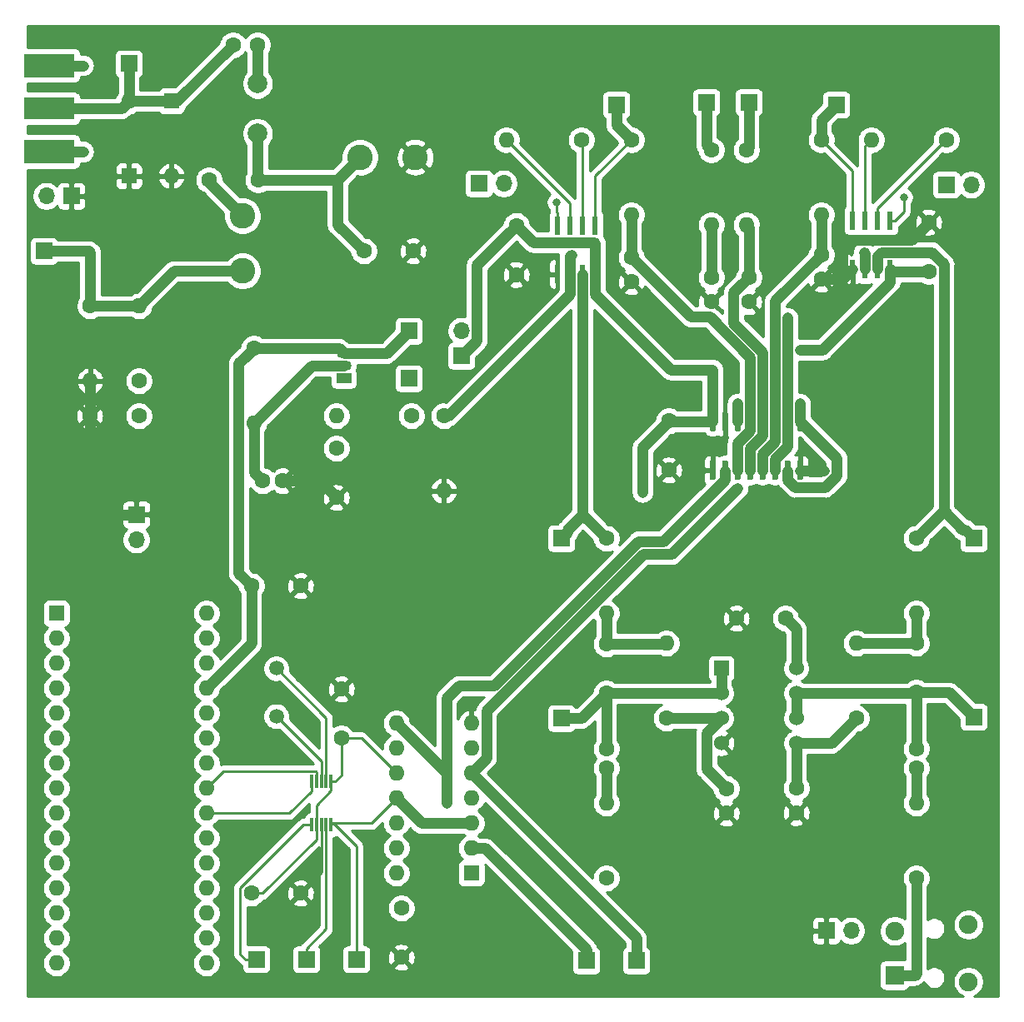
<source format=gbr>
G04 #@! TF.GenerationSoftware,KiCad,Pcbnew,(5.1.5)-3*
G04 #@! TF.CreationDate,2020-04-26T18:25:33-04:00*
G04 #@! TF.ProjectId,Froelich_Reciever,46726f65-6c69-4636-985f-526563696576,rev?*
G04 #@! TF.SameCoordinates,Original*
G04 #@! TF.FileFunction,Copper,L1,Top*
G04 #@! TF.FilePolarity,Positive*
%FSLAX46Y46*%
G04 Gerber Fmt 4.6, Leading zero omitted, Abs format (unit mm)*
G04 Created by KiCad (PCBNEW (5.1.5)-3) date 2020-04-26 18:25:33*
%MOMM*%
%LPD*%
G04 APERTURE LIST*
%ADD10C,0.100000*%
%ADD11R,0.570000X1.970000*%
%ADD12C,1.600000*%
%ADD13O,1.600000X1.600000*%
%ADD14R,1.700000X1.700000*%
%ADD15O,1.700000X1.700000*%
%ADD16R,1.524000X1.524000*%
%ADD17C,1.524000*%
%ADD18O,1.500000X1.050000*%
%ADD19R,1.500000X1.050000*%
%ADD20R,1.600000X1.600000*%
%ADD21R,5.080000X2.290000*%
%ADD22R,5.080000X2.420000*%
%ADD23C,0.970000*%
%ADD24R,0.950000X0.460000*%
%ADD25C,1.900000*%
%ADD26R,1.900000X1.900000*%
%ADD27R,0.300000X1.400000*%
%ADD28C,1.500000*%
%ADD29C,2.000000*%
%ADD30C,2.600000*%
%ADD31C,0.800000*%
%ADD32C,0.250000*%
%ADD33C,1.064000*%
%ADD34C,0.254000*%
G04 APERTURE END LIST*
G04 #@! TA.AperFunction,SMDPad,CuDef*
D10*
G36*
X105447703Y-104878722D02*
G01*
X105462264Y-104880882D01*
X105476543Y-104884459D01*
X105490403Y-104889418D01*
X105503710Y-104895712D01*
X105516336Y-104903280D01*
X105528159Y-104912048D01*
X105539066Y-104921934D01*
X105548952Y-104932841D01*
X105557720Y-104944664D01*
X105565288Y-104957290D01*
X105571582Y-104970597D01*
X105576541Y-104984457D01*
X105580118Y-104998736D01*
X105582278Y-105013297D01*
X105583000Y-105028000D01*
X105583000Y-106678000D01*
X105582278Y-106692703D01*
X105580118Y-106707264D01*
X105576541Y-106721543D01*
X105571582Y-106735403D01*
X105565288Y-106748710D01*
X105557720Y-106761336D01*
X105548952Y-106773159D01*
X105539066Y-106784066D01*
X105528159Y-106793952D01*
X105516336Y-106802720D01*
X105503710Y-106810288D01*
X105490403Y-106816582D01*
X105476543Y-106821541D01*
X105462264Y-106825118D01*
X105447703Y-106827278D01*
X105433000Y-106828000D01*
X105133000Y-106828000D01*
X105118297Y-106827278D01*
X105103736Y-106825118D01*
X105089457Y-106821541D01*
X105075597Y-106816582D01*
X105062290Y-106810288D01*
X105049664Y-106802720D01*
X105037841Y-106793952D01*
X105026934Y-106784066D01*
X105017048Y-106773159D01*
X105008280Y-106761336D01*
X105000712Y-106748710D01*
X104994418Y-106735403D01*
X104989459Y-106721543D01*
X104985882Y-106707264D01*
X104983722Y-106692703D01*
X104983000Y-106678000D01*
X104983000Y-105028000D01*
X104983722Y-105013297D01*
X104985882Y-104998736D01*
X104989459Y-104984457D01*
X104994418Y-104970597D01*
X105000712Y-104957290D01*
X105008280Y-104944664D01*
X105017048Y-104932841D01*
X105026934Y-104921934D01*
X105037841Y-104912048D01*
X105049664Y-104903280D01*
X105062290Y-104895712D01*
X105075597Y-104889418D01*
X105089457Y-104884459D01*
X105103736Y-104880882D01*
X105118297Y-104878722D01*
X105133000Y-104878000D01*
X105433000Y-104878000D01*
X105447703Y-104878722D01*
G37*
G04 #@! TD.AperFunction*
G04 #@! TA.AperFunction,SMDPad,CuDef*
G36*
X106717703Y-104878722D02*
G01*
X106732264Y-104880882D01*
X106746543Y-104884459D01*
X106760403Y-104889418D01*
X106773710Y-104895712D01*
X106786336Y-104903280D01*
X106798159Y-104912048D01*
X106809066Y-104921934D01*
X106818952Y-104932841D01*
X106827720Y-104944664D01*
X106835288Y-104957290D01*
X106841582Y-104970597D01*
X106846541Y-104984457D01*
X106850118Y-104998736D01*
X106852278Y-105013297D01*
X106853000Y-105028000D01*
X106853000Y-106678000D01*
X106852278Y-106692703D01*
X106850118Y-106707264D01*
X106846541Y-106721543D01*
X106841582Y-106735403D01*
X106835288Y-106748710D01*
X106827720Y-106761336D01*
X106818952Y-106773159D01*
X106809066Y-106784066D01*
X106798159Y-106793952D01*
X106786336Y-106802720D01*
X106773710Y-106810288D01*
X106760403Y-106816582D01*
X106746543Y-106821541D01*
X106732264Y-106825118D01*
X106717703Y-106827278D01*
X106703000Y-106828000D01*
X106403000Y-106828000D01*
X106388297Y-106827278D01*
X106373736Y-106825118D01*
X106359457Y-106821541D01*
X106345597Y-106816582D01*
X106332290Y-106810288D01*
X106319664Y-106802720D01*
X106307841Y-106793952D01*
X106296934Y-106784066D01*
X106287048Y-106773159D01*
X106278280Y-106761336D01*
X106270712Y-106748710D01*
X106264418Y-106735403D01*
X106259459Y-106721543D01*
X106255882Y-106707264D01*
X106253722Y-106692703D01*
X106253000Y-106678000D01*
X106253000Y-105028000D01*
X106253722Y-105013297D01*
X106255882Y-104998736D01*
X106259459Y-104984457D01*
X106264418Y-104970597D01*
X106270712Y-104957290D01*
X106278280Y-104944664D01*
X106287048Y-104932841D01*
X106296934Y-104921934D01*
X106307841Y-104912048D01*
X106319664Y-104903280D01*
X106332290Y-104895712D01*
X106345597Y-104889418D01*
X106359457Y-104884459D01*
X106373736Y-104880882D01*
X106388297Y-104878722D01*
X106403000Y-104878000D01*
X106703000Y-104878000D01*
X106717703Y-104878722D01*
G37*
G04 #@! TD.AperFunction*
G04 #@! TA.AperFunction,SMDPad,CuDef*
G36*
X107987703Y-104878722D02*
G01*
X108002264Y-104880882D01*
X108016543Y-104884459D01*
X108030403Y-104889418D01*
X108043710Y-104895712D01*
X108056336Y-104903280D01*
X108068159Y-104912048D01*
X108079066Y-104921934D01*
X108088952Y-104932841D01*
X108097720Y-104944664D01*
X108105288Y-104957290D01*
X108111582Y-104970597D01*
X108116541Y-104984457D01*
X108120118Y-104998736D01*
X108122278Y-105013297D01*
X108123000Y-105028000D01*
X108123000Y-106678000D01*
X108122278Y-106692703D01*
X108120118Y-106707264D01*
X108116541Y-106721543D01*
X108111582Y-106735403D01*
X108105288Y-106748710D01*
X108097720Y-106761336D01*
X108088952Y-106773159D01*
X108079066Y-106784066D01*
X108068159Y-106793952D01*
X108056336Y-106802720D01*
X108043710Y-106810288D01*
X108030403Y-106816582D01*
X108016543Y-106821541D01*
X108002264Y-106825118D01*
X107987703Y-106827278D01*
X107973000Y-106828000D01*
X107673000Y-106828000D01*
X107658297Y-106827278D01*
X107643736Y-106825118D01*
X107629457Y-106821541D01*
X107615597Y-106816582D01*
X107602290Y-106810288D01*
X107589664Y-106802720D01*
X107577841Y-106793952D01*
X107566934Y-106784066D01*
X107557048Y-106773159D01*
X107548280Y-106761336D01*
X107540712Y-106748710D01*
X107534418Y-106735403D01*
X107529459Y-106721543D01*
X107525882Y-106707264D01*
X107523722Y-106692703D01*
X107523000Y-106678000D01*
X107523000Y-105028000D01*
X107523722Y-105013297D01*
X107525882Y-104998736D01*
X107529459Y-104984457D01*
X107534418Y-104970597D01*
X107540712Y-104957290D01*
X107548280Y-104944664D01*
X107557048Y-104932841D01*
X107566934Y-104921934D01*
X107577841Y-104912048D01*
X107589664Y-104903280D01*
X107602290Y-104895712D01*
X107615597Y-104889418D01*
X107629457Y-104884459D01*
X107643736Y-104880882D01*
X107658297Y-104878722D01*
X107673000Y-104878000D01*
X107973000Y-104878000D01*
X107987703Y-104878722D01*
G37*
G04 #@! TD.AperFunction*
G04 #@! TA.AperFunction,SMDPad,CuDef*
G36*
X109257703Y-104878722D02*
G01*
X109272264Y-104880882D01*
X109286543Y-104884459D01*
X109300403Y-104889418D01*
X109313710Y-104895712D01*
X109326336Y-104903280D01*
X109338159Y-104912048D01*
X109349066Y-104921934D01*
X109358952Y-104932841D01*
X109367720Y-104944664D01*
X109375288Y-104957290D01*
X109381582Y-104970597D01*
X109386541Y-104984457D01*
X109390118Y-104998736D01*
X109392278Y-105013297D01*
X109393000Y-105028000D01*
X109393000Y-106678000D01*
X109392278Y-106692703D01*
X109390118Y-106707264D01*
X109386541Y-106721543D01*
X109381582Y-106735403D01*
X109375288Y-106748710D01*
X109367720Y-106761336D01*
X109358952Y-106773159D01*
X109349066Y-106784066D01*
X109338159Y-106793952D01*
X109326336Y-106802720D01*
X109313710Y-106810288D01*
X109300403Y-106816582D01*
X109286543Y-106821541D01*
X109272264Y-106825118D01*
X109257703Y-106827278D01*
X109243000Y-106828000D01*
X108943000Y-106828000D01*
X108928297Y-106827278D01*
X108913736Y-106825118D01*
X108899457Y-106821541D01*
X108885597Y-106816582D01*
X108872290Y-106810288D01*
X108859664Y-106802720D01*
X108847841Y-106793952D01*
X108836934Y-106784066D01*
X108827048Y-106773159D01*
X108818280Y-106761336D01*
X108810712Y-106748710D01*
X108804418Y-106735403D01*
X108799459Y-106721543D01*
X108795882Y-106707264D01*
X108793722Y-106692703D01*
X108793000Y-106678000D01*
X108793000Y-105028000D01*
X108793722Y-105013297D01*
X108795882Y-104998736D01*
X108799459Y-104984457D01*
X108804418Y-104970597D01*
X108810712Y-104957290D01*
X108818280Y-104944664D01*
X108827048Y-104932841D01*
X108836934Y-104921934D01*
X108847841Y-104912048D01*
X108859664Y-104903280D01*
X108872290Y-104895712D01*
X108885597Y-104889418D01*
X108899457Y-104884459D01*
X108913736Y-104880882D01*
X108928297Y-104878722D01*
X108943000Y-104878000D01*
X109243000Y-104878000D01*
X109257703Y-104878722D01*
G37*
G04 #@! TD.AperFunction*
G04 #@! TA.AperFunction,SMDPad,CuDef*
G36*
X110527703Y-104878722D02*
G01*
X110542264Y-104880882D01*
X110556543Y-104884459D01*
X110570403Y-104889418D01*
X110583710Y-104895712D01*
X110596336Y-104903280D01*
X110608159Y-104912048D01*
X110619066Y-104921934D01*
X110628952Y-104932841D01*
X110637720Y-104944664D01*
X110645288Y-104957290D01*
X110651582Y-104970597D01*
X110656541Y-104984457D01*
X110660118Y-104998736D01*
X110662278Y-105013297D01*
X110663000Y-105028000D01*
X110663000Y-106678000D01*
X110662278Y-106692703D01*
X110660118Y-106707264D01*
X110656541Y-106721543D01*
X110651582Y-106735403D01*
X110645288Y-106748710D01*
X110637720Y-106761336D01*
X110628952Y-106773159D01*
X110619066Y-106784066D01*
X110608159Y-106793952D01*
X110596336Y-106802720D01*
X110583710Y-106810288D01*
X110570403Y-106816582D01*
X110556543Y-106821541D01*
X110542264Y-106825118D01*
X110527703Y-106827278D01*
X110513000Y-106828000D01*
X110213000Y-106828000D01*
X110198297Y-106827278D01*
X110183736Y-106825118D01*
X110169457Y-106821541D01*
X110155597Y-106816582D01*
X110142290Y-106810288D01*
X110129664Y-106802720D01*
X110117841Y-106793952D01*
X110106934Y-106784066D01*
X110097048Y-106773159D01*
X110088280Y-106761336D01*
X110080712Y-106748710D01*
X110074418Y-106735403D01*
X110069459Y-106721543D01*
X110065882Y-106707264D01*
X110063722Y-106692703D01*
X110063000Y-106678000D01*
X110063000Y-105028000D01*
X110063722Y-105013297D01*
X110065882Y-104998736D01*
X110069459Y-104984457D01*
X110074418Y-104970597D01*
X110080712Y-104957290D01*
X110088280Y-104944664D01*
X110097048Y-104932841D01*
X110106934Y-104921934D01*
X110117841Y-104912048D01*
X110129664Y-104903280D01*
X110142290Y-104895712D01*
X110155597Y-104889418D01*
X110169457Y-104884459D01*
X110183736Y-104880882D01*
X110198297Y-104878722D01*
X110213000Y-104878000D01*
X110513000Y-104878000D01*
X110527703Y-104878722D01*
G37*
G04 #@! TD.AperFunction*
G04 #@! TA.AperFunction,SMDPad,CuDef*
G36*
X111797703Y-104878722D02*
G01*
X111812264Y-104880882D01*
X111826543Y-104884459D01*
X111840403Y-104889418D01*
X111853710Y-104895712D01*
X111866336Y-104903280D01*
X111878159Y-104912048D01*
X111889066Y-104921934D01*
X111898952Y-104932841D01*
X111907720Y-104944664D01*
X111915288Y-104957290D01*
X111921582Y-104970597D01*
X111926541Y-104984457D01*
X111930118Y-104998736D01*
X111932278Y-105013297D01*
X111933000Y-105028000D01*
X111933000Y-106678000D01*
X111932278Y-106692703D01*
X111930118Y-106707264D01*
X111926541Y-106721543D01*
X111921582Y-106735403D01*
X111915288Y-106748710D01*
X111907720Y-106761336D01*
X111898952Y-106773159D01*
X111889066Y-106784066D01*
X111878159Y-106793952D01*
X111866336Y-106802720D01*
X111853710Y-106810288D01*
X111840403Y-106816582D01*
X111826543Y-106821541D01*
X111812264Y-106825118D01*
X111797703Y-106827278D01*
X111783000Y-106828000D01*
X111483000Y-106828000D01*
X111468297Y-106827278D01*
X111453736Y-106825118D01*
X111439457Y-106821541D01*
X111425597Y-106816582D01*
X111412290Y-106810288D01*
X111399664Y-106802720D01*
X111387841Y-106793952D01*
X111376934Y-106784066D01*
X111367048Y-106773159D01*
X111358280Y-106761336D01*
X111350712Y-106748710D01*
X111344418Y-106735403D01*
X111339459Y-106721543D01*
X111335882Y-106707264D01*
X111333722Y-106692703D01*
X111333000Y-106678000D01*
X111333000Y-105028000D01*
X111333722Y-105013297D01*
X111335882Y-104998736D01*
X111339459Y-104984457D01*
X111344418Y-104970597D01*
X111350712Y-104957290D01*
X111358280Y-104944664D01*
X111367048Y-104932841D01*
X111376934Y-104921934D01*
X111387841Y-104912048D01*
X111399664Y-104903280D01*
X111412290Y-104895712D01*
X111425597Y-104889418D01*
X111439457Y-104884459D01*
X111453736Y-104880882D01*
X111468297Y-104878722D01*
X111483000Y-104878000D01*
X111783000Y-104878000D01*
X111797703Y-104878722D01*
G37*
G04 #@! TD.AperFunction*
G04 #@! TA.AperFunction,SMDPad,CuDef*
G36*
X113067703Y-104878722D02*
G01*
X113082264Y-104880882D01*
X113096543Y-104884459D01*
X113110403Y-104889418D01*
X113123710Y-104895712D01*
X113136336Y-104903280D01*
X113148159Y-104912048D01*
X113159066Y-104921934D01*
X113168952Y-104932841D01*
X113177720Y-104944664D01*
X113185288Y-104957290D01*
X113191582Y-104970597D01*
X113196541Y-104984457D01*
X113200118Y-104998736D01*
X113202278Y-105013297D01*
X113203000Y-105028000D01*
X113203000Y-106678000D01*
X113202278Y-106692703D01*
X113200118Y-106707264D01*
X113196541Y-106721543D01*
X113191582Y-106735403D01*
X113185288Y-106748710D01*
X113177720Y-106761336D01*
X113168952Y-106773159D01*
X113159066Y-106784066D01*
X113148159Y-106793952D01*
X113136336Y-106802720D01*
X113123710Y-106810288D01*
X113110403Y-106816582D01*
X113096543Y-106821541D01*
X113082264Y-106825118D01*
X113067703Y-106827278D01*
X113053000Y-106828000D01*
X112753000Y-106828000D01*
X112738297Y-106827278D01*
X112723736Y-106825118D01*
X112709457Y-106821541D01*
X112695597Y-106816582D01*
X112682290Y-106810288D01*
X112669664Y-106802720D01*
X112657841Y-106793952D01*
X112646934Y-106784066D01*
X112637048Y-106773159D01*
X112628280Y-106761336D01*
X112620712Y-106748710D01*
X112614418Y-106735403D01*
X112609459Y-106721543D01*
X112605882Y-106707264D01*
X112603722Y-106692703D01*
X112603000Y-106678000D01*
X112603000Y-105028000D01*
X112603722Y-105013297D01*
X112605882Y-104998736D01*
X112609459Y-104984457D01*
X112614418Y-104970597D01*
X112620712Y-104957290D01*
X112628280Y-104944664D01*
X112637048Y-104932841D01*
X112646934Y-104921934D01*
X112657841Y-104912048D01*
X112669664Y-104903280D01*
X112682290Y-104895712D01*
X112695597Y-104889418D01*
X112709457Y-104884459D01*
X112723736Y-104880882D01*
X112738297Y-104878722D01*
X112753000Y-104878000D01*
X113053000Y-104878000D01*
X113067703Y-104878722D01*
G37*
G04 #@! TD.AperFunction*
G04 #@! TA.AperFunction,SMDPad,CuDef*
G36*
X114337703Y-104878722D02*
G01*
X114352264Y-104880882D01*
X114366543Y-104884459D01*
X114380403Y-104889418D01*
X114393710Y-104895712D01*
X114406336Y-104903280D01*
X114418159Y-104912048D01*
X114429066Y-104921934D01*
X114438952Y-104932841D01*
X114447720Y-104944664D01*
X114455288Y-104957290D01*
X114461582Y-104970597D01*
X114466541Y-104984457D01*
X114470118Y-104998736D01*
X114472278Y-105013297D01*
X114473000Y-105028000D01*
X114473000Y-106678000D01*
X114472278Y-106692703D01*
X114470118Y-106707264D01*
X114466541Y-106721543D01*
X114461582Y-106735403D01*
X114455288Y-106748710D01*
X114447720Y-106761336D01*
X114438952Y-106773159D01*
X114429066Y-106784066D01*
X114418159Y-106793952D01*
X114406336Y-106802720D01*
X114393710Y-106810288D01*
X114380403Y-106816582D01*
X114366543Y-106821541D01*
X114352264Y-106825118D01*
X114337703Y-106827278D01*
X114323000Y-106828000D01*
X114023000Y-106828000D01*
X114008297Y-106827278D01*
X113993736Y-106825118D01*
X113979457Y-106821541D01*
X113965597Y-106816582D01*
X113952290Y-106810288D01*
X113939664Y-106802720D01*
X113927841Y-106793952D01*
X113916934Y-106784066D01*
X113907048Y-106773159D01*
X113898280Y-106761336D01*
X113890712Y-106748710D01*
X113884418Y-106735403D01*
X113879459Y-106721543D01*
X113875882Y-106707264D01*
X113873722Y-106692703D01*
X113873000Y-106678000D01*
X113873000Y-105028000D01*
X113873722Y-105013297D01*
X113875882Y-104998736D01*
X113879459Y-104984457D01*
X113884418Y-104970597D01*
X113890712Y-104957290D01*
X113898280Y-104944664D01*
X113907048Y-104932841D01*
X113916934Y-104921934D01*
X113927841Y-104912048D01*
X113939664Y-104903280D01*
X113952290Y-104895712D01*
X113965597Y-104889418D01*
X113979457Y-104884459D01*
X113993736Y-104880882D01*
X114008297Y-104878722D01*
X114023000Y-104878000D01*
X114323000Y-104878000D01*
X114337703Y-104878722D01*
G37*
G04 #@! TD.AperFunction*
G04 #@! TA.AperFunction,SMDPad,CuDef*
G36*
X114337703Y-99928722D02*
G01*
X114352264Y-99930882D01*
X114366543Y-99934459D01*
X114380403Y-99939418D01*
X114393710Y-99945712D01*
X114406336Y-99953280D01*
X114418159Y-99962048D01*
X114429066Y-99971934D01*
X114438952Y-99982841D01*
X114447720Y-99994664D01*
X114455288Y-100007290D01*
X114461582Y-100020597D01*
X114466541Y-100034457D01*
X114470118Y-100048736D01*
X114472278Y-100063297D01*
X114473000Y-100078000D01*
X114473000Y-101728000D01*
X114472278Y-101742703D01*
X114470118Y-101757264D01*
X114466541Y-101771543D01*
X114461582Y-101785403D01*
X114455288Y-101798710D01*
X114447720Y-101811336D01*
X114438952Y-101823159D01*
X114429066Y-101834066D01*
X114418159Y-101843952D01*
X114406336Y-101852720D01*
X114393710Y-101860288D01*
X114380403Y-101866582D01*
X114366543Y-101871541D01*
X114352264Y-101875118D01*
X114337703Y-101877278D01*
X114323000Y-101878000D01*
X114023000Y-101878000D01*
X114008297Y-101877278D01*
X113993736Y-101875118D01*
X113979457Y-101871541D01*
X113965597Y-101866582D01*
X113952290Y-101860288D01*
X113939664Y-101852720D01*
X113927841Y-101843952D01*
X113916934Y-101834066D01*
X113907048Y-101823159D01*
X113898280Y-101811336D01*
X113890712Y-101798710D01*
X113884418Y-101785403D01*
X113879459Y-101771543D01*
X113875882Y-101757264D01*
X113873722Y-101742703D01*
X113873000Y-101728000D01*
X113873000Y-100078000D01*
X113873722Y-100063297D01*
X113875882Y-100048736D01*
X113879459Y-100034457D01*
X113884418Y-100020597D01*
X113890712Y-100007290D01*
X113898280Y-99994664D01*
X113907048Y-99982841D01*
X113916934Y-99971934D01*
X113927841Y-99962048D01*
X113939664Y-99953280D01*
X113952290Y-99945712D01*
X113965597Y-99939418D01*
X113979457Y-99934459D01*
X113993736Y-99930882D01*
X114008297Y-99928722D01*
X114023000Y-99928000D01*
X114323000Y-99928000D01*
X114337703Y-99928722D01*
G37*
G04 #@! TD.AperFunction*
G04 #@! TA.AperFunction,SMDPad,CuDef*
G36*
X113067703Y-99928722D02*
G01*
X113082264Y-99930882D01*
X113096543Y-99934459D01*
X113110403Y-99939418D01*
X113123710Y-99945712D01*
X113136336Y-99953280D01*
X113148159Y-99962048D01*
X113159066Y-99971934D01*
X113168952Y-99982841D01*
X113177720Y-99994664D01*
X113185288Y-100007290D01*
X113191582Y-100020597D01*
X113196541Y-100034457D01*
X113200118Y-100048736D01*
X113202278Y-100063297D01*
X113203000Y-100078000D01*
X113203000Y-101728000D01*
X113202278Y-101742703D01*
X113200118Y-101757264D01*
X113196541Y-101771543D01*
X113191582Y-101785403D01*
X113185288Y-101798710D01*
X113177720Y-101811336D01*
X113168952Y-101823159D01*
X113159066Y-101834066D01*
X113148159Y-101843952D01*
X113136336Y-101852720D01*
X113123710Y-101860288D01*
X113110403Y-101866582D01*
X113096543Y-101871541D01*
X113082264Y-101875118D01*
X113067703Y-101877278D01*
X113053000Y-101878000D01*
X112753000Y-101878000D01*
X112738297Y-101877278D01*
X112723736Y-101875118D01*
X112709457Y-101871541D01*
X112695597Y-101866582D01*
X112682290Y-101860288D01*
X112669664Y-101852720D01*
X112657841Y-101843952D01*
X112646934Y-101834066D01*
X112637048Y-101823159D01*
X112628280Y-101811336D01*
X112620712Y-101798710D01*
X112614418Y-101785403D01*
X112609459Y-101771543D01*
X112605882Y-101757264D01*
X112603722Y-101742703D01*
X112603000Y-101728000D01*
X112603000Y-100078000D01*
X112603722Y-100063297D01*
X112605882Y-100048736D01*
X112609459Y-100034457D01*
X112614418Y-100020597D01*
X112620712Y-100007290D01*
X112628280Y-99994664D01*
X112637048Y-99982841D01*
X112646934Y-99971934D01*
X112657841Y-99962048D01*
X112669664Y-99953280D01*
X112682290Y-99945712D01*
X112695597Y-99939418D01*
X112709457Y-99934459D01*
X112723736Y-99930882D01*
X112738297Y-99928722D01*
X112753000Y-99928000D01*
X113053000Y-99928000D01*
X113067703Y-99928722D01*
G37*
G04 #@! TD.AperFunction*
G04 #@! TA.AperFunction,SMDPad,CuDef*
G36*
X111797703Y-99928722D02*
G01*
X111812264Y-99930882D01*
X111826543Y-99934459D01*
X111840403Y-99939418D01*
X111853710Y-99945712D01*
X111866336Y-99953280D01*
X111878159Y-99962048D01*
X111889066Y-99971934D01*
X111898952Y-99982841D01*
X111907720Y-99994664D01*
X111915288Y-100007290D01*
X111921582Y-100020597D01*
X111926541Y-100034457D01*
X111930118Y-100048736D01*
X111932278Y-100063297D01*
X111933000Y-100078000D01*
X111933000Y-101728000D01*
X111932278Y-101742703D01*
X111930118Y-101757264D01*
X111926541Y-101771543D01*
X111921582Y-101785403D01*
X111915288Y-101798710D01*
X111907720Y-101811336D01*
X111898952Y-101823159D01*
X111889066Y-101834066D01*
X111878159Y-101843952D01*
X111866336Y-101852720D01*
X111853710Y-101860288D01*
X111840403Y-101866582D01*
X111826543Y-101871541D01*
X111812264Y-101875118D01*
X111797703Y-101877278D01*
X111783000Y-101878000D01*
X111483000Y-101878000D01*
X111468297Y-101877278D01*
X111453736Y-101875118D01*
X111439457Y-101871541D01*
X111425597Y-101866582D01*
X111412290Y-101860288D01*
X111399664Y-101852720D01*
X111387841Y-101843952D01*
X111376934Y-101834066D01*
X111367048Y-101823159D01*
X111358280Y-101811336D01*
X111350712Y-101798710D01*
X111344418Y-101785403D01*
X111339459Y-101771543D01*
X111335882Y-101757264D01*
X111333722Y-101742703D01*
X111333000Y-101728000D01*
X111333000Y-100078000D01*
X111333722Y-100063297D01*
X111335882Y-100048736D01*
X111339459Y-100034457D01*
X111344418Y-100020597D01*
X111350712Y-100007290D01*
X111358280Y-99994664D01*
X111367048Y-99982841D01*
X111376934Y-99971934D01*
X111387841Y-99962048D01*
X111399664Y-99953280D01*
X111412290Y-99945712D01*
X111425597Y-99939418D01*
X111439457Y-99934459D01*
X111453736Y-99930882D01*
X111468297Y-99928722D01*
X111483000Y-99928000D01*
X111783000Y-99928000D01*
X111797703Y-99928722D01*
G37*
G04 #@! TD.AperFunction*
G04 #@! TA.AperFunction,SMDPad,CuDef*
G36*
X110527703Y-99928722D02*
G01*
X110542264Y-99930882D01*
X110556543Y-99934459D01*
X110570403Y-99939418D01*
X110583710Y-99945712D01*
X110596336Y-99953280D01*
X110608159Y-99962048D01*
X110619066Y-99971934D01*
X110628952Y-99982841D01*
X110637720Y-99994664D01*
X110645288Y-100007290D01*
X110651582Y-100020597D01*
X110656541Y-100034457D01*
X110660118Y-100048736D01*
X110662278Y-100063297D01*
X110663000Y-100078000D01*
X110663000Y-101728000D01*
X110662278Y-101742703D01*
X110660118Y-101757264D01*
X110656541Y-101771543D01*
X110651582Y-101785403D01*
X110645288Y-101798710D01*
X110637720Y-101811336D01*
X110628952Y-101823159D01*
X110619066Y-101834066D01*
X110608159Y-101843952D01*
X110596336Y-101852720D01*
X110583710Y-101860288D01*
X110570403Y-101866582D01*
X110556543Y-101871541D01*
X110542264Y-101875118D01*
X110527703Y-101877278D01*
X110513000Y-101878000D01*
X110213000Y-101878000D01*
X110198297Y-101877278D01*
X110183736Y-101875118D01*
X110169457Y-101871541D01*
X110155597Y-101866582D01*
X110142290Y-101860288D01*
X110129664Y-101852720D01*
X110117841Y-101843952D01*
X110106934Y-101834066D01*
X110097048Y-101823159D01*
X110088280Y-101811336D01*
X110080712Y-101798710D01*
X110074418Y-101785403D01*
X110069459Y-101771543D01*
X110065882Y-101757264D01*
X110063722Y-101742703D01*
X110063000Y-101728000D01*
X110063000Y-100078000D01*
X110063722Y-100063297D01*
X110065882Y-100048736D01*
X110069459Y-100034457D01*
X110074418Y-100020597D01*
X110080712Y-100007290D01*
X110088280Y-99994664D01*
X110097048Y-99982841D01*
X110106934Y-99971934D01*
X110117841Y-99962048D01*
X110129664Y-99953280D01*
X110142290Y-99945712D01*
X110155597Y-99939418D01*
X110169457Y-99934459D01*
X110183736Y-99930882D01*
X110198297Y-99928722D01*
X110213000Y-99928000D01*
X110513000Y-99928000D01*
X110527703Y-99928722D01*
G37*
G04 #@! TD.AperFunction*
G04 #@! TA.AperFunction,SMDPad,CuDef*
G36*
X109257703Y-99928722D02*
G01*
X109272264Y-99930882D01*
X109286543Y-99934459D01*
X109300403Y-99939418D01*
X109313710Y-99945712D01*
X109326336Y-99953280D01*
X109338159Y-99962048D01*
X109349066Y-99971934D01*
X109358952Y-99982841D01*
X109367720Y-99994664D01*
X109375288Y-100007290D01*
X109381582Y-100020597D01*
X109386541Y-100034457D01*
X109390118Y-100048736D01*
X109392278Y-100063297D01*
X109393000Y-100078000D01*
X109393000Y-101728000D01*
X109392278Y-101742703D01*
X109390118Y-101757264D01*
X109386541Y-101771543D01*
X109381582Y-101785403D01*
X109375288Y-101798710D01*
X109367720Y-101811336D01*
X109358952Y-101823159D01*
X109349066Y-101834066D01*
X109338159Y-101843952D01*
X109326336Y-101852720D01*
X109313710Y-101860288D01*
X109300403Y-101866582D01*
X109286543Y-101871541D01*
X109272264Y-101875118D01*
X109257703Y-101877278D01*
X109243000Y-101878000D01*
X108943000Y-101878000D01*
X108928297Y-101877278D01*
X108913736Y-101875118D01*
X108899457Y-101871541D01*
X108885597Y-101866582D01*
X108872290Y-101860288D01*
X108859664Y-101852720D01*
X108847841Y-101843952D01*
X108836934Y-101834066D01*
X108827048Y-101823159D01*
X108818280Y-101811336D01*
X108810712Y-101798710D01*
X108804418Y-101785403D01*
X108799459Y-101771543D01*
X108795882Y-101757264D01*
X108793722Y-101742703D01*
X108793000Y-101728000D01*
X108793000Y-100078000D01*
X108793722Y-100063297D01*
X108795882Y-100048736D01*
X108799459Y-100034457D01*
X108804418Y-100020597D01*
X108810712Y-100007290D01*
X108818280Y-99994664D01*
X108827048Y-99982841D01*
X108836934Y-99971934D01*
X108847841Y-99962048D01*
X108859664Y-99953280D01*
X108872290Y-99945712D01*
X108885597Y-99939418D01*
X108899457Y-99934459D01*
X108913736Y-99930882D01*
X108928297Y-99928722D01*
X108943000Y-99928000D01*
X109243000Y-99928000D01*
X109257703Y-99928722D01*
G37*
G04 #@! TD.AperFunction*
G04 #@! TA.AperFunction,SMDPad,CuDef*
G36*
X107987703Y-99928722D02*
G01*
X108002264Y-99930882D01*
X108016543Y-99934459D01*
X108030403Y-99939418D01*
X108043710Y-99945712D01*
X108056336Y-99953280D01*
X108068159Y-99962048D01*
X108079066Y-99971934D01*
X108088952Y-99982841D01*
X108097720Y-99994664D01*
X108105288Y-100007290D01*
X108111582Y-100020597D01*
X108116541Y-100034457D01*
X108120118Y-100048736D01*
X108122278Y-100063297D01*
X108123000Y-100078000D01*
X108123000Y-101728000D01*
X108122278Y-101742703D01*
X108120118Y-101757264D01*
X108116541Y-101771543D01*
X108111582Y-101785403D01*
X108105288Y-101798710D01*
X108097720Y-101811336D01*
X108088952Y-101823159D01*
X108079066Y-101834066D01*
X108068159Y-101843952D01*
X108056336Y-101852720D01*
X108043710Y-101860288D01*
X108030403Y-101866582D01*
X108016543Y-101871541D01*
X108002264Y-101875118D01*
X107987703Y-101877278D01*
X107973000Y-101878000D01*
X107673000Y-101878000D01*
X107658297Y-101877278D01*
X107643736Y-101875118D01*
X107629457Y-101871541D01*
X107615597Y-101866582D01*
X107602290Y-101860288D01*
X107589664Y-101852720D01*
X107577841Y-101843952D01*
X107566934Y-101834066D01*
X107557048Y-101823159D01*
X107548280Y-101811336D01*
X107540712Y-101798710D01*
X107534418Y-101785403D01*
X107529459Y-101771543D01*
X107525882Y-101757264D01*
X107523722Y-101742703D01*
X107523000Y-101728000D01*
X107523000Y-100078000D01*
X107523722Y-100063297D01*
X107525882Y-100048736D01*
X107529459Y-100034457D01*
X107534418Y-100020597D01*
X107540712Y-100007290D01*
X107548280Y-99994664D01*
X107557048Y-99982841D01*
X107566934Y-99971934D01*
X107577841Y-99962048D01*
X107589664Y-99953280D01*
X107602290Y-99945712D01*
X107615597Y-99939418D01*
X107629457Y-99934459D01*
X107643736Y-99930882D01*
X107658297Y-99928722D01*
X107673000Y-99928000D01*
X107973000Y-99928000D01*
X107987703Y-99928722D01*
G37*
G04 #@! TD.AperFunction*
G04 #@! TA.AperFunction,SMDPad,CuDef*
G36*
X106717703Y-99928722D02*
G01*
X106732264Y-99930882D01*
X106746543Y-99934459D01*
X106760403Y-99939418D01*
X106773710Y-99945712D01*
X106786336Y-99953280D01*
X106798159Y-99962048D01*
X106809066Y-99971934D01*
X106818952Y-99982841D01*
X106827720Y-99994664D01*
X106835288Y-100007290D01*
X106841582Y-100020597D01*
X106846541Y-100034457D01*
X106850118Y-100048736D01*
X106852278Y-100063297D01*
X106853000Y-100078000D01*
X106853000Y-101728000D01*
X106852278Y-101742703D01*
X106850118Y-101757264D01*
X106846541Y-101771543D01*
X106841582Y-101785403D01*
X106835288Y-101798710D01*
X106827720Y-101811336D01*
X106818952Y-101823159D01*
X106809066Y-101834066D01*
X106798159Y-101843952D01*
X106786336Y-101852720D01*
X106773710Y-101860288D01*
X106760403Y-101866582D01*
X106746543Y-101871541D01*
X106732264Y-101875118D01*
X106717703Y-101877278D01*
X106703000Y-101878000D01*
X106403000Y-101878000D01*
X106388297Y-101877278D01*
X106373736Y-101875118D01*
X106359457Y-101871541D01*
X106345597Y-101866582D01*
X106332290Y-101860288D01*
X106319664Y-101852720D01*
X106307841Y-101843952D01*
X106296934Y-101834066D01*
X106287048Y-101823159D01*
X106278280Y-101811336D01*
X106270712Y-101798710D01*
X106264418Y-101785403D01*
X106259459Y-101771543D01*
X106255882Y-101757264D01*
X106253722Y-101742703D01*
X106253000Y-101728000D01*
X106253000Y-100078000D01*
X106253722Y-100063297D01*
X106255882Y-100048736D01*
X106259459Y-100034457D01*
X106264418Y-100020597D01*
X106270712Y-100007290D01*
X106278280Y-99994664D01*
X106287048Y-99982841D01*
X106296934Y-99971934D01*
X106307841Y-99962048D01*
X106319664Y-99953280D01*
X106332290Y-99945712D01*
X106345597Y-99939418D01*
X106359457Y-99934459D01*
X106373736Y-99930882D01*
X106388297Y-99928722D01*
X106403000Y-99928000D01*
X106703000Y-99928000D01*
X106717703Y-99928722D01*
G37*
G04 #@! TD.AperFunction*
G04 #@! TA.AperFunction,SMDPad,CuDef*
G36*
X105447703Y-99928722D02*
G01*
X105462264Y-99930882D01*
X105476543Y-99934459D01*
X105490403Y-99939418D01*
X105503710Y-99945712D01*
X105516336Y-99953280D01*
X105528159Y-99962048D01*
X105539066Y-99971934D01*
X105548952Y-99982841D01*
X105557720Y-99994664D01*
X105565288Y-100007290D01*
X105571582Y-100020597D01*
X105576541Y-100034457D01*
X105580118Y-100048736D01*
X105582278Y-100063297D01*
X105583000Y-100078000D01*
X105583000Y-101728000D01*
X105582278Y-101742703D01*
X105580118Y-101757264D01*
X105576541Y-101771543D01*
X105571582Y-101785403D01*
X105565288Y-101798710D01*
X105557720Y-101811336D01*
X105548952Y-101823159D01*
X105539066Y-101834066D01*
X105528159Y-101843952D01*
X105516336Y-101852720D01*
X105503710Y-101860288D01*
X105490403Y-101866582D01*
X105476543Y-101871541D01*
X105462264Y-101875118D01*
X105447703Y-101877278D01*
X105433000Y-101878000D01*
X105133000Y-101878000D01*
X105118297Y-101877278D01*
X105103736Y-101875118D01*
X105089457Y-101871541D01*
X105075597Y-101866582D01*
X105062290Y-101860288D01*
X105049664Y-101852720D01*
X105037841Y-101843952D01*
X105026934Y-101834066D01*
X105017048Y-101823159D01*
X105008280Y-101811336D01*
X105000712Y-101798710D01*
X104994418Y-101785403D01*
X104989459Y-101771543D01*
X104985882Y-101757264D01*
X104983722Y-101742703D01*
X104983000Y-101728000D01*
X104983000Y-100078000D01*
X104983722Y-100063297D01*
X104985882Y-100048736D01*
X104989459Y-100034457D01*
X104994418Y-100020597D01*
X105000712Y-100007290D01*
X105008280Y-99994664D01*
X105017048Y-99982841D01*
X105026934Y-99971934D01*
X105037841Y-99962048D01*
X105049664Y-99953280D01*
X105062290Y-99945712D01*
X105075597Y-99939418D01*
X105089457Y-99934459D01*
X105103736Y-99930882D01*
X105118297Y-99928722D01*
X105133000Y-99928000D01*
X105433000Y-99928000D01*
X105447703Y-99928722D01*
G37*
G04 #@! TD.AperFunction*
D11*
X123317000Y-85406000D03*
X122047000Y-85406000D03*
X120777000Y-85406000D03*
X119507000Y-85406000D03*
X119507000Y-80456000D03*
X120777000Y-80456000D03*
X122047000Y-80456000D03*
X123317000Y-80456000D03*
X93345000Y-80964000D03*
X92075000Y-80964000D03*
X90805000Y-80964000D03*
X89535000Y-80964000D03*
X89535000Y-85914000D03*
X90805000Y-85914000D03*
X92075000Y-85914000D03*
X93345000Y-85914000D03*
D12*
X108966000Y-86233000D03*
X108966000Y-88733000D03*
X85344000Y-80979000D03*
X85344000Y-85979000D03*
X116332000Y-86447000D03*
X116332000Y-83947000D03*
X127254000Y-80645000D03*
X127254000Y-85645000D03*
X105156000Y-88733000D03*
X105156000Y-86233000D03*
X97028000Y-86701000D03*
X97028000Y-84201000D03*
X100838000Y-105838000D03*
X100838000Y-100838000D03*
D13*
X84328000Y-72263000D03*
D12*
X91948000Y-72263000D03*
X129032000Y-72263000D03*
D13*
X121412000Y-72263000D03*
D14*
X81534000Y-76708000D03*
D15*
X84074000Y-76708000D03*
D14*
X129032000Y-76835000D03*
D15*
X131572000Y-76835000D03*
D12*
X97028000Y-72263000D03*
D13*
X97028000Y-79883000D03*
D12*
X108712000Y-73279000D03*
D13*
X108712000Y-80899000D03*
X105156000Y-80899000D03*
D12*
X105156000Y-73279000D03*
D13*
X116332000Y-79883000D03*
D12*
X116332000Y-72263000D03*
X59055000Y-62611000D03*
X56555000Y-62611000D03*
D14*
X58928000Y-155575000D03*
D12*
X94488000Y-123524000D03*
X94488000Y-128524000D03*
X107696000Y-120904000D03*
X112696000Y-120904000D03*
X106680000Y-140716000D03*
X106680000Y-138216000D03*
X113792000Y-140676000D03*
X113792000Y-138176000D03*
X125984000Y-123444000D03*
X125984000Y-128444000D03*
D13*
X94488000Y-120396000D03*
D12*
X94488000Y-112776000D03*
X100584000Y-131064000D03*
D13*
X100584000Y-123444000D03*
D12*
X119888000Y-131064000D03*
D13*
X119888000Y-123444000D03*
X125984000Y-120396000D03*
D12*
X125984000Y-112776000D03*
D16*
X106172000Y-125984000D03*
D17*
X106172000Y-128524000D03*
X106172000Y-131064000D03*
X106172000Y-133604000D03*
X113792000Y-133604000D03*
X113792000Y-131064000D03*
X113792000Y-128524000D03*
X113792000Y-125984000D03*
D12*
X67056000Y-103632000D03*
X67056000Y-108632000D03*
D14*
X74422000Y-91694000D03*
X74422000Y-96520000D03*
X116840000Y-152654000D03*
D15*
X119380000Y-152654000D03*
X79756000Y-91694000D03*
D14*
X79756000Y-94234000D03*
D18*
X67818000Y-95250000D03*
X67818000Y-93980000D03*
D19*
X67818000Y-96520000D03*
D13*
X58674000Y-101092000D03*
D12*
X58674000Y-93472000D03*
X74676000Y-100330000D03*
D13*
X67056000Y-100330000D03*
D12*
X77978000Y-100330000D03*
D13*
X77978000Y-107950000D03*
D14*
X108966000Y-68453000D03*
D20*
X38608000Y-120396000D03*
D13*
X53848000Y-153416000D03*
X38608000Y-122936000D03*
X53848000Y-150876000D03*
X38608000Y-125476000D03*
X53848000Y-148336000D03*
X38608000Y-128016000D03*
X53848000Y-145796000D03*
X38608000Y-130556000D03*
X53848000Y-143256000D03*
X38608000Y-133096000D03*
X53848000Y-140716000D03*
X38608000Y-135636000D03*
X53848000Y-138176000D03*
X38608000Y-138176000D03*
X53848000Y-135636000D03*
X38608000Y-140716000D03*
X53848000Y-133096000D03*
X38608000Y-143256000D03*
X53848000Y-130556000D03*
X38608000Y-145796000D03*
X53848000Y-128016000D03*
X38608000Y-148336000D03*
X53848000Y-125476000D03*
X38608000Y-150876000D03*
X53848000Y-122936000D03*
X38608000Y-153416000D03*
X53848000Y-120396000D03*
X38608000Y-155956000D03*
X53848000Y-155956000D03*
D12*
X41990000Y-100330000D03*
X46990000Y-100330000D03*
X54102000Y-76327000D03*
X59102000Y-76327000D03*
X69850000Y-83566000D03*
X74850000Y-83566000D03*
X58420000Y-148844000D03*
X63420000Y-148844000D03*
X58420000Y-117602000D03*
X63420000Y-117602000D03*
X73660000Y-150368000D03*
X73660000Y-155368000D03*
X67564000Y-128096000D03*
X67564000Y-133096000D03*
D20*
X50292000Y-68326000D03*
D13*
X50292000Y-75946000D03*
X45974000Y-68326000D03*
D20*
X45974000Y-75946000D03*
D21*
X37904000Y-69088000D03*
D22*
X37904000Y-64708000D03*
X37904000Y-73468000D03*
D23*
X41344000Y-64708000D03*
X41344000Y-73468000D03*
D24*
X40894000Y-64708000D03*
X40894000Y-73468000D03*
D25*
X131302000Y-157840000D03*
X131302000Y-152040000D03*
D26*
X123802000Y-157190000D03*
D25*
X123802000Y-152690000D03*
D14*
X69088000Y-155575000D03*
X104648000Y-68453000D03*
X45974000Y-64516000D03*
X37338000Y-83566000D03*
X89916000Y-112776000D03*
X95504000Y-68707000D03*
X117856000Y-68707000D03*
X92456000Y-155702000D03*
X97536000Y-155702000D03*
X64008000Y-155575000D03*
D15*
X37592000Y-77978000D03*
D14*
X40132000Y-77978000D03*
X46736000Y-110363000D03*
D15*
X46736000Y-112903000D03*
D12*
X46990000Y-96774000D03*
D13*
X46990000Y-89154000D03*
X42037000Y-96774000D03*
D12*
X42037000Y-89154000D03*
X94488000Y-147320000D03*
D13*
X94488000Y-139700000D03*
X125984000Y-139700000D03*
D12*
X125984000Y-147320000D03*
D20*
X80772000Y-146812000D03*
D13*
X73152000Y-131572000D03*
X80772000Y-144272000D03*
X73152000Y-134112000D03*
X80772000Y-141732000D03*
X73152000Y-136652000D03*
X80772000Y-139192000D03*
X73152000Y-139192000D03*
X80772000Y-136652000D03*
X73152000Y-141732000D03*
X80772000Y-134112000D03*
X73152000Y-144272000D03*
X80772000Y-131572000D03*
X73152000Y-146812000D03*
D27*
X66532000Y-137500000D03*
X66032000Y-137500000D03*
X65532000Y-137500000D03*
X65032000Y-137500000D03*
X64532000Y-137500000D03*
X64532000Y-141900000D03*
X65032000Y-141900000D03*
X65532000Y-141900000D03*
X66032000Y-141900000D03*
X66532000Y-141900000D03*
D28*
X60960000Y-125984000D03*
X60960000Y-130864000D03*
D12*
X94488000Y-134144000D03*
X94488000Y-136144000D03*
X125984000Y-136144000D03*
X125984000Y-134144000D03*
X59563000Y-106934000D03*
X61563000Y-106934000D03*
D29*
X59055000Y-71628000D03*
X59055000Y-66548000D03*
D30*
X57531000Y-85598000D03*
X57531000Y-79998000D03*
X75069000Y-74041000D03*
X69469000Y-74041000D03*
D14*
X131826000Y-112776000D03*
X89916000Y-131064000D03*
X131826000Y-130937000D03*
D31*
X116651000Y-105853000D03*
X90932000Y-83947000D03*
X120650000Y-83693000D03*
X78232000Y-139700000D03*
X107823000Y-99060000D03*
X107823000Y-107696000D03*
X114173000Y-99065990D03*
X124714000Y-78105000D03*
X98171000Y-108077000D03*
X114173000Y-93599000D03*
X105283000Y-95631000D03*
X112903000Y-90354685D03*
X89408000Y-78613000D03*
D32*
X59551370Y-148844000D02*
X65032000Y-143363370D01*
X65032000Y-142850000D02*
X65032000Y-141900000D01*
X65032000Y-143363370D02*
X65032000Y-142850000D01*
X58420000Y-148844000D02*
X59551370Y-148844000D01*
X65032000Y-139935002D02*
X66532000Y-138435002D01*
X66532000Y-138435002D02*
X66532000Y-137500000D01*
X65032000Y-141900000D02*
X65032000Y-139935002D01*
X67564000Y-136868000D02*
X67564000Y-134227370D01*
X67564000Y-134227370D02*
X67564000Y-133096000D01*
X66932000Y-137500000D02*
X67564000Y-136868000D01*
X66532000Y-137500000D02*
X66932000Y-137500000D01*
X69596000Y-133096000D02*
X73152000Y-136652000D01*
X67564000Y-133096000D02*
X69596000Y-133096000D01*
X64532000Y-138450000D02*
X64532000Y-137500000D01*
X62266000Y-140716000D02*
X64532000Y-138450000D01*
X53848000Y-140716000D02*
X62266000Y-140716000D01*
X65032000Y-136550000D02*
X65032000Y-137500000D01*
X64956999Y-136474999D02*
X65032000Y-136550000D01*
X55549001Y-136474999D02*
X64956999Y-136474999D01*
X53848000Y-138176000D02*
X55549001Y-136474999D01*
D33*
X67310000Y-93472000D02*
X67818000Y-93980000D01*
X58674000Y-93472000D02*
X67310000Y-93472000D01*
X72136000Y-93980000D02*
X74422000Y-91694000D01*
X67818000Y-93980000D02*
X72136000Y-93980000D01*
X58420000Y-123444000D02*
X58420000Y-117602000D01*
X53848000Y-128016000D02*
X58420000Y-123444000D01*
X57141999Y-95004001D02*
X57874001Y-94271999D01*
X57874001Y-94271999D02*
X58674000Y-93472000D01*
X57141999Y-116323999D02*
X57141999Y-95004001D01*
X58420000Y-117602000D02*
X57141999Y-116323999D01*
X113752000Y-140716000D02*
X113792000Y-140676000D01*
D32*
X65532000Y-146732000D02*
X63420000Y-148844000D01*
X65532000Y-141900000D02*
X65532000Y-146732000D01*
D33*
X44822000Y-110363000D02*
X46736000Y-110363000D01*
X41990000Y-107531000D02*
X44822000Y-110363000D01*
X42037000Y-100283000D02*
X41990000Y-100330000D01*
X42037000Y-96774000D02*
X42037000Y-100283000D01*
X41990000Y-100330000D02*
X41990000Y-107531000D01*
X65358000Y-106934000D02*
X67056000Y-108632000D01*
X61563000Y-106934000D02*
X65358000Y-106934000D01*
X116651000Y-105853000D02*
X116651000Y-105853000D01*
X116332000Y-86447000D02*
X118466000Y-86447000D01*
X118466000Y-86447000D02*
X119507000Y-85406000D01*
X125476000Y-82423000D02*
X127254000Y-80645000D01*
X118466000Y-82829000D02*
X118872000Y-82423000D01*
X118872000Y-82423000D02*
X125476000Y-82423000D01*
X118466000Y-86447000D02*
X118466000Y-82829000D01*
X114173000Y-105853000D02*
X116651000Y-105853000D01*
X95619370Y-128524000D02*
X106172000Y-128524000D01*
X94488000Y-128524000D02*
X95619370Y-128524000D01*
X106172000Y-125984000D02*
X106172000Y-128524000D01*
X94488000Y-134144000D02*
X94488000Y-128524000D01*
X91948000Y-131064000D02*
X94488000Y-128524000D01*
X89916000Y-131064000D02*
X91948000Y-131064000D01*
X100504000Y-123524000D02*
X100584000Y-123444000D01*
X94488000Y-123524000D02*
X100504000Y-123524000D01*
X94488000Y-123524000D02*
X94488000Y-120396000D01*
X97028000Y-79883000D02*
X97028000Y-84201000D01*
X109098990Y-101849362D02*
X109098990Y-100908990D01*
X109098990Y-100908990D02*
X109093000Y-100903000D01*
X107823000Y-105853000D02*
X107823000Y-105791000D01*
X107828990Y-103119362D02*
X109098990Y-101849362D01*
X107823000Y-105791000D02*
X107828990Y-105785010D01*
X107828990Y-105785010D02*
X107828990Y-103119362D01*
X109093000Y-100903000D02*
X109093000Y-94370580D01*
X97827999Y-85000999D02*
X97028000Y-84201000D01*
X103092001Y-90265001D02*
X97827999Y-85000999D01*
X104987421Y-90265001D02*
X103092001Y-90265001D01*
X109093000Y-94370580D02*
X104987421Y-90265001D01*
X117348000Y-133604000D02*
X119888000Y-131064000D01*
X113792000Y-133604000D02*
X117348000Y-133604000D01*
X113792000Y-133604000D02*
X113792000Y-138176000D01*
X119888000Y-123444000D02*
X125984000Y-123444000D01*
X125984000Y-120396000D02*
X125984000Y-123444000D01*
X90805000Y-84074000D02*
X90932000Y-83947000D01*
X90805000Y-85914000D02*
X90805000Y-84074000D01*
X120777000Y-83820000D02*
X120777000Y-85406000D01*
X120650000Y-83693000D02*
X120777000Y-83820000D01*
X78438000Y-100330000D02*
X77978000Y-100330000D01*
X90805000Y-87963000D02*
X78438000Y-100330000D01*
X90805000Y-85914000D02*
X90805000Y-87963000D01*
X95504000Y-68707000D02*
X95504000Y-70739000D01*
D32*
X93345000Y-80964000D02*
X93345000Y-75946000D01*
X93345000Y-75946000D02*
X97028000Y-72263000D01*
D33*
X95504000Y-70739000D02*
X97028000Y-72263000D01*
X122047000Y-85406000D02*
X122047000Y-84088398D01*
X127563372Y-83687010D02*
X128786001Y-84909639D01*
X122448388Y-83687010D02*
X127563372Y-83687010D01*
X122047000Y-84088398D02*
X122448388Y-83687010D01*
X128786001Y-84909639D02*
X128786001Y-109973999D01*
X128786001Y-109973999D02*
X125984000Y-112776000D01*
X128786001Y-109973999D02*
X128786001Y-109990001D01*
X128786001Y-109990001D02*
X130683000Y-111887000D01*
X130937000Y-111887000D02*
X131826000Y-112776000D01*
X130683000Y-111887000D02*
X130937000Y-111887000D01*
X82178000Y-144272000D02*
X92456000Y-154550000D01*
X80772000Y-144272000D02*
X82178000Y-144272000D01*
X78232000Y-136652000D02*
X78232000Y-139700000D01*
X78232000Y-139700000D02*
X78232000Y-139700000D01*
X97536000Y-153416000D02*
X80772000Y-136652000D01*
X37338000Y-83566000D02*
X41910000Y-83566000D01*
X77724000Y-136144000D02*
X78232000Y-136652000D01*
X73152000Y-131572000D02*
X77724000Y-136144000D01*
X106553000Y-106828000D02*
X106553000Y-105853000D01*
X100287009Y-113093991D02*
X106553000Y-106828000D01*
X78232000Y-136652000D02*
X78232000Y-129032000D01*
X79502000Y-127762000D02*
X83067058Y-127762000D01*
X83067058Y-127762000D02*
X97735067Y-113093991D01*
X78232000Y-129032000D02*
X79502000Y-127762000D01*
X97735067Y-113093991D02*
X100287009Y-113093991D01*
X92456000Y-154550000D02*
X92456000Y-155702000D01*
X81571999Y-135852001D02*
X80772000Y-136652000D01*
X82304001Y-130312637D02*
X82304001Y-135119999D01*
X82304001Y-135119999D02*
X81571999Y-135852001D01*
X107823000Y-99928000D02*
X107828990Y-99922010D01*
X107823000Y-100903000D02*
X107823000Y-99928000D01*
X107823000Y-100903000D02*
X107823000Y-99060000D01*
X107823000Y-99060000D02*
X107823000Y-99060000D01*
X98258637Y-114358001D02*
X82304001Y-130312637D01*
X101160999Y-114358001D02*
X98258637Y-114358001D01*
X107823000Y-107696000D02*
X101160999Y-114358001D01*
X97536000Y-153416000D02*
X97536000Y-155702000D01*
X45974000Y-68326000D02*
X50292000Y-68326000D01*
X45974000Y-64516000D02*
X45974000Y-68326000D01*
X37904000Y-69088000D02*
X45212000Y-69088000D01*
X45212000Y-69088000D02*
X45974000Y-68326000D01*
X50840000Y-68326000D02*
X56555000Y-62611000D01*
X50292000Y-68326000D02*
X50840000Y-68326000D01*
X54102000Y-76569000D02*
X57531000Y-79998000D01*
X54102000Y-76327000D02*
X54102000Y-76569000D01*
X42037000Y-83693000D02*
X41910000Y-83566000D01*
X42037000Y-89154000D02*
X42037000Y-83693000D01*
X42037000Y-89154000D02*
X46990000Y-89154000D01*
X112903000Y-106805352D02*
X113657658Y-107560010D01*
X50546000Y-85598000D02*
X46990000Y-89154000D01*
X57531000Y-85598000D02*
X50546000Y-85598000D01*
X112903000Y-105853000D02*
X112903000Y-106805352D01*
X114473000Y-101203000D02*
X114173000Y-100903000D01*
X113657658Y-107560010D02*
X116731570Y-107560010D01*
X117915010Y-106376570D02*
X117915010Y-104645010D01*
X116731570Y-107560010D02*
X117915010Y-106376570D01*
X117915010Y-104645010D02*
X114473000Y-101203000D01*
X114173000Y-100903000D02*
X114173000Y-99065990D01*
X114173000Y-99065990D02*
X114173000Y-99065990D01*
D32*
X124714000Y-78105000D02*
X124714000Y-79594000D01*
X124714000Y-79594000D02*
X123852000Y-80456000D01*
X123852000Y-80456000D02*
X123317000Y-80456000D01*
D33*
X108966000Y-73025000D02*
X108712000Y-73279000D01*
X108966000Y-68453000D02*
X108966000Y-73025000D01*
X113792000Y-122000000D02*
X112696000Y-120904000D01*
X113792000Y-125984000D02*
X113792000Y-122000000D01*
X98171000Y-108077000D02*
X98171000Y-108077000D01*
X98171000Y-105438362D02*
X98171000Y-108077000D01*
X100838000Y-100838000D02*
X98171000Y-103505000D01*
X98171000Y-103505000D02*
X98171000Y-105438362D01*
X100903000Y-100903000D02*
X100838000Y-100838000D01*
X105283000Y-100903000D02*
X100903000Y-100903000D01*
X127254000Y-85645000D02*
X123556000Y-85645000D01*
X123556000Y-85645000D02*
X123317000Y-85406000D01*
X93345000Y-85914000D02*
X93345000Y-82808001D01*
X93218000Y-82681001D02*
X87046001Y-82681001D01*
X93345000Y-82808001D02*
X93218000Y-82681001D01*
X87046001Y-82681001D02*
X86143999Y-81778999D01*
X86143999Y-81778999D02*
X85344000Y-80979000D01*
X84544001Y-81778999D02*
X85344000Y-80979000D01*
X81338001Y-84984999D02*
X84544001Y-81778999D01*
X81338001Y-92651999D02*
X81338001Y-84984999D01*
X79756000Y-94234000D02*
X81338001Y-92651999D01*
X123317000Y-86723602D02*
X116441602Y-93599000D01*
X123317000Y-85406000D02*
X123317000Y-86723602D01*
X116441602Y-93599000D02*
X114173000Y-93599000D01*
X114173000Y-93599000D02*
X114173000Y-93599000D01*
X105283000Y-95631000D02*
X105283000Y-100903000D01*
X101013000Y-95631000D02*
X104717315Y-95631000D01*
X93345000Y-87963000D02*
X101013000Y-95631000D01*
X104717315Y-95631000D02*
X105283000Y-95631000D01*
X93345000Y-85914000D02*
X93345000Y-87963000D01*
X111633000Y-105853000D02*
X111633000Y-104678092D01*
X112891019Y-103420073D02*
X112891019Y-101092000D01*
X105156000Y-80899000D02*
X105156000Y-86233000D01*
X111633000Y-104678092D02*
X112891019Y-103420073D01*
X112903000Y-99928000D02*
X112903000Y-100903000D01*
X112903000Y-90354685D02*
X112903000Y-90354685D01*
X112903000Y-90354685D02*
X112903000Y-99928000D01*
X100584000Y-131064000D02*
X106172000Y-131064000D01*
X105880001Y-137416001D02*
X106680000Y-138216000D01*
X104677999Y-136213999D02*
X105880001Y-137416001D01*
X104677999Y-132558001D02*
X104677999Y-136213999D01*
X106172000Y-131064000D02*
X104677999Y-132558001D01*
X94488000Y-136144000D02*
X94488000Y-139700000D01*
X125984000Y-139700000D02*
X125984000Y-136144000D01*
X113792000Y-128524000D02*
X113792000Y-131064000D01*
X125904000Y-128524000D02*
X125984000Y-128444000D01*
X113792000Y-128524000D02*
X125904000Y-128524000D01*
X125984000Y-134144000D02*
X125984000Y-128444000D01*
X129333000Y-128444000D02*
X131826000Y-130937000D01*
X125984000Y-128444000D02*
X129333000Y-128444000D01*
X111627009Y-102896503D02*
X111627009Y-100908991D01*
X111627009Y-100908991D02*
X111633000Y-100903000D01*
X110363000Y-105853000D02*
X110363000Y-104160512D01*
X116332000Y-83947000D02*
X116332000Y-79883000D01*
X110363000Y-104160512D02*
X111627009Y-102896503D01*
X111627009Y-88651991D02*
X111627009Y-100908991D01*
X116332000Y-83947000D02*
X111627009Y-88651991D01*
X110362999Y-102372933D02*
X110362999Y-100903001D01*
X109093000Y-105853000D02*
X109093000Y-103642932D01*
X110362999Y-100903001D02*
X110363000Y-100903000D01*
X108966000Y-86233000D02*
X108966000Y-81153000D01*
X108966000Y-81153000D02*
X108712000Y-80899000D01*
X109093000Y-103642932D02*
X110362999Y-102372933D01*
X110363000Y-100903000D02*
X110363000Y-93853000D01*
X108166001Y-87032999D02*
X108966000Y-86233000D01*
X107433999Y-90923999D02*
X107433999Y-87765001D01*
X107433999Y-87765001D02*
X108166001Y-87032999D01*
X110363000Y-93853000D02*
X107433999Y-90923999D01*
X64516000Y-95250000D02*
X67818000Y-95250000D01*
X58674000Y-101092000D02*
X64516000Y-95250000D01*
X58674000Y-106045000D02*
X59563000Y-106934000D01*
X58674000Y-101092000D02*
X58674000Y-106045000D01*
X59055000Y-62611000D02*
X59055000Y-66548000D01*
X59055000Y-76280000D02*
X59102000Y-76327000D01*
X59055000Y-71628000D02*
X59055000Y-76280000D01*
X67183000Y-76327000D02*
X69469000Y-74041000D01*
X59102000Y-76327000D02*
X67183000Y-76327000D01*
X67183000Y-80899000D02*
X69850000Y-83566000D01*
X67183000Y-76327000D02*
X67183000Y-80899000D01*
X92075000Y-85979000D02*
X92069010Y-85984990D01*
X92075000Y-85914000D02*
X92075000Y-85979000D01*
X92075000Y-86614000D02*
X92069010Y-86619990D01*
X92075000Y-85914000D02*
X92075000Y-86614000D01*
X90551000Y-111887000D02*
X90551000Y-112141000D01*
X90551000Y-112141000D02*
X89916000Y-112776000D01*
X92075000Y-85914000D02*
X92075000Y-110363000D01*
X92075000Y-110363000D02*
X90551000Y-111887000D01*
X92075000Y-110363000D02*
X94488000Y-112776000D01*
X125816000Y-157190000D02*
X123802000Y-157190000D01*
X125984000Y-157022000D02*
X125816000Y-157190000D01*
X125984000Y-147320000D02*
X125984000Y-157022000D01*
X75692000Y-141732000D02*
X73152000Y-139192000D01*
X80772000Y-141732000D02*
X75692000Y-141732000D01*
D32*
X69088000Y-144056000D02*
X66764000Y-141732000D01*
X70612000Y-141732000D02*
X73152000Y-139192000D01*
X66764000Y-141732000D02*
X70612000Y-141732000D01*
X69088000Y-144056000D02*
X69088000Y-155575000D01*
X66700000Y-141732000D02*
X66532000Y-141900000D01*
X66764000Y-141732000D02*
X66700000Y-141732000D01*
D33*
X37904000Y-64708000D02*
X41344000Y-64708000D01*
X37904000Y-73468000D02*
X41344000Y-73468000D01*
D32*
X66032000Y-152451000D02*
X66032000Y-142850000D01*
X64008000Y-154475000D02*
X66032000Y-152451000D01*
X66032000Y-142850000D02*
X66032000Y-141900000D01*
X64008000Y-155575000D02*
X64008000Y-154475000D01*
X63698998Y-141900000D02*
X57294999Y-148303999D01*
X64532000Y-141900000D02*
X63698998Y-141900000D01*
X57294999Y-155041999D02*
X57828000Y-155575000D01*
X57828000Y-155575000D02*
X58928000Y-155575000D01*
X57294999Y-148303999D02*
X57294999Y-155041999D01*
X66032000Y-131056000D02*
X60960000Y-125984000D01*
X66032000Y-137500000D02*
X66032000Y-131056000D01*
X65532000Y-135436000D02*
X65532000Y-137500000D01*
X60960000Y-130864000D02*
X65532000Y-135436000D01*
X89535000Y-79729000D02*
X89408000Y-79602000D01*
D33*
X104648000Y-68453000D02*
X104648000Y-72771000D01*
X104648000Y-72771000D02*
X105156000Y-73279000D01*
D32*
X89408000Y-79602000D02*
X89408000Y-78613000D01*
X89535000Y-80964000D02*
X89535000Y-79729000D01*
X89408000Y-78613000D02*
X89408000Y-78613000D01*
D33*
X116332000Y-70231000D02*
X117856000Y-68707000D01*
X116332000Y-72263000D02*
X116332000Y-70231000D01*
D32*
X119507000Y-75438000D02*
X116332000Y-72263000D01*
X119507000Y-80456000D02*
X119507000Y-75438000D01*
X90805000Y-78740000D02*
X84328000Y-72263000D01*
X90805000Y-80964000D02*
X90805000Y-78740000D01*
X92075000Y-72390000D02*
X91948000Y-72263000D01*
X92075000Y-80964000D02*
X92075000Y-72390000D01*
X129005000Y-72263000D02*
X129032000Y-72263000D01*
X122047000Y-80456000D02*
X122047000Y-79221000D01*
X122047000Y-79221000D02*
X129005000Y-72263000D01*
X120777000Y-80456000D02*
X120777000Y-72898000D01*
X120777000Y-72898000D02*
X121412000Y-72263000D01*
D34*
G36*
X134340000Y-159340000D02*
G01*
X131822483Y-159340000D01*
X132052779Y-159244609D01*
X132312379Y-159071150D01*
X132533150Y-158850379D01*
X132706609Y-158590779D01*
X132826089Y-158302327D01*
X132887000Y-157996109D01*
X132887000Y-157683891D01*
X132826089Y-157377673D01*
X132706609Y-157089221D01*
X132533150Y-156829621D01*
X132312379Y-156608850D01*
X132052779Y-156435391D01*
X131764327Y-156315911D01*
X131458109Y-156255000D01*
X131145891Y-156255000D01*
X130839673Y-156315911D01*
X130551221Y-156435391D01*
X130291621Y-156608850D01*
X130070850Y-156829621D01*
X129897391Y-157089221D01*
X129777911Y-157377673D01*
X129717000Y-157683891D01*
X129717000Y-157996109D01*
X129777911Y-158302327D01*
X129897391Y-158590779D01*
X130070850Y-158850379D01*
X130291621Y-159071150D01*
X130551221Y-159244609D01*
X130781517Y-159340000D01*
X35660000Y-159340000D01*
X35660000Y-119596000D01*
X37169928Y-119596000D01*
X37169928Y-121196000D01*
X37182188Y-121320482D01*
X37218498Y-121440180D01*
X37277463Y-121550494D01*
X37356815Y-121647185D01*
X37453506Y-121726537D01*
X37563820Y-121785502D01*
X37683518Y-121821812D01*
X37691961Y-121822643D01*
X37493363Y-122021241D01*
X37336320Y-122256273D01*
X37228147Y-122517426D01*
X37173000Y-122794665D01*
X37173000Y-123077335D01*
X37228147Y-123354574D01*
X37336320Y-123615727D01*
X37493363Y-123850759D01*
X37693241Y-124050637D01*
X37925759Y-124206000D01*
X37693241Y-124361363D01*
X37493363Y-124561241D01*
X37336320Y-124796273D01*
X37228147Y-125057426D01*
X37173000Y-125334665D01*
X37173000Y-125617335D01*
X37228147Y-125894574D01*
X37336320Y-126155727D01*
X37493363Y-126390759D01*
X37693241Y-126590637D01*
X37925759Y-126746000D01*
X37693241Y-126901363D01*
X37493363Y-127101241D01*
X37336320Y-127336273D01*
X37228147Y-127597426D01*
X37173000Y-127874665D01*
X37173000Y-128157335D01*
X37228147Y-128434574D01*
X37336320Y-128695727D01*
X37493363Y-128930759D01*
X37693241Y-129130637D01*
X37925759Y-129286000D01*
X37693241Y-129441363D01*
X37493363Y-129641241D01*
X37336320Y-129876273D01*
X37228147Y-130137426D01*
X37173000Y-130414665D01*
X37173000Y-130697335D01*
X37228147Y-130974574D01*
X37336320Y-131235727D01*
X37493363Y-131470759D01*
X37693241Y-131670637D01*
X37925759Y-131826000D01*
X37693241Y-131981363D01*
X37493363Y-132181241D01*
X37336320Y-132416273D01*
X37228147Y-132677426D01*
X37173000Y-132954665D01*
X37173000Y-133237335D01*
X37228147Y-133514574D01*
X37336320Y-133775727D01*
X37493363Y-134010759D01*
X37693241Y-134210637D01*
X37925759Y-134366000D01*
X37693241Y-134521363D01*
X37493363Y-134721241D01*
X37336320Y-134956273D01*
X37228147Y-135217426D01*
X37173000Y-135494665D01*
X37173000Y-135777335D01*
X37228147Y-136054574D01*
X37336320Y-136315727D01*
X37493363Y-136550759D01*
X37693241Y-136750637D01*
X37925759Y-136906000D01*
X37693241Y-137061363D01*
X37493363Y-137261241D01*
X37336320Y-137496273D01*
X37228147Y-137757426D01*
X37173000Y-138034665D01*
X37173000Y-138317335D01*
X37228147Y-138594574D01*
X37336320Y-138855727D01*
X37493363Y-139090759D01*
X37693241Y-139290637D01*
X37925759Y-139446000D01*
X37693241Y-139601363D01*
X37493363Y-139801241D01*
X37336320Y-140036273D01*
X37228147Y-140297426D01*
X37173000Y-140574665D01*
X37173000Y-140857335D01*
X37228147Y-141134574D01*
X37336320Y-141395727D01*
X37493363Y-141630759D01*
X37693241Y-141830637D01*
X37925759Y-141986000D01*
X37693241Y-142141363D01*
X37493363Y-142341241D01*
X37336320Y-142576273D01*
X37228147Y-142837426D01*
X37173000Y-143114665D01*
X37173000Y-143397335D01*
X37228147Y-143674574D01*
X37336320Y-143935727D01*
X37493363Y-144170759D01*
X37693241Y-144370637D01*
X37925759Y-144526000D01*
X37693241Y-144681363D01*
X37493363Y-144881241D01*
X37336320Y-145116273D01*
X37228147Y-145377426D01*
X37173000Y-145654665D01*
X37173000Y-145937335D01*
X37228147Y-146214574D01*
X37336320Y-146475727D01*
X37493363Y-146710759D01*
X37693241Y-146910637D01*
X37925759Y-147066000D01*
X37693241Y-147221363D01*
X37493363Y-147421241D01*
X37336320Y-147656273D01*
X37228147Y-147917426D01*
X37173000Y-148194665D01*
X37173000Y-148477335D01*
X37228147Y-148754574D01*
X37336320Y-149015727D01*
X37493363Y-149250759D01*
X37693241Y-149450637D01*
X37925759Y-149606000D01*
X37693241Y-149761363D01*
X37493363Y-149961241D01*
X37336320Y-150196273D01*
X37228147Y-150457426D01*
X37173000Y-150734665D01*
X37173000Y-151017335D01*
X37228147Y-151294574D01*
X37336320Y-151555727D01*
X37493363Y-151790759D01*
X37693241Y-151990637D01*
X37925759Y-152146000D01*
X37693241Y-152301363D01*
X37493363Y-152501241D01*
X37336320Y-152736273D01*
X37228147Y-152997426D01*
X37173000Y-153274665D01*
X37173000Y-153557335D01*
X37228147Y-153834574D01*
X37336320Y-154095727D01*
X37493363Y-154330759D01*
X37693241Y-154530637D01*
X37925759Y-154686000D01*
X37693241Y-154841363D01*
X37493363Y-155041241D01*
X37336320Y-155276273D01*
X37228147Y-155537426D01*
X37173000Y-155814665D01*
X37173000Y-156097335D01*
X37228147Y-156374574D01*
X37336320Y-156635727D01*
X37493363Y-156870759D01*
X37693241Y-157070637D01*
X37928273Y-157227680D01*
X38189426Y-157335853D01*
X38466665Y-157391000D01*
X38749335Y-157391000D01*
X39026574Y-157335853D01*
X39287727Y-157227680D01*
X39522759Y-157070637D01*
X39722637Y-156870759D01*
X39879680Y-156635727D01*
X39987853Y-156374574D01*
X40043000Y-156097335D01*
X40043000Y-155814665D01*
X39987853Y-155537426D01*
X39879680Y-155276273D01*
X39722637Y-155041241D01*
X39522759Y-154841363D01*
X39290241Y-154686000D01*
X39522759Y-154530637D01*
X39722637Y-154330759D01*
X39879680Y-154095727D01*
X39987853Y-153834574D01*
X40043000Y-153557335D01*
X40043000Y-153274665D01*
X39987853Y-152997426D01*
X39879680Y-152736273D01*
X39722637Y-152501241D01*
X39522759Y-152301363D01*
X39290241Y-152146000D01*
X39522759Y-151990637D01*
X39722637Y-151790759D01*
X39879680Y-151555727D01*
X39987853Y-151294574D01*
X40043000Y-151017335D01*
X40043000Y-150734665D01*
X39987853Y-150457426D01*
X39879680Y-150196273D01*
X39722637Y-149961241D01*
X39522759Y-149761363D01*
X39290241Y-149606000D01*
X39522759Y-149450637D01*
X39722637Y-149250759D01*
X39879680Y-149015727D01*
X39987853Y-148754574D01*
X40043000Y-148477335D01*
X40043000Y-148194665D01*
X39987853Y-147917426D01*
X39879680Y-147656273D01*
X39722637Y-147421241D01*
X39522759Y-147221363D01*
X39290241Y-147066000D01*
X39522759Y-146910637D01*
X39722637Y-146710759D01*
X39879680Y-146475727D01*
X39987853Y-146214574D01*
X40043000Y-145937335D01*
X40043000Y-145654665D01*
X39987853Y-145377426D01*
X39879680Y-145116273D01*
X39722637Y-144881241D01*
X39522759Y-144681363D01*
X39290241Y-144526000D01*
X39522759Y-144370637D01*
X39722637Y-144170759D01*
X39879680Y-143935727D01*
X39987853Y-143674574D01*
X40043000Y-143397335D01*
X40043000Y-143114665D01*
X39987853Y-142837426D01*
X39879680Y-142576273D01*
X39722637Y-142341241D01*
X39522759Y-142141363D01*
X39290241Y-141986000D01*
X39522759Y-141830637D01*
X39722637Y-141630759D01*
X39879680Y-141395727D01*
X39987853Y-141134574D01*
X40043000Y-140857335D01*
X40043000Y-140574665D01*
X39987853Y-140297426D01*
X39879680Y-140036273D01*
X39722637Y-139801241D01*
X39522759Y-139601363D01*
X39290241Y-139446000D01*
X39522759Y-139290637D01*
X39722637Y-139090759D01*
X39879680Y-138855727D01*
X39987853Y-138594574D01*
X40043000Y-138317335D01*
X40043000Y-138034665D01*
X39987853Y-137757426D01*
X39879680Y-137496273D01*
X39722637Y-137261241D01*
X39522759Y-137061363D01*
X39290241Y-136906000D01*
X39522759Y-136750637D01*
X39722637Y-136550759D01*
X39879680Y-136315727D01*
X39987853Y-136054574D01*
X40043000Y-135777335D01*
X40043000Y-135494665D01*
X39987853Y-135217426D01*
X39879680Y-134956273D01*
X39722637Y-134721241D01*
X39522759Y-134521363D01*
X39290241Y-134366000D01*
X39522759Y-134210637D01*
X39722637Y-134010759D01*
X39879680Y-133775727D01*
X39987853Y-133514574D01*
X40043000Y-133237335D01*
X40043000Y-132954665D01*
X39987853Y-132677426D01*
X39879680Y-132416273D01*
X39722637Y-132181241D01*
X39522759Y-131981363D01*
X39290241Y-131826000D01*
X39522759Y-131670637D01*
X39722637Y-131470759D01*
X39879680Y-131235727D01*
X39987853Y-130974574D01*
X40043000Y-130697335D01*
X40043000Y-130414665D01*
X39987853Y-130137426D01*
X39879680Y-129876273D01*
X39722637Y-129641241D01*
X39522759Y-129441363D01*
X39290241Y-129286000D01*
X39522759Y-129130637D01*
X39722637Y-128930759D01*
X39879680Y-128695727D01*
X39987853Y-128434574D01*
X40043000Y-128157335D01*
X40043000Y-127874665D01*
X39987853Y-127597426D01*
X39879680Y-127336273D01*
X39722637Y-127101241D01*
X39522759Y-126901363D01*
X39290241Y-126746000D01*
X39522759Y-126590637D01*
X39722637Y-126390759D01*
X39879680Y-126155727D01*
X39987853Y-125894574D01*
X40043000Y-125617335D01*
X40043000Y-125334665D01*
X39987853Y-125057426D01*
X39879680Y-124796273D01*
X39722637Y-124561241D01*
X39522759Y-124361363D01*
X39290241Y-124206000D01*
X39522759Y-124050637D01*
X39722637Y-123850759D01*
X39879680Y-123615727D01*
X39987853Y-123354574D01*
X40043000Y-123077335D01*
X40043000Y-122794665D01*
X39987853Y-122517426D01*
X39879680Y-122256273D01*
X39722637Y-122021241D01*
X39524039Y-121822643D01*
X39532482Y-121821812D01*
X39652180Y-121785502D01*
X39762494Y-121726537D01*
X39859185Y-121647185D01*
X39938537Y-121550494D01*
X39997502Y-121440180D01*
X40033812Y-121320482D01*
X40046072Y-121196000D01*
X40046072Y-120254665D01*
X52413000Y-120254665D01*
X52413000Y-120537335D01*
X52468147Y-120814574D01*
X52576320Y-121075727D01*
X52733363Y-121310759D01*
X52933241Y-121510637D01*
X53165759Y-121666000D01*
X52933241Y-121821363D01*
X52733363Y-122021241D01*
X52576320Y-122256273D01*
X52468147Y-122517426D01*
X52413000Y-122794665D01*
X52413000Y-123077335D01*
X52468147Y-123354574D01*
X52576320Y-123615727D01*
X52733363Y-123850759D01*
X52933241Y-124050637D01*
X53165759Y-124206000D01*
X52933241Y-124361363D01*
X52733363Y-124561241D01*
X52576320Y-124796273D01*
X52468147Y-125057426D01*
X52413000Y-125334665D01*
X52413000Y-125617335D01*
X52468147Y-125894574D01*
X52576320Y-126155727D01*
X52733363Y-126390759D01*
X52933241Y-126590637D01*
X53165759Y-126746000D01*
X52933241Y-126901363D01*
X52733363Y-127101241D01*
X52576320Y-127336273D01*
X52468147Y-127597426D01*
X52413000Y-127874665D01*
X52413000Y-128157335D01*
X52468147Y-128434574D01*
X52576320Y-128695727D01*
X52733363Y-128930759D01*
X52933241Y-129130637D01*
X53165759Y-129286000D01*
X52933241Y-129441363D01*
X52733363Y-129641241D01*
X52576320Y-129876273D01*
X52468147Y-130137426D01*
X52413000Y-130414665D01*
X52413000Y-130697335D01*
X52468147Y-130974574D01*
X52576320Y-131235727D01*
X52733363Y-131470759D01*
X52933241Y-131670637D01*
X53165759Y-131826000D01*
X52933241Y-131981363D01*
X52733363Y-132181241D01*
X52576320Y-132416273D01*
X52468147Y-132677426D01*
X52413000Y-132954665D01*
X52413000Y-133237335D01*
X52468147Y-133514574D01*
X52576320Y-133775727D01*
X52733363Y-134010759D01*
X52933241Y-134210637D01*
X53165759Y-134366000D01*
X52933241Y-134521363D01*
X52733363Y-134721241D01*
X52576320Y-134956273D01*
X52468147Y-135217426D01*
X52413000Y-135494665D01*
X52413000Y-135777335D01*
X52468147Y-136054574D01*
X52576320Y-136315727D01*
X52733363Y-136550759D01*
X52933241Y-136750637D01*
X53165759Y-136906000D01*
X52933241Y-137061363D01*
X52733363Y-137261241D01*
X52576320Y-137496273D01*
X52468147Y-137757426D01*
X52413000Y-138034665D01*
X52413000Y-138317335D01*
X52468147Y-138594574D01*
X52576320Y-138855727D01*
X52733363Y-139090759D01*
X52933241Y-139290637D01*
X53165759Y-139446000D01*
X52933241Y-139601363D01*
X52733363Y-139801241D01*
X52576320Y-140036273D01*
X52468147Y-140297426D01*
X52413000Y-140574665D01*
X52413000Y-140857335D01*
X52468147Y-141134574D01*
X52576320Y-141395727D01*
X52733363Y-141630759D01*
X52933241Y-141830637D01*
X53165759Y-141986000D01*
X52933241Y-142141363D01*
X52733363Y-142341241D01*
X52576320Y-142576273D01*
X52468147Y-142837426D01*
X52413000Y-143114665D01*
X52413000Y-143397335D01*
X52468147Y-143674574D01*
X52576320Y-143935727D01*
X52733363Y-144170759D01*
X52933241Y-144370637D01*
X53165759Y-144526000D01*
X52933241Y-144681363D01*
X52733363Y-144881241D01*
X52576320Y-145116273D01*
X52468147Y-145377426D01*
X52413000Y-145654665D01*
X52413000Y-145937335D01*
X52468147Y-146214574D01*
X52576320Y-146475727D01*
X52733363Y-146710759D01*
X52933241Y-146910637D01*
X53165759Y-147066000D01*
X52933241Y-147221363D01*
X52733363Y-147421241D01*
X52576320Y-147656273D01*
X52468147Y-147917426D01*
X52413000Y-148194665D01*
X52413000Y-148477335D01*
X52468147Y-148754574D01*
X52576320Y-149015727D01*
X52733363Y-149250759D01*
X52933241Y-149450637D01*
X53165759Y-149606000D01*
X52933241Y-149761363D01*
X52733363Y-149961241D01*
X52576320Y-150196273D01*
X52468147Y-150457426D01*
X52413000Y-150734665D01*
X52413000Y-151017335D01*
X52468147Y-151294574D01*
X52576320Y-151555727D01*
X52733363Y-151790759D01*
X52933241Y-151990637D01*
X53165759Y-152146000D01*
X52933241Y-152301363D01*
X52733363Y-152501241D01*
X52576320Y-152736273D01*
X52468147Y-152997426D01*
X52413000Y-153274665D01*
X52413000Y-153557335D01*
X52468147Y-153834574D01*
X52576320Y-154095727D01*
X52733363Y-154330759D01*
X52933241Y-154530637D01*
X53165759Y-154686000D01*
X52933241Y-154841363D01*
X52733363Y-155041241D01*
X52576320Y-155276273D01*
X52468147Y-155537426D01*
X52413000Y-155814665D01*
X52413000Y-156097335D01*
X52468147Y-156374574D01*
X52576320Y-156635727D01*
X52733363Y-156870759D01*
X52933241Y-157070637D01*
X53168273Y-157227680D01*
X53429426Y-157335853D01*
X53706665Y-157391000D01*
X53989335Y-157391000D01*
X54266574Y-157335853D01*
X54527727Y-157227680D01*
X54762759Y-157070637D01*
X54962637Y-156870759D01*
X55119680Y-156635727D01*
X55227853Y-156374574D01*
X55283000Y-156097335D01*
X55283000Y-155814665D01*
X55227853Y-155537426D01*
X55119680Y-155276273D01*
X54962637Y-155041241D01*
X54762759Y-154841363D01*
X54530241Y-154686000D01*
X54762759Y-154530637D01*
X54962637Y-154330759D01*
X55119680Y-154095727D01*
X55227853Y-153834574D01*
X55283000Y-153557335D01*
X55283000Y-153274665D01*
X55227853Y-152997426D01*
X55119680Y-152736273D01*
X54962637Y-152501241D01*
X54762759Y-152301363D01*
X54530241Y-152146000D01*
X54762759Y-151990637D01*
X54962637Y-151790759D01*
X55119680Y-151555727D01*
X55227853Y-151294574D01*
X55283000Y-151017335D01*
X55283000Y-150734665D01*
X55227853Y-150457426D01*
X55119680Y-150196273D01*
X54962637Y-149961241D01*
X54762759Y-149761363D01*
X54530241Y-149606000D01*
X54762759Y-149450637D01*
X54962637Y-149250759D01*
X55119680Y-149015727D01*
X55227853Y-148754574D01*
X55283000Y-148477335D01*
X55283000Y-148194665D01*
X55227853Y-147917426D01*
X55119680Y-147656273D01*
X54962637Y-147421241D01*
X54762759Y-147221363D01*
X54530241Y-147066000D01*
X54762759Y-146910637D01*
X54962637Y-146710759D01*
X55119680Y-146475727D01*
X55227853Y-146214574D01*
X55283000Y-145937335D01*
X55283000Y-145654665D01*
X55227853Y-145377426D01*
X55119680Y-145116273D01*
X54962637Y-144881241D01*
X54762759Y-144681363D01*
X54530241Y-144526000D01*
X54762759Y-144370637D01*
X54962637Y-144170759D01*
X55119680Y-143935727D01*
X55227853Y-143674574D01*
X55283000Y-143397335D01*
X55283000Y-143114665D01*
X55227853Y-142837426D01*
X55119680Y-142576273D01*
X54962637Y-142341241D01*
X54762759Y-142141363D01*
X54530241Y-141986000D01*
X54762759Y-141830637D01*
X54962637Y-141630759D01*
X55066043Y-141476000D01*
X62228678Y-141476000D01*
X62266000Y-141479676D01*
X62303322Y-141476000D01*
X62303333Y-141476000D01*
X62414986Y-141465003D01*
X62558247Y-141421546D01*
X62690276Y-141350974D01*
X62806001Y-141256001D01*
X62829804Y-141226997D01*
X64288316Y-139768486D01*
X64282998Y-139786016D01*
X64277338Y-139843487D01*
X64268324Y-139935002D01*
X64272001Y-139972334D01*
X64272001Y-140572762D01*
X64257518Y-140574188D01*
X64137820Y-140610498D01*
X64027506Y-140669463D01*
X63930815Y-140748815D01*
X63851463Y-140845506D01*
X63792498Y-140955820D01*
X63756188Y-141075518D01*
X63749837Y-141140000D01*
X63736320Y-141140000D01*
X63698997Y-141136324D01*
X63661674Y-141140000D01*
X63661665Y-141140000D01*
X63550012Y-141150997D01*
X63406751Y-141194454D01*
X63274722Y-141265026D01*
X63158997Y-141359999D01*
X63135199Y-141388997D01*
X56784002Y-147740195D01*
X56754998Y-147763998D01*
X56699870Y-147831173D01*
X56660025Y-147879723D01*
X56634949Y-147926637D01*
X56589453Y-148011753D01*
X56545996Y-148155014D01*
X56534999Y-148266667D01*
X56534999Y-148266677D01*
X56531323Y-148303999D01*
X56534999Y-148341322D01*
X56535000Y-155004667D01*
X56531323Y-155041999D01*
X56535000Y-155079332D01*
X56542032Y-155150723D01*
X56545997Y-155190984D01*
X56589453Y-155334245D01*
X56660025Y-155466275D01*
X56708236Y-155525019D01*
X56754999Y-155582000D01*
X56783997Y-155605798D01*
X57264200Y-156086002D01*
X57287999Y-156115001D01*
X57403724Y-156209974D01*
X57439928Y-156229326D01*
X57439928Y-156425000D01*
X57452188Y-156549482D01*
X57488498Y-156669180D01*
X57547463Y-156779494D01*
X57626815Y-156876185D01*
X57723506Y-156955537D01*
X57833820Y-157014502D01*
X57953518Y-157050812D01*
X58078000Y-157063072D01*
X59778000Y-157063072D01*
X59902482Y-157050812D01*
X60022180Y-157014502D01*
X60132494Y-156955537D01*
X60229185Y-156876185D01*
X60308537Y-156779494D01*
X60367502Y-156669180D01*
X60403812Y-156549482D01*
X60416072Y-156425000D01*
X60416072Y-154725000D01*
X60403812Y-154600518D01*
X60367502Y-154480820D01*
X60308537Y-154370506D01*
X60229185Y-154273815D01*
X60132494Y-154194463D01*
X60022180Y-154135498D01*
X59902482Y-154099188D01*
X59778000Y-154086928D01*
X58078000Y-154086928D01*
X58054999Y-154089193D01*
X58054999Y-150234509D01*
X58278665Y-150279000D01*
X58561335Y-150279000D01*
X58838574Y-150223853D01*
X59099727Y-150115680D01*
X59334759Y-149958637D01*
X59456694Y-149836702D01*
X62606903Y-149836702D01*
X62678486Y-150080671D01*
X62933996Y-150201571D01*
X63208184Y-150270300D01*
X63490512Y-150284217D01*
X63770130Y-150242787D01*
X64036292Y-150147603D01*
X64161514Y-150080671D01*
X64233097Y-149836702D01*
X63420000Y-149023605D01*
X62606903Y-149836702D01*
X59456694Y-149836702D01*
X59534637Y-149758759D01*
X59641519Y-149598798D01*
X59700356Y-149593003D01*
X59843617Y-149549546D01*
X59975646Y-149478974D01*
X60091371Y-149384001D01*
X60115174Y-149354997D01*
X60555659Y-148914512D01*
X61979783Y-148914512D01*
X62021213Y-149194130D01*
X62116397Y-149460292D01*
X62183329Y-149585514D01*
X62427298Y-149657097D01*
X63240395Y-148844000D01*
X63599605Y-148844000D01*
X64412702Y-149657097D01*
X64656671Y-149585514D01*
X64777571Y-149330004D01*
X64846300Y-149055816D01*
X64860217Y-148773488D01*
X64818787Y-148493870D01*
X64723603Y-148227708D01*
X64656671Y-148102486D01*
X64412702Y-148030903D01*
X63599605Y-148844000D01*
X63240395Y-148844000D01*
X62427298Y-148030903D01*
X62183329Y-148102486D01*
X62062429Y-148357996D01*
X61993700Y-148632184D01*
X61979783Y-148914512D01*
X60555659Y-148914512D01*
X61618873Y-147851298D01*
X62606903Y-147851298D01*
X63420000Y-148664395D01*
X64233097Y-147851298D01*
X64161514Y-147607329D01*
X63906004Y-147486429D01*
X63631816Y-147417700D01*
X63349488Y-147403783D01*
X63069870Y-147445213D01*
X62803708Y-147540397D01*
X62678486Y-147607329D01*
X62606903Y-147851298D01*
X61618873Y-147851298D01*
X65272001Y-144198171D01*
X65272000Y-152136198D01*
X63496998Y-153911201D01*
X63468000Y-153934999D01*
X63444202Y-153963997D01*
X63444201Y-153963998D01*
X63373026Y-154050724D01*
X63353674Y-154086928D01*
X63158000Y-154086928D01*
X63033518Y-154099188D01*
X62913820Y-154135498D01*
X62803506Y-154194463D01*
X62706815Y-154273815D01*
X62627463Y-154370506D01*
X62568498Y-154480820D01*
X62532188Y-154600518D01*
X62519928Y-154725000D01*
X62519928Y-156425000D01*
X62532188Y-156549482D01*
X62568498Y-156669180D01*
X62627463Y-156779494D01*
X62706815Y-156876185D01*
X62803506Y-156955537D01*
X62913820Y-157014502D01*
X63033518Y-157050812D01*
X63158000Y-157063072D01*
X64858000Y-157063072D01*
X64982482Y-157050812D01*
X65102180Y-157014502D01*
X65212494Y-156955537D01*
X65309185Y-156876185D01*
X65388537Y-156779494D01*
X65447502Y-156669180D01*
X65483812Y-156549482D01*
X65496072Y-156425000D01*
X65496072Y-154725000D01*
X65483812Y-154600518D01*
X65447502Y-154480820D01*
X65388537Y-154370506D01*
X65309185Y-154273815D01*
X65295345Y-154262457D01*
X66543004Y-153014798D01*
X66572001Y-152991001D01*
X66666974Y-152875276D01*
X66737546Y-152743247D01*
X66781003Y-152599986D01*
X66792000Y-152488333D01*
X66792000Y-152488324D01*
X66795676Y-152451001D01*
X66792000Y-152413678D01*
X66792000Y-143227238D01*
X66806482Y-143225812D01*
X66926180Y-143189502D01*
X67036494Y-143130537D01*
X67064638Y-143107440D01*
X68328000Y-144370802D01*
X68328001Y-154086928D01*
X68238000Y-154086928D01*
X68113518Y-154099188D01*
X67993820Y-154135498D01*
X67883506Y-154194463D01*
X67786815Y-154273815D01*
X67707463Y-154370506D01*
X67648498Y-154480820D01*
X67612188Y-154600518D01*
X67599928Y-154725000D01*
X67599928Y-156425000D01*
X67612188Y-156549482D01*
X67648498Y-156669180D01*
X67707463Y-156779494D01*
X67786815Y-156876185D01*
X67883506Y-156955537D01*
X67993820Y-157014502D01*
X68113518Y-157050812D01*
X68238000Y-157063072D01*
X69938000Y-157063072D01*
X70062482Y-157050812D01*
X70182180Y-157014502D01*
X70292494Y-156955537D01*
X70389185Y-156876185D01*
X70468537Y-156779494D01*
X70527502Y-156669180D01*
X70563812Y-156549482D01*
X70576072Y-156425000D01*
X70576072Y-156360702D01*
X72846903Y-156360702D01*
X72918486Y-156604671D01*
X73173996Y-156725571D01*
X73448184Y-156794300D01*
X73730512Y-156808217D01*
X74010130Y-156766787D01*
X74276292Y-156671603D01*
X74401514Y-156604671D01*
X74473097Y-156360702D01*
X73660000Y-155547605D01*
X72846903Y-156360702D01*
X70576072Y-156360702D01*
X70576072Y-155438512D01*
X72219783Y-155438512D01*
X72261213Y-155718130D01*
X72356397Y-155984292D01*
X72423329Y-156109514D01*
X72667298Y-156181097D01*
X73480395Y-155368000D01*
X73839605Y-155368000D01*
X74652702Y-156181097D01*
X74896671Y-156109514D01*
X75017571Y-155854004D01*
X75086300Y-155579816D01*
X75100217Y-155297488D01*
X75058787Y-155017870D01*
X74963603Y-154751708D01*
X74896671Y-154626486D01*
X74652702Y-154554903D01*
X73839605Y-155368000D01*
X73480395Y-155368000D01*
X72667298Y-154554903D01*
X72423329Y-154626486D01*
X72302429Y-154881996D01*
X72233700Y-155156184D01*
X72219783Y-155438512D01*
X70576072Y-155438512D01*
X70576072Y-154725000D01*
X70563812Y-154600518D01*
X70527502Y-154480820D01*
X70471099Y-154375298D01*
X72846903Y-154375298D01*
X73660000Y-155188395D01*
X74473097Y-154375298D01*
X74401514Y-154131329D01*
X74146004Y-154010429D01*
X73871816Y-153941700D01*
X73589488Y-153927783D01*
X73309870Y-153969213D01*
X73043708Y-154064397D01*
X72918486Y-154131329D01*
X72846903Y-154375298D01*
X70471099Y-154375298D01*
X70468537Y-154370506D01*
X70389185Y-154273815D01*
X70292494Y-154194463D01*
X70182180Y-154135498D01*
X70062482Y-154099188D01*
X69938000Y-154086928D01*
X69848000Y-154086928D01*
X69848000Y-150226665D01*
X72225000Y-150226665D01*
X72225000Y-150509335D01*
X72280147Y-150786574D01*
X72388320Y-151047727D01*
X72545363Y-151282759D01*
X72745241Y-151482637D01*
X72980273Y-151639680D01*
X73241426Y-151747853D01*
X73518665Y-151803000D01*
X73801335Y-151803000D01*
X74078574Y-151747853D01*
X74339727Y-151639680D01*
X74574759Y-151482637D01*
X74774637Y-151282759D01*
X74931680Y-151047727D01*
X75039853Y-150786574D01*
X75095000Y-150509335D01*
X75095000Y-150226665D01*
X75039853Y-149949426D01*
X74931680Y-149688273D01*
X74774637Y-149453241D01*
X74574759Y-149253363D01*
X74339727Y-149096320D01*
X74078574Y-148988147D01*
X73801335Y-148933000D01*
X73518665Y-148933000D01*
X73241426Y-148988147D01*
X72980273Y-149096320D01*
X72745241Y-149253363D01*
X72545363Y-149453241D01*
X72388320Y-149688273D01*
X72280147Y-149949426D01*
X72225000Y-150226665D01*
X69848000Y-150226665D01*
X69848000Y-144093322D01*
X69851676Y-144055999D01*
X69848000Y-144018676D01*
X69848000Y-144018667D01*
X69837003Y-143907014D01*
X69793546Y-143763753D01*
X69722974Y-143631724D01*
X69628001Y-143515999D01*
X69599004Y-143492202D01*
X68598802Y-142492000D01*
X70574678Y-142492000D01*
X70612000Y-142495676D01*
X70649322Y-142492000D01*
X70649333Y-142492000D01*
X70760986Y-142481003D01*
X70904247Y-142437546D01*
X71036276Y-142366974D01*
X71152001Y-142272001D01*
X71175804Y-142242997D01*
X71717000Y-141701801D01*
X71717000Y-141873335D01*
X71772147Y-142150574D01*
X71880320Y-142411727D01*
X72037363Y-142646759D01*
X72237241Y-142846637D01*
X72469759Y-143002000D01*
X72237241Y-143157363D01*
X72037363Y-143357241D01*
X71880320Y-143592273D01*
X71772147Y-143853426D01*
X71717000Y-144130665D01*
X71717000Y-144413335D01*
X71772147Y-144690574D01*
X71880320Y-144951727D01*
X72037363Y-145186759D01*
X72237241Y-145386637D01*
X72469759Y-145542000D01*
X72237241Y-145697363D01*
X72037363Y-145897241D01*
X71880320Y-146132273D01*
X71772147Y-146393426D01*
X71717000Y-146670665D01*
X71717000Y-146953335D01*
X71772147Y-147230574D01*
X71880320Y-147491727D01*
X72037363Y-147726759D01*
X72237241Y-147926637D01*
X72472273Y-148083680D01*
X72733426Y-148191853D01*
X73010665Y-148247000D01*
X73293335Y-148247000D01*
X73570574Y-148191853D01*
X73831727Y-148083680D01*
X74066759Y-147926637D01*
X74266637Y-147726759D01*
X74423680Y-147491727D01*
X74531853Y-147230574D01*
X74587000Y-146953335D01*
X74587000Y-146670665D01*
X74531853Y-146393426D01*
X74423680Y-146132273D01*
X74266637Y-145897241D01*
X74066759Y-145697363D01*
X73834241Y-145542000D01*
X74066759Y-145386637D01*
X74266637Y-145186759D01*
X74423680Y-144951727D01*
X74531853Y-144690574D01*
X74587000Y-144413335D01*
X74587000Y-144130665D01*
X74531853Y-143853426D01*
X74423680Y-143592273D01*
X74266637Y-143357241D01*
X74066759Y-143157363D01*
X73834241Y-143002000D01*
X74066759Y-142846637D01*
X74266637Y-142646759D01*
X74423680Y-142411727D01*
X74510862Y-142201250D01*
X74826274Y-142516662D01*
X74862814Y-142561186D01*
X74907338Y-142597726D01*
X74907340Y-142597728D01*
X74983219Y-142660000D01*
X75040513Y-142707020D01*
X75243248Y-142815384D01*
X75463228Y-142882114D01*
X75634675Y-142899000D01*
X75634684Y-142899000D01*
X75691999Y-142904645D01*
X75749314Y-142899000D01*
X79935608Y-142899000D01*
X80089759Y-143002000D01*
X79857241Y-143157363D01*
X79657363Y-143357241D01*
X79500320Y-143592273D01*
X79392147Y-143853426D01*
X79337000Y-144130665D01*
X79337000Y-144413335D01*
X79392147Y-144690574D01*
X79500320Y-144951727D01*
X79657363Y-145186759D01*
X79855961Y-145385357D01*
X79847518Y-145386188D01*
X79727820Y-145422498D01*
X79617506Y-145481463D01*
X79520815Y-145560815D01*
X79441463Y-145657506D01*
X79382498Y-145767820D01*
X79346188Y-145887518D01*
X79333928Y-146012000D01*
X79333928Y-147612000D01*
X79346188Y-147736482D01*
X79382498Y-147856180D01*
X79441463Y-147966494D01*
X79520815Y-148063185D01*
X79617506Y-148142537D01*
X79727820Y-148201502D01*
X79847518Y-148237812D01*
X79972000Y-148250072D01*
X81572000Y-148250072D01*
X81696482Y-148237812D01*
X81816180Y-148201502D01*
X81926494Y-148142537D01*
X82023185Y-148063185D01*
X82102537Y-147966494D01*
X82161502Y-147856180D01*
X82197812Y-147736482D01*
X82210072Y-147612000D01*
X82210072Y-146012000D01*
X82203786Y-145948172D01*
X90980873Y-154725260D01*
X90980188Y-154727518D01*
X90967928Y-154852000D01*
X90967928Y-156552000D01*
X90980188Y-156676482D01*
X91016498Y-156796180D01*
X91075463Y-156906494D01*
X91154815Y-157003185D01*
X91251506Y-157082537D01*
X91361820Y-157141502D01*
X91481518Y-157177812D01*
X91606000Y-157190072D01*
X93306000Y-157190072D01*
X93430482Y-157177812D01*
X93550180Y-157141502D01*
X93660494Y-157082537D01*
X93757185Y-157003185D01*
X93836537Y-156906494D01*
X93895502Y-156796180D01*
X93931812Y-156676482D01*
X93944072Y-156552000D01*
X93944072Y-154852000D01*
X93931812Y-154727518D01*
X93895502Y-154607820D01*
X93836537Y-154497506D01*
X93757185Y-154400815D01*
X93660494Y-154321463D01*
X93595675Y-154286816D01*
X93564108Y-154182753D01*
X93539384Y-154101248D01*
X93431020Y-153898513D01*
X93285186Y-153720814D01*
X93240658Y-153684271D01*
X83043735Y-143487349D01*
X83007186Y-143442814D01*
X82829487Y-143296980D01*
X82626752Y-143188616D01*
X82406772Y-143121886D01*
X82235325Y-143105000D01*
X82178000Y-143099354D01*
X82120675Y-143105000D01*
X81608392Y-143105000D01*
X81454241Y-143002000D01*
X81686759Y-142846637D01*
X81886637Y-142646759D01*
X82043680Y-142411727D01*
X82151853Y-142150574D01*
X82207000Y-141873335D01*
X82207000Y-141590665D01*
X82151853Y-141313426D01*
X82043680Y-141052273D01*
X81886637Y-140817241D01*
X81686759Y-140617363D01*
X81454241Y-140462000D01*
X81686759Y-140306637D01*
X81886637Y-140106759D01*
X82043680Y-139871727D01*
X82130863Y-139661249D01*
X96369000Y-153899387D01*
X96369000Y-154301422D01*
X96331506Y-154321463D01*
X96234815Y-154400815D01*
X96155463Y-154497506D01*
X96096498Y-154607820D01*
X96060188Y-154727518D01*
X96047928Y-154852000D01*
X96047928Y-156552000D01*
X96060188Y-156676482D01*
X96096498Y-156796180D01*
X96155463Y-156906494D01*
X96234815Y-157003185D01*
X96331506Y-157082537D01*
X96441820Y-157141502D01*
X96561518Y-157177812D01*
X96686000Y-157190072D01*
X98386000Y-157190072D01*
X98510482Y-157177812D01*
X98630180Y-157141502D01*
X98740494Y-157082537D01*
X98837185Y-157003185D01*
X98916537Y-156906494D01*
X98975502Y-156796180D01*
X99011812Y-156676482D01*
X99024072Y-156552000D01*
X99024072Y-156240000D01*
X122213928Y-156240000D01*
X122213928Y-158140000D01*
X122226188Y-158264482D01*
X122262498Y-158384180D01*
X122321463Y-158494494D01*
X122400815Y-158591185D01*
X122497506Y-158670537D01*
X122607820Y-158729502D01*
X122727518Y-158765812D01*
X122852000Y-158778072D01*
X124752000Y-158778072D01*
X124876482Y-158765812D01*
X124996180Y-158729502D01*
X125106494Y-158670537D01*
X125203185Y-158591185D01*
X125282537Y-158494494D01*
X125341502Y-158384180D01*
X125349747Y-158357000D01*
X125758675Y-158357000D01*
X125816000Y-158362646D01*
X126044772Y-158340114D01*
X126264752Y-158273384D01*
X126467487Y-158165020D01*
X126645186Y-158019186D01*
X126681735Y-157974651D01*
X126761786Y-157894600D01*
X126796176Y-157977624D01*
X126920388Y-158163520D01*
X127078480Y-158321612D01*
X127264376Y-158445824D01*
X127470933Y-158531383D01*
X127690212Y-158575000D01*
X127913788Y-158575000D01*
X128133067Y-158531383D01*
X128339624Y-158445824D01*
X128525520Y-158321612D01*
X128683612Y-158163520D01*
X128807824Y-157977624D01*
X128893383Y-157771067D01*
X128937000Y-157551788D01*
X128937000Y-157328212D01*
X128893383Y-157108933D01*
X128807824Y-156902376D01*
X128683612Y-156716480D01*
X128525520Y-156558388D01*
X128339624Y-156434176D01*
X128133067Y-156348617D01*
X127913788Y-156305000D01*
X127690212Y-156305000D01*
X127470933Y-156348617D01*
X127264376Y-156434176D01*
X127151000Y-156509932D01*
X127151000Y-153370068D01*
X127264376Y-153445824D01*
X127470933Y-153531383D01*
X127690212Y-153575000D01*
X127913788Y-153575000D01*
X128133067Y-153531383D01*
X128339624Y-153445824D01*
X128525520Y-153321612D01*
X128683612Y-153163520D01*
X128807824Y-152977624D01*
X128893383Y-152771067D01*
X128937000Y-152551788D01*
X128937000Y-152328212D01*
X128893383Y-152108933D01*
X128807824Y-151902376D01*
X128795473Y-151883891D01*
X129717000Y-151883891D01*
X129717000Y-152196109D01*
X129777911Y-152502327D01*
X129897391Y-152790779D01*
X130070850Y-153050379D01*
X130291621Y-153271150D01*
X130551221Y-153444609D01*
X130839673Y-153564089D01*
X131145891Y-153625000D01*
X131458109Y-153625000D01*
X131764327Y-153564089D01*
X132052779Y-153444609D01*
X132312379Y-153271150D01*
X132533150Y-153050379D01*
X132706609Y-152790779D01*
X132826089Y-152502327D01*
X132887000Y-152196109D01*
X132887000Y-151883891D01*
X132826089Y-151577673D01*
X132706609Y-151289221D01*
X132533150Y-151029621D01*
X132312379Y-150808850D01*
X132052779Y-150635391D01*
X131764327Y-150515911D01*
X131458109Y-150455000D01*
X131145891Y-150455000D01*
X130839673Y-150515911D01*
X130551221Y-150635391D01*
X130291621Y-150808850D01*
X130070850Y-151029621D01*
X129897391Y-151289221D01*
X129777911Y-151577673D01*
X129717000Y-151883891D01*
X128795473Y-151883891D01*
X128683612Y-151716480D01*
X128525520Y-151558388D01*
X128339624Y-151434176D01*
X128133067Y-151348617D01*
X127913788Y-151305000D01*
X127690212Y-151305000D01*
X127470933Y-151348617D01*
X127264376Y-151434176D01*
X127151000Y-151509932D01*
X127151000Y-148156392D01*
X127255680Y-147999727D01*
X127363853Y-147738574D01*
X127419000Y-147461335D01*
X127419000Y-147178665D01*
X127363853Y-146901426D01*
X127255680Y-146640273D01*
X127098637Y-146405241D01*
X126898759Y-146205363D01*
X126663727Y-146048320D01*
X126402574Y-145940147D01*
X126125335Y-145885000D01*
X125842665Y-145885000D01*
X125565426Y-145940147D01*
X125304273Y-146048320D01*
X125069241Y-146205363D01*
X124869363Y-146405241D01*
X124712320Y-146640273D01*
X124604147Y-146901426D01*
X124549000Y-147178665D01*
X124549000Y-147461335D01*
X124604147Y-147738574D01*
X124712320Y-147999727D01*
X124817000Y-148156392D01*
X124817000Y-151463471D01*
X124812379Y-151458850D01*
X124552779Y-151285391D01*
X124264327Y-151165911D01*
X123958109Y-151105000D01*
X123645891Y-151105000D01*
X123339673Y-151165911D01*
X123051221Y-151285391D01*
X122791621Y-151458850D01*
X122570850Y-151679621D01*
X122397391Y-151939221D01*
X122277911Y-152227673D01*
X122217000Y-152533891D01*
X122217000Y-152846109D01*
X122277911Y-153152327D01*
X122397391Y-153440779D01*
X122570850Y-153700379D01*
X122791621Y-153921150D01*
X123051221Y-154094609D01*
X123339673Y-154214089D01*
X123645891Y-154275000D01*
X123958109Y-154275000D01*
X124264327Y-154214089D01*
X124552779Y-154094609D01*
X124812379Y-153921150D01*
X124817001Y-153916528D01*
X124817001Y-155608330D01*
X124752000Y-155601928D01*
X122852000Y-155601928D01*
X122727518Y-155614188D01*
X122607820Y-155650498D01*
X122497506Y-155709463D01*
X122400815Y-155788815D01*
X122321463Y-155885506D01*
X122262498Y-155995820D01*
X122226188Y-156115518D01*
X122213928Y-156240000D01*
X99024072Y-156240000D01*
X99024072Y-154852000D01*
X99011812Y-154727518D01*
X98975502Y-154607820D01*
X98916537Y-154497506D01*
X98837185Y-154400815D01*
X98740494Y-154321463D01*
X98703000Y-154301422D01*
X98703000Y-153504000D01*
X115351928Y-153504000D01*
X115364188Y-153628482D01*
X115400498Y-153748180D01*
X115459463Y-153858494D01*
X115538815Y-153955185D01*
X115635506Y-154034537D01*
X115745820Y-154093502D01*
X115865518Y-154129812D01*
X115990000Y-154142072D01*
X116554250Y-154139000D01*
X116713000Y-153980250D01*
X116713000Y-152781000D01*
X115513750Y-152781000D01*
X115355000Y-152939750D01*
X115351928Y-153504000D01*
X98703000Y-153504000D01*
X98703000Y-153473317D01*
X98708645Y-153415999D01*
X98703000Y-153358682D01*
X98703000Y-153358675D01*
X98686114Y-153187228D01*
X98619384Y-152967248D01*
X98511020Y-152764513D01*
X98365186Y-152586814D01*
X98320658Y-152550271D01*
X97574387Y-151804000D01*
X115351928Y-151804000D01*
X115355000Y-152368250D01*
X115513750Y-152527000D01*
X116713000Y-152527000D01*
X116713000Y-151327750D01*
X116967000Y-151327750D01*
X116967000Y-152527000D01*
X116987000Y-152527000D01*
X116987000Y-152781000D01*
X116967000Y-152781000D01*
X116967000Y-153980250D01*
X117125750Y-154139000D01*
X117690000Y-154142072D01*
X117814482Y-154129812D01*
X117934180Y-154093502D01*
X118044494Y-154034537D01*
X118141185Y-153955185D01*
X118220537Y-153858494D01*
X118279502Y-153748180D01*
X118301513Y-153675620D01*
X118433368Y-153807475D01*
X118676589Y-153969990D01*
X118946842Y-154081932D01*
X119233740Y-154139000D01*
X119526260Y-154139000D01*
X119813158Y-154081932D01*
X120083411Y-153969990D01*
X120326632Y-153807475D01*
X120533475Y-153600632D01*
X120695990Y-153357411D01*
X120807932Y-153087158D01*
X120865000Y-152800260D01*
X120865000Y-152507740D01*
X120807932Y-152220842D01*
X120695990Y-151950589D01*
X120533475Y-151707368D01*
X120326632Y-151500525D01*
X120083411Y-151338010D01*
X119813158Y-151226068D01*
X119526260Y-151169000D01*
X119233740Y-151169000D01*
X118946842Y-151226068D01*
X118676589Y-151338010D01*
X118433368Y-151500525D01*
X118301513Y-151632380D01*
X118279502Y-151559820D01*
X118220537Y-151449506D01*
X118141185Y-151352815D01*
X118044494Y-151273463D01*
X117934180Y-151214498D01*
X117814482Y-151178188D01*
X117690000Y-151165928D01*
X117125750Y-151169000D01*
X116967000Y-151327750D01*
X116713000Y-151327750D01*
X116554250Y-151169000D01*
X115990000Y-151165928D01*
X115865518Y-151178188D01*
X115745820Y-151214498D01*
X115635506Y-151273463D01*
X115538815Y-151352815D01*
X115459463Y-151449506D01*
X115400498Y-151559820D01*
X115364188Y-151679518D01*
X115351928Y-151804000D01*
X97574387Y-151804000D01*
X94525387Y-148755000D01*
X94629335Y-148755000D01*
X94906574Y-148699853D01*
X95167727Y-148591680D01*
X95402759Y-148434637D01*
X95602637Y-148234759D01*
X95759680Y-147999727D01*
X95867853Y-147738574D01*
X95923000Y-147461335D01*
X95923000Y-147178665D01*
X95867853Y-146901426D01*
X95759680Y-146640273D01*
X95602637Y-146405241D01*
X95402759Y-146205363D01*
X95167727Y-146048320D01*
X94906574Y-145940147D01*
X94629335Y-145885000D01*
X94346665Y-145885000D01*
X94069426Y-145940147D01*
X93808273Y-146048320D01*
X93573241Y-146205363D01*
X93373363Y-146405241D01*
X93216320Y-146640273D01*
X93108147Y-146901426D01*
X93053000Y-147178665D01*
X93053000Y-147282613D01*
X87479089Y-141708702D01*
X105866903Y-141708702D01*
X105938486Y-141952671D01*
X106193996Y-142073571D01*
X106468184Y-142142300D01*
X106750512Y-142156217D01*
X107030130Y-142114787D01*
X107296292Y-142019603D01*
X107421514Y-141952671D01*
X107493097Y-141708702D01*
X107453097Y-141668702D01*
X112978903Y-141668702D01*
X113050486Y-141912671D01*
X113305996Y-142033571D01*
X113580184Y-142102300D01*
X113862512Y-142116217D01*
X114142130Y-142074787D01*
X114408292Y-141979603D01*
X114533514Y-141912671D01*
X114605097Y-141668702D01*
X113792000Y-140855605D01*
X112978903Y-141668702D01*
X107453097Y-141668702D01*
X106680000Y-140895605D01*
X105866903Y-141708702D01*
X87479089Y-141708702D01*
X82422387Y-136652001D01*
X82437727Y-136636661D01*
X82437736Y-136636650D01*
X83088652Y-135985734D01*
X83133187Y-135949185D01*
X83279021Y-135771486D01*
X83387385Y-135568751D01*
X83454115Y-135348771D01*
X83471001Y-135177324D01*
X83471001Y-135177317D01*
X83476646Y-135120000D01*
X83471001Y-135062682D01*
X83471001Y-130796023D01*
X84053024Y-130214000D01*
X88427928Y-130214000D01*
X88427928Y-131914000D01*
X88440188Y-132038482D01*
X88476498Y-132158180D01*
X88535463Y-132268494D01*
X88614815Y-132365185D01*
X88711506Y-132444537D01*
X88821820Y-132503502D01*
X88941518Y-132539812D01*
X89066000Y-132552072D01*
X90766000Y-132552072D01*
X90890482Y-132539812D01*
X91010180Y-132503502D01*
X91120494Y-132444537D01*
X91217185Y-132365185D01*
X91296537Y-132268494D01*
X91316578Y-132231000D01*
X91890675Y-132231000D01*
X91948000Y-132236646D01*
X92176772Y-132214114D01*
X92396752Y-132147384D01*
X92599487Y-132039020D01*
X92777186Y-131893186D01*
X92813735Y-131848651D01*
X93321000Y-131341386D01*
X93321000Y-133307608D01*
X93216320Y-133464273D01*
X93108147Y-133725426D01*
X93053000Y-134002665D01*
X93053000Y-134285335D01*
X93108147Y-134562574D01*
X93216320Y-134823727D01*
X93373363Y-135058759D01*
X93458604Y-135144000D01*
X93373363Y-135229241D01*
X93216320Y-135464273D01*
X93108147Y-135725426D01*
X93053000Y-136002665D01*
X93053000Y-136285335D01*
X93108147Y-136562574D01*
X93216320Y-136823727D01*
X93321000Y-136980392D01*
X93321001Y-138863607D01*
X93216320Y-139020273D01*
X93108147Y-139281426D01*
X93053000Y-139558665D01*
X93053000Y-139841335D01*
X93108147Y-140118574D01*
X93216320Y-140379727D01*
X93373363Y-140614759D01*
X93573241Y-140814637D01*
X93808273Y-140971680D01*
X94069426Y-141079853D01*
X94346665Y-141135000D01*
X94629335Y-141135000D01*
X94906574Y-141079853D01*
X95167727Y-140971680D01*
X95402759Y-140814637D01*
X95430884Y-140786512D01*
X105239783Y-140786512D01*
X105281213Y-141066130D01*
X105376397Y-141332292D01*
X105443329Y-141457514D01*
X105687298Y-141529097D01*
X106500395Y-140716000D01*
X106859605Y-140716000D01*
X107672702Y-141529097D01*
X107916671Y-141457514D01*
X108037571Y-141202004D01*
X108106300Y-140927816D01*
X108115237Y-140746512D01*
X112351783Y-140746512D01*
X112393213Y-141026130D01*
X112488397Y-141292292D01*
X112555329Y-141417514D01*
X112799298Y-141489097D01*
X113612395Y-140676000D01*
X113971605Y-140676000D01*
X114784702Y-141489097D01*
X115028671Y-141417514D01*
X115149571Y-141162004D01*
X115218300Y-140887816D01*
X115232217Y-140605488D01*
X115190787Y-140325870D01*
X115095603Y-140059708D01*
X115028671Y-139934486D01*
X114784702Y-139862903D01*
X113971605Y-140676000D01*
X113612395Y-140676000D01*
X112799298Y-139862903D01*
X112555329Y-139934486D01*
X112434429Y-140189996D01*
X112365700Y-140464184D01*
X112351783Y-140746512D01*
X108115237Y-140746512D01*
X108120217Y-140645488D01*
X108078787Y-140365870D01*
X107983603Y-140099708D01*
X107916671Y-139974486D01*
X107672702Y-139902903D01*
X106859605Y-140716000D01*
X106500395Y-140716000D01*
X105687298Y-139902903D01*
X105443329Y-139974486D01*
X105322429Y-140229996D01*
X105253700Y-140504184D01*
X105239783Y-140786512D01*
X95430884Y-140786512D01*
X95602637Y-140614759D01*
X95759680Y-140379727D01*
X95867853Y-140118574D01*
X95923000Y-139841335D01*
X95923000Y-139558665D01*
X95867853Y-139281426D01*
X95759680Y-139020273D01*
X95655000Y-138863608D01*
X95655000Y-136980392D01*
X95759680Y-136823727D01*
X95867853Y-136562574D01*
X95923000Y-136285335D01*
X95923000Y-136002665D01*
X95867853Y-135725426D01*
X95759680Y-135464273D01*
X95602637Y-135229241D01*
X95517396Y-135144000D01*
X95602637Y-135058759D01*
X95759680Y-134823727D01*
X95867853Y-134562574D01*
X95923000Y-134285335D01*
X95923000Y-134002665D01*
X95867853Y-133725426D01*
X95759680Y-133464273D01*
X95655000Y-133307608D01*
X95655000Y-129691000D01*
X100148881Y-129691000D01*
X99904273Y-129792320D01*
X99669241Y-129949363D01*
X99469363Y-130149241D01*
X99312320Y-130384273D01*
X99204147Y-130645426D01*
X99149000Y-130922665D01*
X99149000Y-131205335D01*
X99204147Y-131482574D01*
X99312320Y-131743727D01*
X99469363Y-131978759D01*
X99669241Y-132178637D01*
X99904273Y-132335680D01*
X100165426Y-132443853D01*
X100442665Y-132499000D01*
X100725335Y-132499000D01*
X101002574Y-132443853D01*
X101263727Y-132335680D01*
X101420392Y-132231000D01*
X103557683Y-132231000D01*
X103527885Y-132329229D01*
X103505353Y-132558001D01*
X103510999Y-132615326D01*
X103511000Y-136156664D01*
X103505353Y-136213999D01*
X103527885Y-136442771D01*
X103582856Y-136623984D01*
X103594616Y-136662751D01*
X103702980Y-136865486D01*
X103848814Y-137043185D01*
X103893343Y-137079729D01*
X105095342Y-138281729D01*
X105095347Y-138281733D01*
X105263388Y-138449774D01*
X105300147Y-138634574D01*
X105408320Y-138895727D01*
X105565363Y-139130759D01*
X105765241Y-139330637D01*
X105965869Y-139464692D01*
X105938486Y-139479329D01*
X105866903Y-139723298D01*
X106680000Y-140536395D01*
X107493097Y-139723298D01*
X107421514Y-139479329D01*
X107392659Y-139465676D01*
X107594759Y-139330637D01*
X107794637Y-139130759D01*
X107951680Y-138895727D01*
X108059853Y-138634574D01*
X108115000Y-138357335D01*
X108115000Y-138074665D01*
X108059853Y-137797426D01*
X107951680Y-137536273D01*
X107794637Y-137301241D01*
X107594759Y-137101363D01*
X107359727Y-136944320D01*
X107098574Y-136836147D01*
X106913774Y-136799388D01*
X106745733Y-136631347D01*
X106745729Y-136631342D01*
X105844999Y-135730613D01*
X105844999Y-134962224D01*
X105969135Y-134993023D01*
X106244017Y-135005910D01*
X106516133Y-134964922D01*
X106775023Y-134871636D01*
X106890980Y-134809656D01*
X106957960Y-134569565D01*
X106172000Y-133783605D01*
X106157858Y-133797748D01*
X105978253Y-133618143D01*
X105992395Y-133604000D01*
X106351605Y-133604000D01*
X107137565Y-134389960D01*
X107377656Y-134322980D01*
X107494756Y-134073952D01*
X107561023Y-133806865D01*
X107573910Y-133531983D01*
X107532922Y-133259867D01*
X107439636Y-133000977D01*
X107377656Y-132885020D01*
X107137565Y-132818040D01*
X106351605Y-133604000D01*
X105992395Y-133604000D01*
X105978253Y-133589858D01*
X106157858Y-133410253D01*
X106172000Y-133424395D01*
X106957960Y-132638435D01*
X106890980Y-132398344D01*
X106755240Y-132334515D01*
X106833727Y-132302005D01*
X107062535Y-132149120D01*
X107257120Y-131954535D01*
X107410005Y-131725727D01*
X107515314Y-131471490D01*
X107569000Y-131201592D01*
X107569000Y-130926408D01*
X107515314Y-130656510D01*
X107410005Y-130402273D01*
X107257120Y-130173465D01*
X107062535Y-129978880D01*
X106833727Y-129825995D01*
X106756485Y-129794000D01*
X106833727Y-129762005D01*
X107062535Y-129609120D01*
X107257120Y-129414535D01*
X107410005Y-129185727D01*
X107515314Y-128931490D01*
X107569000Y-128661592D01*
X107569000Y-128386408D01*
X107515314Y-128116510D01*
X107410005Y-127862273D01*
X107339000Y-127756007D01*
X107339000Y-127235088D01*
X107385185Y-127197185D01*
X107464537Y-127100494D01*
X107523502Y-126990180D01*
X107559812Y-126870482D01*
X107572072Y-126746000D01*
X107572072Y-125222000D01*
X107559812Y-125097518D01*
X107523502Y-124977820D01*
X107464537Y-124867506D01*
X107385185Y-124770815D01*
X107288494Y-124691463D01*
X107178180Y-124632498D01*
X107058482Y-124596188D01*
X106934000Y-124583928D01*
X105410000Y-124583928D01*
X105285518Y-124596188D01*
X105165820Y-124632498D01*
X105055506Y-124691463D01*
X104958815Y-124770815D01*
X104879463Y-124867506D01*
X104820498Y-124977820D01*
X104784188Y-125097518D01*
X104771928Y-125222000D01*
X104771928Y-126746000D01*
X104784188Y-126870482D01*
X104820498Y-126990180D01*
X104879463Y-127100494D01*
X104958815Y-127197185D01*
X105005000Y-127235088D01*
X105005001Y-127357000D01*
X95324392Y-127357000D01*
X95167727Y-127252320D01*
X94906574Y-127144147D01*
X94629335Y-127089000D01*
X94346665Y-127089000D01*
X94069426Y-127144147D01*
X93808273Y-127252320D01*
X93573241Y-127409363D01*
X93373363Y-127609241D01*
X93216320Y-127844273D01*
X93108147Y-128105426D01*
X93071388Y-128290225D01*
X91464614Y-129897000D01*
X91316578Y-129897000D01*
X91296537Y-129859506D01*
X91217185Y-129762815D01*
X91120494Y-129683463D01*
X91010180Y-129624498D01*
X90890482Y-129588188D01*
X90766000Y-129575928D01*
X89066000Y-129575928D01*
X88941518Y-129588188D01*
X88821820Y-129624498D01*
X88711506Y-129683463D01*
X88614815Y-129762815D01*
X88535463Y-129859506D01*
X88476498Y-129969820D01*
X88440188Y-130089518D01*
X88427928Y-130214000D01*
X84053024Y-130214000D01*
X93208991Y-121058034D01*
X93216320Y-121075727D01*
X93321001Y-121232393D01*
X93321000Y-122687608D01*
X93216320Y-122844273D01*
X93108147Y-123105426D01*
X93053000Y-123382665D01*
X93053000Y-123665335D01*
X93108147Y-123942574D01*
X93216320Y-124203727D01*
X93373363Y-124438759D01*
X93573241Y-124638637D01*
X93808273Y-124795680D01*
X94069426Y-124903853D01*
X94346665Y-124959000D01*
X94629335Y-124959000D01*
X94906574Y-124903853D01*
X95167727Y-124795680D01*
X95324392Y-124691000D01*
X99867337Y-124691000D01*
X99904273Y-124715680D01*
X100165426Y-124823853D01*
X100442665Y-124879000D01*
X100725335Y-124879000D01*
X101002574Y-124823853D01*
X101263727Y-124715680D01*
X101498759Y-124558637D01*
X101698637Y-124358759D01*
X101855680Y-124123727D01*
X101963853Y-123862574D01*
X102019000Y-123585335D01*
X102019000Y-123302665D01*
X101963853Y-123025426D01*
X101855680Y-122764273D01*
X101698637Y-122529241D01*
X101498759Y-122329363D01*
X101263727Y-122172320D01*
X101002574Y-122064147D01*
X100725335Y-122009000D01*
X100442665Y-122009000D01*
X100165426Y-122064147D01*
X99904273Y-122172320D01*
X99669241Y-122329363D01*
X99641604Y-122357000D01*
X95655000Y-122357000D01*
X95655000Y-121896702D01*
X106882903Y-121896702D01*
X106954486Y-122140671D01*
X107209996Y-122261571D01*
X107484184Y-122330300D01*
X107766512Y-122344217D01*
X108046130Y-122302787D01*
X108312292Y-122207603D01*
X108437514Y-122140671D01*
X108509097Y-121896702D01*
X107696000Y-121083605D01*
X106882903Y-121896702D01*
X95655000Y-121896702D01*
X95655000Y-121232392D01*
X95759680Y-121075727D01*
X95801604Y-120974512D01*
X106255783Y-120974512D01*
X106297213Y-121254130D01*
X106392397Y-121520292D01*
X106459329Y-121645514D01*
X106703298Y-121717097D01*
X107516395Y-120904000D01*
X107875605Y-120904000D01*
X108688702Y-121717097D01*
X108932671Y-121645514D01*
X109053571Y-121390004D01*
X109122300Y-121115816D01*
X109136217Y-120833488D01*
X109125724Y-120762665D01*
X111261000Y-120762665D01*
X111261000Y-121045335D01*
X111316147Y-121322574D01*
X111424320Y-121583727D01*
X111581363Y-121818759D01*
X111781241Y-122018637D01*
X112016273Y-122175680D01*
X112277426Y-122283853D01*
X112462226Y-122320612D01*
X112625001Y-122483388D01*
X112625000Y-125216006D01*
X112553995Y-125322273D01*
X112448686Y-125576510D01*
X112395000Y-125846408D01*
X112395000Y-126121592D01*
X112448686Y-126391490D01*
X112553995Y-126645727D01*
X112706880Y-126874535D01*
X112901465Y-127069120D01*
X113130273Y-127222005D01*
X113207515Y-127254000D01*
X113130273Y-127285995D01*
X112901465Y-127438880D01*
X112706880Y-127633465D01*
X112553995Y-127862273D01*
X112448686Y-128116510D01*
X112395000Y-128386408D01*
X112395000Y-128661592D01*
X112448686Y-128931490D01*
X112553995Y-129185727D01*
X112625000Y-129291994D01*
X112625001Y-130296006D01*
X112553995Y-130402273D01*
X112448686Y-130656510D01*
X112395000Y-130926408D01*
X112395000Y-131201592D01*
X112448686Y-131471490D01*
X112553995Y-131725727D01*
X112706880Y-131954535D01*
X112901465Y-132149120D01*
X113130273Y-132302005D01*
X113207515Y-132334000D01*
X113130273Y-132365995D01*
X112901465Y-132518880D01*
X112706880Y-132713465D01*
X112553995Y-132942273D01*
X112448686Y-133196510D01*
X112395000Y-133466408D01*
X112395000Y-133741592D01*
X112448686Y-134011490D01*
X112553995Y-134265727D01*
X112625000Y-134371993D01*
X112625001Y-137339607D01*
X112520320Y-137496273D01*
X112412147Y-137757426D01*
X112357000Y-138034665D01*
X112357000Y-138317335D01*
X112412147Y-138594574D01*
X112520320Y-138855727D01*
X112677363Y-139090759D01*
X112877241Y-139290637D01*
X113077869Y-139424692D01*
X113050486Y-139439329D01*
X112978903Y-139683298D01*
X113792000Y-140496395D01*
X114605097Y-139683298D01*
X114533514Y-139439329D01*
X114504659Y-139425676D01*
X114706759Y-139290637D01*
X114906637Y-139090759D01*
X115063680Y-138855727D01*
X115171853Y-138594574D01*
X115227000Y-138317335D01*
X115227000Y-138034665D01*
X115171853Y-137757426D01*
X115063680Y-137496273D01*
X114959000Y-137339608D01*
X114959000Y-134771000D01*
X117290675Y-134771000D01*
X117348000Y-134776646D01*
X117576772Y-134754114D01*
X117796752Y-134687384D01*
X117999487Y-134579020D01*
X118177186Y-134433186D01*
X118213735Y-134388651D01*
X120121775Y-132480612D01*
X120306574Y-132443853D01*
X120567727Y-132335680D01*
X120802759Y-132178637D01*
X121002637Y-131978759D01*
X121159680Y-131743727D01*
X121267853Y-131482574D01*
X121323000Y-131205335D01*
X121323000Y-130922665D01*
X121267853Y-130645426D01*
X121159680Y-130384273D01*
X121002637Y-130149241D01*
X120802759Y-129949363D01*
X120567727Y-129792320D01*
X120323119Y-129691000D01*
X124817001Y-129691000D01*
X124817000Y-133307608D01*
X124712320Y-133464273D01*
X124604147Y-133725426D01*
X124549000Y-134002665D01*
X124549000Y-134285335D01*
X124604147Y-134562574D01*
X124712320Y-134823727D01*
X124869363Y-135058759D01*
X124954604Y-135144000D01*
X124869363Y-135229241D01*
X124712320Y-135464273D01*
X124604147Y-135725426D01*
X124549000Y-136002665D01*
X124549000Y-136285335D01*
X124604147Y-136562574D01*
X124712320Y-136823727D01*
X124817001Y-136980393D01*
X124817000Y-138863608D01*
X124712320Y-139020273D01*
X124604147Y-139281426D01*
X124549000Y-139558665D01*
X124549000Y-139841335D01*
X124604147Y-140118574D01*
X124712320Y-140379727D01*
X124869363Y-140614759D01*
X125069241Y-140814637D01*
X125304273Y-140971680D01*
X125565426Y-141079853D01*
X125842665Y-141135000D01*
X126125335Y-141135000D01*
X126402574Y-141079853D01*
X126663727Y-140971680D01*
X126898759Y-140814637D01*
X127098637Y-140614759D01*
X127255680Y-140379727D01*
X127363853Y-140118574D01*
X127419000Y-139841335D01*
X127419000Y-139558665D01*
X127363853Y-139281426D01*
X127255680Y-139020273D01*
X127151000Y-138863608D01*
X127151000Y-136980392D01*
X127255680Y-136823727D01*
X127363853Y-136562574D01*
X127419000Y-136285335D01*
X127419000Y-136002665D01*
X127363853Y-135725426D01*
X127255680Y-135464273D01*
X127098637Y-135229241D01*
X127013396Y-135144000D01*
X127098637Y-135058759D01*
X127255680Y-134823727D01*
X127363853Y-134562574D01*
X127419000Y-134285335D01*
X127419000Y-134002665D01*
X127363853Y-133725426D01*
X127255680Y-133464273D01*
X127151000Y-133307608D01*
X127151000Y-129611000D01*
X128849614Y-129611000D01*
X130337928Y-131099315D01*
X130337928Y-131787000D01*
X130350188Y-131911482D01*
X130386498Y-132031180D01*
X130445463Y-132141494D01*
X130524815Y-132238185D01*
X130621506Y-132317537D01*
X130731820Y-132376502D01*
X130851518Y-132412812D01*
X130976000Y-132425072D01*
X132676000Y-132425072D01*
X132800482Y-132412812D01*
X132920180Y-132376502D01*
X133030494Y-132317537D01*
X133127185Y-132238185D01*
X133206537Y-132141494D01*
X133265502Y-132031180D01*
X133301812Y-131911482D01*
X133314072Y-131787000D01*
X133314072Y-130087000D01*
X133301812Y-129962518D01*
X133265502Y-129842820D01*
X133206537Y-129732506D01*
X133127185Y-129635815D01*
X133030494Y-129556463D01*
X132920180Y-129497498D01*
X132800482Y-129461188D01*
X132676000Y-129448928D01*
X131988315Y-129448928D01*
X130198735Y-127659349D01*
X130162186Y-127614814D01*
X129984487Y-127468980D01*
X129781752Y-127360616D01*
X129561772Y-127293886D01*
X129390325Y-127277000D01*
X129333000Y-127271354D01*
X129275675Y-127277000D01*
X126820392Y-127277000D01*
X126663727Y-127172320D01*
X126402574Y-127064147D01*
X126125335Y-127009000D01*
X125842665Y-127009000D01*
X125565426Y-127064147D01*
X125304273Y-127172320D01*
X125069241Y-127329363D01*
X125041604Y-127357000D01*
X114559993Y-127357000D01*
X114453727Y-127285995D01*
X114376485Y-127254000D01*
X114453727Y-127222005D01*
X114682535Y-127069120D01*
X114877120Y-126874535D01*
X115030005Y-126645727D01*
X115135314Y-126391490D01*
X115189000Y-126121592D01*
X115189000Y-125846408D01*
X115135314Y-125576510D01*
X115030005Y-125322273D01*
X114959000Y-125216007D01*
X114959000Y-123302665D01*
X118453000Y-123302665D01*
X118453000Y-123585335D01*
X118508147Y-123862574D01*
X118616320Y-124123727D01*
X118773363Y-124358759D01*
X118973241Y-124558637D01*
X119208273Y-124715680D01*
X119469426Y-124823853D01*
X119746665Y-124879000D01*
X120029335Y-124879000D01*
X120306574Y-124823853D01*
X120567727Y-124715680D01*
X120724392Y-124611000D01*
X125147608Y-124611000D01*
X125304273Y-124715680D01*
X125565426Y-124823853D01*
X125842665Y-124879000D01*
X126125335Y-124879000D01*
X126402574Y-124823853D01*
X126663727Y-124715680D01*
X126898759Y-124558637D01*
X127098637Y-124358759D01*
X127255680Y-124123727D01*
X127363853Y-123862574D01*
X127419000Y-123585335D01*
X127419000Y-123302665D01*
X127363853Y-123025426D01*
X127255680Y-122764273D01*
X127151000Y-122607608D01*
X127151000Y-121232392D01*
X127255680Y-121075727D01*
X127363853Y-120814574D01*
X127419000Y-120537335D01*
X127419000Y-120254665D01*
X127363853Y-119977426D01*
X127255680Y-119716273D01*
X127098637Y-119481241D01*
X126898759Y-119281363D01*
X126663727Y-119124320D01*
X126402574Y-119016147D01*
X126125335Y-118961000D01*
X125842665Y-118961000D01*
X125565426Y-119016147D01*
X125304273Y-119124320D01*
X125069241Y-119281363D01*
X124869363Y-119481241D01*
X124712320Y-119716273D01*
X124604147Y-119977426D01*
X124549000Y-120254665D01*
X124549000Y-120537335D01*
X124604147Y-120814574D01*
X124712320Y-121075727D01*
X124817000Y-121232392D01*
X124817001Y-122277000D01*
X120724392Y-122277000D01*
X120567727Y-122172320D01*
X120306574Y-122064147D01*
X120029335Y-122009000D01*
X119746665Y-122009000D01*
X119469426Y-122064147D01*
X119208273Y-122172320D01*
X118973241Y-122329363D01*
X118773363Y-122529241D01*
X118616320Y-122764273D01*
X118508147Y-123025426D01*
X118453000Y-123302665D01*
X114959000Y-123302665D01*
X114959000Y-122057324D01*
X114964646Y-121999999D01*
X114942114Y-121771227D01*
X114885236Y-121583727D01*
X114875384Y-121551248D01*
X114767020Y-121348513D01*
X114621186Y-121170814D01*
X114576656Y-121134269D01*
X114112612Y-120670226D01*
X114075853Y-120485426D01*
X113967680Y-120224273D01*
X113810637Y-119989241D01*
X113610759Y-119789363D01*
X113375727Y-119632320D01*
X113114574Y-119524147D01*
X112837335Y-119469000D01*
X112554665Y-119469000D01*
X112277426Y-119524147D01*
X112016273Y-119632320D01*
X111781241Y-119789363D01*
X111581363Y-119989241D01*
X111424320Y-120224273D01*
X111316147Y-120485426D01*
X111261000Y-120762665D01*
X109125724Y-120762665D01*
X109094787Y-120553870D01*
X108999603Y-120287708D01*
X108932671Y-120162486D01*
X108688702Y-120090903D01*
X107875605Y-120904000D01*
X107516395Y-120904000D01*
X106703298Y-120090903D01*
X106459329Y-120162486D01*
X106338429Y-120417996D01*
X106269700Y-120692184D01*
X106255783Y-120974512D01*
X95801604Y-120974512D01*
X95867853Y-120814574D01*
X95923000Y-120537335D01*
X95923000Y-120254665D01*
X95867853Y-119977426D01*
X95840462Y-119911298D01*
X106882903Y-119911298D01*
X107696000Y-120724395D01*
X108509097Y-119911298D01*
X108437514Y-119667329D01*
X108182004Y-119546429D01*
X107907816Y-119477700D01*
X107625488Y-119463783D01*
X107345870Y-119505213D01*
X107079708Y-119600397D01*
X106954486Y-119667329D01*
X106882903Y-119911298D01*
X95840462Y-119911298D01*
X95759680Y-119716273D01*
X95602637Y-119481241D01*
X95402759Y-119281363D01*
X95167727Y-119124320D01*
X95150034Y-119116991D01*
X98742024Y-115525001D01*
X101103674Y-115525001D01*
X101160999Y-115530647D01*
X101389771Y-115508115D01*
X101609751Y-115441385D01*
X101812486Y-115333021D01*
X101990185Y-115187187D01*
X102026734Y-115142652D01*
X108688728Y-108480659D01*
X108798019Y-108347488D01*
X108906383Y-108144753D01*
X108973114Y-107924773D01*
X108995645Y-107696001D01*
X108973114Y-107467228D01*
X108972763Y-107466072D01*
X109243000Y-107466072D01*
X109396745Y-107450929D01*
X109544582Y-107406084D01*
X109680829Y-107333258D01*
X109728000Y-107294546D01*
X109775171Y-107333258D01*
X109911418Y-107406084D01*
X110059255Y-107450929D01*
X110213000Y-107466072D01*
X110513000Y-107466072D01*
X110666745Y-107450929D01*
X110814582Y-107406084D01*
X110950829Y-107333258D01*
X110998000Y-107294546D01*
X111045171Y-107333258D01*
X111181418Y-107406084D01*
X111329255Y-107450929D01*
X111483000Y-107466072D01*
X111783000Y-107466072D01*
X111925418Y-107452045D01*
X111927981Y-107456839D01*
X112073815Y-107634538D01*
X112118344Y-107671082D01*
X112791923Y-108344661D01*
X112828472Y-108389196D01*
X113006171Y-108535030D01*
X113138287Y-108605648D01*
X113208905Y-108643394D01*
X113428885Y-108710124D01*
X113657658Y-108732656D01*
X113714983Y-108727010D01*
X116674245Y-108727010D01*
X116731570Y-108732656D01*
X116960342Y-108710124D01*
X116985435Y-108702512D01*
X117180322Y-108643394D01*
X117383057Y-108535030D01*
X117560756Y-108389196D01*
X117597305Y-108344661D01*
X118699667Y-107242299D01*
X118744196Y-107205756D01*
X118890030Y-107028057D01*
X118998394Y-106825322D01*
X119049536Y-106656728D01*
X119065124Y-106605343D01*
X119087656Y-106376570D01*
X119082010Y-106319245D01*
X119082010Y-104702324D01*
X119087655Y-104645009D01*
X119082010Y-104587694D01*
X119082010Y-104587685D01*
X119065124Y-104416238D01*
X118998394Y-104196258D01*
X118890030Y-103993523D01*
X118744196Y-103815824D01*
X118699667Y-103779280D01*
X115340000Y-100419614D01*
X115340000Y-99123315D01*
X115345646Y-99065990D01*
X115323114Y-98837218D01*
X115256384Y-98617238D01*
X115148020Y-98414503D01*
X115002186Y-98236804D01*
X114824487Y-98090970D01*
X114621752Y-97982606D01*
X114401772Y-97915876D01*
X114230325Y-97898990D01*
X114173000Y-97893344D01*
X114115675Y-97898990D01*
X114070000Y-97903489D01*
X114070000Y-94761501D01*
X114115675Y-94766000D01*
X116384277Y-94766000D01*
X116441602Y-94771646D01*
X116670374Y-94749114D01*
X116890354Y-94682384D01*
X117093089Y-94574020D01*
X117270788Y-94428186D01*
X117307337Y-94383651D01*
X124101657Y-87589332D01*
X124146186Y-87552788D01*
X124292020Y-87375089D01*
X124400384Y-87172354D01*
X124447578Y-87016776D01*
X124467114Y-86952375D01*
X124480940Y-86812000D01*
X126417608Y-86812000D01*
X126574273Y-86916680D01*
X126835426Y-87024853D01*
X127112665Y-87080000D01*
X127395335Y-87080000D01*
X127619001Y-87035509D01*
X127619002Y-109490611D01*
X125750226Y-111359387D01*
X125565426Y-111396147D01*
X125304273Y-111504320D01*
X125069241Y-111661363D01*
X124869363Y-111861241D01*
X124712320Y-112096273D01*
X124604147Y-112357426D01*
X124549000Y-112634665D01*
X124549000Y-112917335D01*
X124604147Y-113194574D01*
X124712320Y-113455727D01*
X124869363Y-113690759D01*
X125069241Y-113890637D01*
X125304273Y-114047680D01*
X125565426Y-114155853D01*
X125842665Y-114211000D01*
X126125335Y-114211000D01*
X126402574Y-114155853D01*
X126663727Y-114047680D01*
X126898759Y-113890637D01*
X127098637Y-113690759D01*
X127255680Y-113455727D01*
X127363853Y-113194574D01*
X127400613Y-113009774D01*
X128778000Y-111632387D01*
X129817270Y-112671656D01*
X129853814Y-112716186D01*
X130031513Y-112862020D01*
X130234248Y-112970384D01*
X130337928Y-113001835D01*
X130337928Y-113626000D01*
X130350188Y-113750482D01*
X130386498Y-113870180D01*
X130445463Y-113980494D01*
X130524815Y-114077185D01*
X130621506Y-114156537D01*
X130731820Y-114215502D01*
X130851518Y-114251812D01*
X130976000Y-114264072D01*
X132676000Y-114264072D01*
X132800482Y-114251812D01*
X132920180Y-114215502D01*
X133030494Y-114156537D01*
X133127185Y-114077185D01*
X133206537Y-113980494D01*
X133265502Y-113870180D01*
X133301812Y-113750482D01*
X133314072Y-113626000D01*
X133314072Y-111926000D01*
X133301812Y-111801518D01*
X133265502Y-111681820D01*
X133206537Y-111571506D01*
X133127185Y-111474815D01*
X133030494Y-111395463D01*
X132920180Y-111336498D01*
X132800482Y-111300188D01*
X132676000Y-111287928D01*
X131988314Y-111287928D01*
X131802735Y-111102348D01*
X131766186Y-111057814D01*
X131588487Y-110911980D01*
X131385752Y-110803616D01*
X131190893Y-110744506D01*
X129953001Y-109506615D01*
X129953001Y-84966964D01*
X129958647Y-84909639D01*
X129936115Y-84680866D01*
X129869385Y-84460886D01*
X129825667Y-84379097D01*
X129761021Y-84258152D01*
X129615187Y-84080453D01*
X129570658Y-84043910D01*
X128429107Y-82902359D01*
X128392558Y-82857824D01*
X128214859Y-82711990D01*
X128012124Y-82603626D01*
X127792144Y-82536896D01*
X127620697Y-82520010D01*
X127563372Y-82514364D01*
X127506047Y-82520010D01*
X122505702Y-82520010D01*
X122448387Y-82514365D01*
X122391072Y-82520010D01*
X122391063Y-82520010D01*
X122219616Y-82536896D01*
X121999636Y-82603626D01*
X121796901Y-82711990D01*
X121619202Y-82857824D01*
X121582653Y-82902359D01*
X121546199Y-82938813D01*
X121434658Y-82827272D01*
X121301487Y-82717981D01*
X121098752Y-82609617D01*
X120878772Y-82542886D01*
X120650000Y-82520354D01*
X120421228Y-82542886D01*
X120201248Y-82609617D01*
X119998513Y-82717981D01*
X119820815Y-82863815D01*
X119674981Y-83041513D01*
X119566617Y-83244248D01*
X119499886Y-83464228D01*
X119477354Y-83693000D01*
X119486514Y-83786000D01*
X119379998Y-83786000D01*
X119379998Y-83944748D01*
X119221250Y-83786000D01*
X119097338Y-83795224D01*
X118977651Y-83831569D01*
X118867353Y-83890565D01*
X118770685Y-83969945D01*
X118691360Y-84066659D01*
X118632428Y-84176990D01*
X118596153Y-84296699D01*
X118583928Y-84421184D01*
X118587000Y-85120250D01*
X118745750Y-85279000D01*
X119380000Y-85279000D01*
X119380000Y-85259000D01*
X119610000Y-85259000D01*
X119610000Y-85463325D01*
X119626886Y-85634772D01*
X119634000Y-85658223D01*
X119634000Y-86867250D01*
X119792750Y-87026000D01*
X119916662Y-87016776D01*
X120036349Y-86980431D01*
X120141983Y-86923930D01*
X120247820Y-86980502D01*
X120367518Y-87016812D01*
X120492000Y-87029072D01*
X121062000Y-87029072D01*
X121186482Y-87016812D01*
X121306180Y-86980502D01*
X121412000Y-86923939D01*
X121447370Y-86942845D01*
X115958216Y-92432000D01*
X114115675Y-92432000D01*
X114070000Y-92436499D01*
X114070000Y-90412010D01*
X114075646Y-90354685D01*
X114053114Y-90125913D01*
X113986384Y-89905933D01*
X113878020Y-89703198D01*
X113732186Y-89525499D01*
X113554487Y-89379665D01*
X113351752Y-89271301D01*
X113131772Y-89204571D01*
X112960325Y-89187685D01*
X112903000Y-89182039D01*
X112845675Y-89187685D01*
X112794009Y-89192774D01*
X112794009Y-89135377D01*
X114489684Y-87439702D01*
X115518903Y-87439702D01*
X115590486Y-87683671D01*
X115845996Y-87804571D01*
X116120184Y-87873300D01*
X116402512Y-87887217D01*
X116682130Y-87845787D01*
X116948292Y-87750603D01*
X117073514Y-87683671D01*
X117145097Y-87439702D01*
X116332000Y-86626605D01*
X115518903Y-87439702D01*
X114489684Y-87439702D01*
X114985644Y-86943742D01*
X115028397Y-87063292D01*
X115095329Y-87188514D01*
X115339298Y-87260097D01*
X116152395Y-86447000D01*
X116511605Y-86447000D01*
X117324702Y-87260097D01*
X117568671Y-87188514D01*
X117689571Y-86933004D01*
X117758300Y-86658816D01*
X117771510Y-86390816D01*
X118583928Y-86390816D01*
X118596153Y-86515301D01*
X118632428Y-86635010D01*
X118691360Y-86745341D01*
X118770685Y-86842055D01*
X118867353Y-86921435D01*
X118977651Y-86980431D01*
X119097338Y-87016776D01*
X119221250Y-87026000D01*
X119380000Y-86867250D01*
X119380000Y-85533000D01*
X118745750Y-85533000D01*
X118587000Y-85691750D01*
X118583928Y-86390816D01*
X117771510Y-86390816D01*
X117772217Y-86376488D01*
X117730787Y-86096870D01*
X117635603Y-85830708D01*
X117568671Y-85705486D01*
X117324702Y-85633903D01*
X116511605Y-86447000D01*
X116152395Y-86447000D01*
X116138253Y-86432858D01*
X116317858Y-86253253D01*
X116332000Y-86267395D01*
X117145097Y-85454298D01*
X117073514Y-85210329D01*
X117044659Y-85196676D01*
X117246759Y-85061637D01*
X117446637Y-84861759D01*
X117603680Y-84626727D01*
X117711853Y-84365574D01*
X117767000Y-84088335D01*
X117767000Y-83805665D01*
X117711853Y-83528426D01*
X117603680Y-83267273D01*
X117499000Y-83110608D01*
X117499000Y-80719392D01*
X117603680Y-80562727D01*
X117711853Y-80301574D01*
X117767000Y-80024335D01*
X117767000Y-79741665D01*
X117711853Y-79464426D01*
X117603680Y-79203273D01*
X117446637Y-78968241D01*
X117246759Y-78768363D01*
X117011727Y-78611320D01*
X116750574Y-78503147D01*
X116473335Y-78448000D01*
X116190665Y-78448000D01*
X115913426Y-78503147D01*
X115652273Y-78611320D01*
X115417241Y-78768363D01*
X115217363Y-78968241D01*
X115060320Y-79203273D01*
X114952147Y-79464426D01*
X114897000Y-79741665D01*
X114897000Y-80024335D01*
X114952147Y-80301574D01*
X115060320Y-80562727D01*
X115165001Y-80719393D01*
X115165000Y-83110608D01*
X115060320Y-83267273D01*
X114952147Y-83528426D01*
X114915388Y-83713226D01*
X110842358Y-87786256D01*
X110797823Y-87822805D01*
X110651989Y-88000505D01*
X110543625Y-88203240D01*
X110530352Y-88246996D01*
X110476895Y-88423219D01*
X110454363Y-88651991D01*
X110460009Y-88709316D01*
X110460009Y-92299623D01*
X108600999Y-90440613D01*
X108600999Y-90120902D01*
X108754184Y-90159300D01*
X109036512Y-90173217D01*
X109316130Y-90131787D01*
X109582292Y-90036603D01*
X109707514Y-89969671D01*
X109779097Y-89725702D01*
X108966000Y-88912605D01*
X108951858Y-88926748D01*
X108772253Y-88747143D01*
X108786395Y-88733000D01*
X109145605Y-88733000D01*
X109958702Y-89546097D01*
X110202671Y-89474514D01*
X110323571Y-89219004D01*
X110392300Y-88944816D01*
X110406217Y-88662488D01*
X110364787Y-88382870D01*
X110269603Y-88116708D01*
X110202671Y-87991486D01*
X109958702Y-87919903D01*
X109145605Y-88733000D01*
X108786395Y-88733000D01*
X108772253Y-88718858D01*
X108951858Y-88539253D01*
X108966000Y-88553395D01*
X109779097Y-87740298D01*
X109707514Y-87496329D01*
X109678659Y-87482676D01*
X109880759Y-87347637D01*
X110080637Y-87147759D01*
X110237680Y-86912727D01*
X110345853Y-86651574D01*
X110401000Y-86374335D01*
X110401000Y-86091665D01*
X110345853Y-85814426D01*
X110237680Y-85553273D01*
X110133000Y-85396608D01*
X110133000Y-81210314D01*
X110138645Y-81152999D01*
X110133990Y-81105738D01*
X110147000Y-81040335D01*
X110147000Y-80757665D01*
X110091853Y-80480426D01*
X109983680Y-80219273D01*
X109826637Y-79984241D01*
X109626759Y-79784363D01*
X109391727Y-79627320D01*
X109130574Y-79519147D01*
X108853335Y-79464000D01*
X108570665Y-79464000D01*
X108293426Y-79519147D01*
X108032273Y-79627320D01*
X107797241Y-79784363D01*
X107597363Y-79984241D01*
X107440320Y-80219273D01*
X107332147Y-80480426D01*
X107277000Y-80757665D01*
X107277000Y-81040335D01*
X107332147Y-81317574D01*
X107440320Y-81578727D01*
X107597363Y-81813759D01*
X107797241Y-82013637D01*
X107799001Y-82014813D01*
X107799000Y-85396608D01*
X107694320Y-85553273D01*
X107586147Y-85814426D01*
X107549388Y-85999226D01*
X106649343Y-86899271D01*
X106604814Y-86935815D01*
X106469239Y-87101013D01*
X106458980Y-87113514D01*
X106350616Y-87316249D01*
X106283885Y-87536229D01*
X106261353Y-87765001D01*
X106267000Y-87822336D01*
X106267000Y-87954613D01*
X106148702Y-87919903D01*
X105335605Y-88733000D01*
X106148702Y-89546097D01*
X106266999Y-89511387D01*
X106266999Y-89894193D01*
X105853156Y-89480350D01*
X105816607Y-89435815D01*
X105638908Y-89289981D01*
X105436173Y-89181617D01*
X105420152Y-89176757D01*
X105156000Y-88912605D01*
X105141858Y-88926748D01*
X104962253Y-88747143D01*
X104976395Y-88733000D01*
X104163298Y-87919903D01*
X103919329Y-87991486D01*
X103798429Y-88246996D01*
X103729700Y-88521184D01*
X103715783Y-88803512D01*
X103757213Y-89083130D01*
X103762531Y-89098001D01*
X103575388Y-89098001D01*
X98693736Y-84216350D01*
X98693727Y-84216339D01*
X98444612Y-83967225D01*
X98407853Y-83782426D01*
X98299680Y-83521273D01*
X98195000Y-83364608D01*
X98195000Y-80757665D01*
X103721000Y-80757665D01*
X103721000Y-81040335D01*
X103776147Y-81317574D01*
X103884320Y-81578727D01*
X103989000Y-81735392D01*
X103989001Y-85396607D01*
X103884320Y-85553273D01*
X103776147Y-85814426D01*
X103721000Y-86091665D01*
X103721000Y-86374335D01*
X103776147Y-86651574D01*
X103884320Y-86912727D01*
X104041363Y-87147759D01*
X104241241Y-87347637D01*
X104441869Y-87481692D01*
X104414486Y-87496329D01*
X104342903Y-87740298D01*
X105156000Y-88553395D01*
X105969097Y-87740298D01*
X105897514Y-87496329D01*
X105868659Y-87482676D01*
X106070759Y-87347637D01*
X106270637Y-87147759D01*
X106427680Y-86912727D01*
X106535853Y-86651574D01*
X106591000Y-86374335D01*
X106591000Y-86091665D01*
X106535853Y-85814426D01*
X106427680Y-85553273D01*
X106323000Y-85396608D01*
X106323000Y-81735392D01*
X106427680Y-81578727D01*
X106535853Y-81317574D01*
X106591000Y-81040335D01*
X106591000Y-80757665D01*
X106535853Y-80480426D01*
X106427680Y-80219273D01*
X106270637Y-79984241D01*
X106070759Y-79784363D01*
X105835727Y-79627320D01*
X105574574Y-79519147D01*
X105297335Y-79464000D01*
X105014665Y-79464000D01*
X104737426Y-79519147D01*
X104476273Y-79627320D01*
X104241241Y-79784363D01*
X104041363Y-79984241D01*
X103884320Y-80219273D01*
X103776147Y-80480426D01*
X103721000Y-80757665D01*
X98195000Y-80757665D01*
X98195000Y-80719392D01*
X98299680Y-80562727D01*
X98407853Y-80301574D01*
X98463000Y-80024335D01*
X98463000Y-79741665D01*
X98407853Y-79464426D01*
X98299680Y-79203273D01*
X98142637Y-78968241D01*
X97942759Y-78768363D01*
X97707727Y-78611320D01*
X97446574Y-78503147D01*
X97169335Y-78448000D01*
X96886665Y-78448000D01*
X96609426Y-78503147D01*
X96348273Y-78611320D01*
X96113241Y-78768363D01*
X95913363Y-78968241D01*
X95756320Y-79203273D01*
X95648147Y-79464426D01*
X95593000Y-79741665D01*
X95593000Y-80024335D01*
X95648147Y-80301574D01*
X95756320Y-80562727D01*
X95861000Y-80719392D01*
X95861001Y-83364607D01*
X95756320Y-83521273D01*
X95648147Y-83782426D01*
X95593000Y-84059665D01*
X95593000Y-84342335D01*
X95648147Y-84619574D01*
X95756320Y-84880727D01*
X95913363Y-85115759D01*
X96113241Y-85315637D01*
X96313869Y-85449692D01*
X96286486Y-85464329D01*
X96214903Y-85708298D01*
X97028000Y-86521395D01*
X97042143Y-86507253D01*
X97221748Y-86686858D01*
X97207605Y-86701000D01*
X98020702Y-87514097D01*
X98264671Y-87442514D01*
X98378520Y-87201906D01*
X102226271Y-91049658D01*
X102262815Y-91094187D01*
X102440514Y-91240021D01*
X102643249Y-91348385D01*
X102796498Y-91394872D01*
X102863228Y-91415115D01*
X103092000Y-91437647D01*
X103149325Y-91432001D01*
X104504035Y-91432001D01*
X107926001Y-94853968D01*
X107926000Y-97897499D01*
X107880325Y-97893000D01*
X107823000Y-97887354D01*
X107765675Y-97893000D01*
X107594228Y-97909886D01*
X107374248Y-97976616D01*
X107171513Y-98084980D01*
X106993814Y-98230814D01*
X106847980Y-98408513D01*
X106739616Y-98611248D01*
X106672886Y-98831228D01*
X106650354Y-99060000D01*
X106656000Y-99117325D01*
X106656000Y-99870675D01*
X106650354Y-99928000D01*
X106656000Y-99985325D01*
X106656000Y-100960324D01*
X106672886Y-101131771D01*
X106680000Y-101155223D01*
X106680000Y-102354250D01*
X106832951Y-102507201D01*
X106745607Y-102670610D01*
X106678876Y-102890590D01*
X106656344Y-103119362D01*
X106661991Y-103176697D01*
X106661991Y-104239928D01*
X106403000Y-104239928D01*
X106249255Y-104255071D01*
X106101418Y-104299916D01*
X105967064Y-104371730D01*
X105937494Y-104347463D01*
X105827180Y-104288498D01*
X105707482Y-104252188D01*
X105583000Y-104239928D01*
X105568750Y-104243000D01*
X105410000Y-104401750D01*
X105410000Y-105600776D01*
X105402886Y-105624228D01*
X105386000Y-105795675D01*
X105386000Y-106000000D01*
X105156000Y-106000000D01*
X105156000Y-105980000D01*
X104506750Y-105980000D01*
X104348000Y-106138750D01*
X104344928Y-106828000D01*
X104357188Y-106952482D01*
X104393498Y-107072180D01*
X104452463Y-107182494D01*
X104495580Y-107235032D01*
X99803623Y-111926991D01*
X97792381Y-111926991D01*
X97735066Y-111921346D01*
X97677751Y-111926991D01*
X97677742Y-111926991D01*
X97506295Y-111943877D01*
X97286315Y-112010607D01*
X97083580Y-112118971D01*
X96905881Y-112264805D01*
X96869338Y-112309333D01*
X95785656Y-113393015D01*
X95867853Y-113194574D01*
X95923000Y-112917335D01*
X95923000Y-112634665D01*
X95867853Y-112357426D01*
X95759680Y-112096273D01*
X95602637Y-111861241D01*
X95402759Y-111661363D01*
X95167727Y-111504320D01*
X94906574Y-111396147D01*
X94721774Y-111359388D01*
X93242000Y-109879614D01*
X93242000Y-89510386D01*
X100147270Y-96415657D01*
X100183814Y-96460186D01*
X100361513Y-96606020D01*
X100473728Y-96666000D01*
X100564247Y-96714384D01*
X100784227Y-96781114D01*
X101013000Y-96803646D01*
X101070325Y-96798000D01*
X104116000Y-96798000D01*
X104116001Y-99736000D01*
X101765396Y-99736000D01*
X101752759Y-99723363D01*
X101517727Y-99566320D01*
X101256574Y-99458147D01*
X100979335Y-99403000D01*
X100696665Y-99403000D01*
X100419426Y-99458147D01*
X100158273Y-99566320D01*
X99923241Y-99723363D01*
X99723363Y-99923241D01*
X99566320Y-100158273D01*
X99458147Y-100419426D01*
X99421388Y-100604226D01*
X97386349Y-102639265D01*
X97341814Y-102675814D01*
X97195980Y-102853514D01*
X97087616Y-103056249D01*
X97066677Y-103125276D01*
X97020886Y-103276228D01*
X96998354Y-103505000D01*
X97004000Y-103562326D01*
X97004001Y-105381028D01*
X97004000Y-105381038D01*
X97004001Y-108019665D01*
X96998354Y-108077000D01*
X97020886Y-108305772D01*
X97087616Y-108525752D01*
X97195980Y-108728487D01*
X97341814Y-108906186D01*
X97519513Y-109052020D01*
X97722248Y-109160384D01*
X97942228Y-109227114D01*
X98113675Y-109244000D01*
X98171000Y-109249646D01*
X98399772Y-109227114D01*
X98619752Y-109160384D01*
X98822487Y-109052020D01*
X99000186Y-108906186D01*
X99146020Y-108728487D01*
X99254384Y-108525752D01*
X99321114Y-108305772D01*
X99338000Y-108134325D01*
X99343646Y-108077000D01*
X99338000Y-108019675D01*
X99338000Y-106830702D01*
X100024903Y-106830702D01*
X100096486Y-107074671D01*
X100351996Y-107195571D01*
X100626184Y-107264300D01*
X100908512Y-107278217D01*
X101188130Y-107236787D01*
X101454292Y-107141603D01*
X101579514Y-107074671D01*
X101651097Y-106830702D01*
X100838000Y-106017605D01*
X100024903Y-106830702D01*
X99338000Y-106830702D01*
X99338000Y-105908512D01*
X99397783Y-105908512D01*
X99439213Y-106188130D01*
X99534397Y-106454292D01*
X99601329Y-106579514D01*
X99845298Y-106651097D01*
X100658395Y-105838000D01*
X101017605Y-105838000D01*
X101830702Y-106651097D01*
X102074671Y-106579514D01*
X102195571Y-106324004D01*
X102264300Y-106049816D01*
X102278217Y-105767488D01*
X102236787Y-105487870D01*
X102141603Y-105221708D01*
X102074671Y-105096486D01*
X101830702Y-105024903D01*
X101017605Y-105838000D01*
X100658395Y-105838000D01*
X99845298Y-105024903D01*
X99601329Y-105096486D01*
X99480429Y-105351996D01*
X99411700Y-105626184D01*
X99397783Y-105908512D01*
X99338000Y-105908512D01*
X99338000Y-104845298D01*
X100024903Y-104845298D01*
X100838000Y-105658395D01*
X101618395Y-104878000D01*
X104344928Y-104878000D01*
X104348000Y-105567250D01*
X104506750Y-105726000D01*
X105156000Y-105726000D01*
X105156000Y-104401750D01*
X104997250Y-104243000D01*
X104983000Y-104239928D01*
X104858518Y-104252188D01*
X104738820Y-104288498D01*
X104628506Y-104347463D01*
X104531815Y-104426815D01*
X104452463Y-104523506D01*
X104393498Y-104633820D01*
X104357188Y-104753518D01*
X104344928Y-104878000D01*
X101618395Y-104878000D01*
X101651097Y-104845298D01*
X101579514Y-104601329D01*
X101324004Y-104480429D01*
X101049816Y-104411700D01*
X100767488Y-104397783D01*
X100487870Y-104439213D01*
X100221708Y-104534397D01*
X100096486Y-104601329D01*
X100024903Y-104845298D01*
X99338000Y-104845298D01*
X99338000Y-103988386D01*
X101071774Y-102254612D01*
X101256574Y-102217853D01*
X101517727Y-102109680D01*
X101577112Y-102070000D01*
X104426520Y-102070000D01*
X104477742Y-102165829D01*
X104575749Y-102285251D01*
X104695171Y-102383258D01*
X104831418Y-102456084D01*
X104979255Y-102500929D01*
X105133000Y-102516072D01*
X105433000Y-102516072D01*
X105586745Y-102500929D01*
X105734582Y-102456084D01*
X105868936Y-102384270D01*
X105898506Y-102408537D01*
X106008820Y-102467502D01*
X106128518Y-102503812D01*
X106253000Y-102516072D01*
X106267250Y-102513000D01*
X106426000Y-102354250D01*
X106426000Y-101155224D01*
X106433114Y-101131772D01*
X106450000Y-100960325D01*
X106450000Y-100960324D01*
X106455646Y-100903000D01*
X106450000Y-100845675D01*
X106450000Y-95688325D01*
X106455646Y-95631000D01*
X106433114Y-95402228D01*
X106366384Y-95182248D01*
X106258020Y-94979513D01*
X106112186Y-94801814D01*
X105934487Y-94655980D01*
X105731752Y-94547616D01*
X105511772Y-94480886D01*
X105340325Y-94464000D01*
X105283000Y-94458354D01*
X105225675Y-94464000D01*
X101496387Y-94464000D01*
X94726089Y-87693702D01*
X96214903Y-87693702D01*
X96286486Y-87937671D01*
X96541996Y-88058571D01*
X96816184Y-88127300D01*
X97098512Y-88141217D01*
X97378130Y-88099787D01*
X97644292Y-88004603D01*
X97769514Y-87937671D01*
X97841097Y-87693702D01*
X97028000Y-86880605D01*
X96214903Y-87693702D01*
X94726089Y-87693702D01*
X94512000Y-87479614D01*
X94512000Y-86771512D01*
X95587783Y-86771512D01*
X95629213Y-87051130D01*
X95724397Y-87317292D01*
X95791329Y-87442514D01*
X96035298Y-87514097D01*
X96848395Y-86701000D01*
X96035298Y-85887903D01*
X95791329Y-85959486D01*
X95670429Y-86214996D01*
X95601700Y-86489184D01*
X95587783Y-86771512D01*
X94512000Y-86771512D01*
X94512000Y-82865325D01*
X94517646Y-82808000D01*
X94495114Y-82579229D01*
X94490390Y-82563657D01*
X94428384Y-82359249D01*
X94320020Y-82156514D01*
X94254750Y-82076983D01*
X94255812Y-82073482D01*
X94268072Y-81949000D01*
X94268072Y-79979000D01*
X94255812Y-79854518D01*
X94219502Y-79734820D01*
X94160537Y-79624506D01*
X94105000Y-79556834D01*
X94105000Y-76260801D01*
X96704114Y-73661688D01*
X96886665Y-73698000D01*
X97169335Y-73698000D01*
X97446574Y-73642853D01*
X97707727Y-73534680D01*
X97942759Y-73377637D01*
X98142637Y-73177759D01*
X98299680Y-72942727D01*
X98407853Y-72681574D01*
X98463000Y-72404335D01*
X98463000Y-72121665D01*
X98407853Y-71844426D01*
X98299680Y-71583273D01*
X98142637Y-71348241D01*
X97942759Y-71148363D01*
X97707727Y-70991320D01*
X97446574Y-70883147D01*
X97261775Y-70846388D01*
X96671000Y-70255614D01*
X96671000Y-70107578D01*
X96708494Y-70087537D01*
X96805185Y-70008185D01*
X96884537Y-69911494D01*
X96943502Y-69801180D01*
X96979812Y-69681482D01*
X96992072Y-69557000D01*
X96992072Y-67857000D01*
X96979812Y-67732518D01*
X96943502Y-67612820D01*
X96938254Y-67603000D01*
X103159928Y-67603000D01*
X103159928Y-69303000D01*
X103172188Y-69427482D01*
X103208498Y-69547180D01*
X103267463Y-69657494D01*
X103346815Y-69754185D01*
X103443506Y-69833537D01*
X103481000Y-69853578D01*
X103481001Y-72713665D01*
X103475354Y-72771000D01*
X103497886Y-72999772D01*
X103555666Y-73190246D01*
X103564617Y-73219752D01*
X103672981Y-73422487D01*
X103736927Y-73500406D01*
X103776147Y-73697574D01*
X103884320Y-73958727D01*
X104041363Y-74193759D01*
X104241241Y-74393637D01*
X104476273Y-74550680D01*
X104737426Y-74658853D01*
X105014665Y-74714000D01*
X105297335Y-74714000D01*
X105574574Y-74658853D01*
X105835727Y-74550680D01*
X106070759Y-74393637D01*
X106270637Y-74193759D01*
X106427680Y-73958727D01*
X106535853Y-73697574D01*
X106591000Y-73420335D01*
X106591000Y-73137665D01*
X107277000Y-73137665D01*
X107277000Y-73420335D01*
X107332147Y-73697574D01*
X107440320Y-73958727D01*
X107597363Y-74193759D01*
X107797241Y-74393637D01*
X108032273Y-74550680D01*
X108293426Y-74658853D01*
X108570665Y-74714000D01*
X108853335Y-74714000D01*
X109130574Y-74658853D01*
X109391727Y-74550680D01*
X109626759Y-74393637D01*
X109826637Y-74193759D01*
X109983680Y-73958727D01*
X110091853Y-73697574D01*
X110147000Y-73420335D01*
X110147000Y-73137665D01*
X110133990Y-73072262D01*
X110138645Y-73025001D01*
X110133000Y-72967686D01*
X110133000Y-72121665D01*
X114897000Y-72121665D01*
X114897000Y-72404335D01*
X114952147Y-72681574D01*
X115060320Y-72942727D01*
X115217363Y-73177759D01*
X115417241Y-73377637D01*
X115652273Y-73534680D01*
X115913426Y-73642853D01*
X116190665Y-73698000D01*
X116473335Y-73698000D01*
X116655886Y-73661688D01*
X118747001Y-75752803D01*
X118747000Y-79048833D01*
X118691463Y-79116506D01*
X118632498Y-79226820D01*
X118596188Y-79346518D01*
X118583928Y-79471000D01*
X118583928Y-81441000D01*
X118596188Y-81565482D01*
X118632498Y-81685180D01*
X118691463Y-81795494D01*
X118770815Y-81892185D01*
X118867506Y-81971537D01*
X118977820Y-82030502D01*
X119097518Y-82066812D01*
X119222000Y-82079072D01*
X119792000Y-82079072D01*
X119916482Y-82066812D01*
X120036180Y-82030502D01*
X120142000Y-81973939D01*
X120247820Y-82030502D01*
X120367518Y-82066812D01*
X120492000Y-82079072D01*
X121062000Y-82079072D01*
X121186482Y-82066812D01*
X121306180Y-82030502D01*
X121412000Y-81973939D01*
X121517820Y-82030502D01*
X121637518Y-82066812D01*
X121762000Y-82079072D01*
X122332000Y-82079072D01*
X122456482Y-82066812D01*
X122576180Y-82030502D01*
X122682000Y-81973939D01*
X122787820Y-82030502D01*
X122907518Y-82066812D01*
X123032000Y-82079072D01*
X123602000Y-82079072D01*
X123726482Y-82066812D01*
X123846180Y-82030502D01*
X123956494Y-81971537D01*
X124053185Y-81892185D01*
X124132537Y-81795494D01*
X124191502Y-81685180D01*
X124205904Y-81637702D01*
X126440903Y-81637702D01*
X126512486Y-81881671D01*
X126767996Y-82002571D01*
X127042184Y-82071300D01*
X127324512Y-82085217D01*
X127604130Y-82043787D01*
X127870292Y-81948603D01*
X127995514Y-81881671D01*
X128067097Y-81637702D01*
X127254000Y-80824605D01*
X126440903Y-81637702D01*
X124205904Y-81637702D01*
X124227812Y-81565482D01*
X124240072Y-81441000D01*
X124240072Y-81110326D01*
X124276276Y-81090974D01*
X124392001Y-80996001D01*
X124415803Y-80966998D01*
X124667289Y-80715512D01*
X125813783Y-80715512D01*
X125855213Y-80995130D01*
X125950397Y-81261292D01*
X126017329Y-81386514D01*
X126261298Y-81458097D01*
X127074395Y-80645000D01*
X127433605Y-80645000D01*
X128246702Y-81458097D01*
X128490671Y-81386514D01*
X128611571Y-81131004D01*
X128680300Y-80856816D01*
X128694217Y-80574488D01*
X128652787Y-80294870D01*
X128557603Y-80028708D01*
X128490671Y-79903486D01*
X128246702Y-79831903D01*
X127433605Y-80645000D01*
X127074395Y-80645000D01*
X126261298Y-79831903D01*
X126017329Y-79903486D01*
X125896429Y-80158996D01*
X125827700Y-80433184D01*
X125813783Y-80715512D01*
X124667289Y-80715512D01*
X125225003Y-80157799D01*
X125254001Y-80134001D01*
X125306678Y-80069814D01*
X125348974Y-80018277D01*
X125419546Y-79886247D01*
X125436031Y-79831903D01*
X125463003Y-79742986D01*
X125471935Y-79652298D01*
X126440903Y-79652298D01*
X127254000Y-80465395D01*
X128067097Y-79652298D01*
X127995514Y-79408329D01*
X127740004Y-79287429D01*
X127465816Y-79218700D01*
X127183488Y-79204783D01*
X126903870Y-79246213D01*
X126637708Y-79341397D01*
X126512486Y-79408329D01*
X126440903Y-79652298D01*
X125471935Y-79652298D01*
X125474000Y-79631333D01*
X125474000Y-79631324D01*
X125477676Y-79594001D01*
X125474000Y-79556678D01*
X125474000Y-78808711D01*
X125517937Y-78764774D01*
X125631205Y-78595256D01*
X125709226Y-78406898D01*
X125749000Y-78206939D01*
X125749000Y-78003061D01*
X125709226Y-77803102D01*
X125631205Y-77614744D01*
X125517937Y-77445226D01*
X125373774Y-77301063D01*
X125204256Y-77187795D01*
X125169431Y-77173370D01*
X126357801Y-75985000D01*
X127543928Y-75985000D01*
X127543928Y-77685000D01*
X127556188Y-77809482D01*
X127592498Y-77929180D01*
X127651463Y-78039494D01*
X127730815Y-78136185D01*
X127827506Y-78215537D01*
X127937820Y-78274502D01*
X128057518Y-78310812D01*
X128182000Y-78323072D01*
X129882000Y-78323072D01*
X130006482Y-78310812D01*
X130126180Y-78274502D01*
X130236494Y-78215537D01*
X130333185Y-78136185D01*
X130412537Y-78039494D01*
X130471502Y-77929180D01*
X130493513Y-77856620D01*
X130625368Y-77988475D01*
X130868589Y-78150990D01*
X131138842Y-78262932D01*
X131425740Y-78320000D01*
X131718260Y-78320000D01*
X132005158Y-78262932D01*
X132275411Y-78150990D01*
X132518632Y-77988475D01*
X132725475Y-77781632D01*
X132887990Y-77538411D01*
X132999932Y-77268158D01*
X133057000Y-76981260D01*
X133057000Y-76688740D01*
X132999932Y-76401842D01*
X132887990Y-76131589D01*
X132725475Y-75888368D01*
X132518632Y-75681525D01*
X132275411Y-75519010D01*
X132005158Y-75407068D01*
X131718260Y-75350000D01*
X131425740Y-75350000D01*
X131138842Y-75407068D01*
X130868589Y-75519010D01*
X130625368Y-75681525D01*
X130493513Y-75813380D01*
X130471502Y-75740820D01*
X130412537Y-75630506D01*
X130333185Y-75533815D01*
X130236494Y-75454463D01*
X130126180Y-75395498D01*
X130006482Y-75359188D01*
X129882000Y-75346928D01*
X128182000Y-75346928D01*
X128057518Y-75359188D01*
X127937820Y-75395498D01*
X127827506Y-75454463D01*
X127730815Y-75533815D01*
X127651463Y-75630506D01*
X127592498Y-75740820D01*
X127556188Y-75860518D01*
X127543928Y-75985000D01*
X126357801Y-75985000D01*
X128685594Y-73657208D01*
X128890665Y-73698000D01*
X129173335Y-73698000D01*
X129450574Y-73642853D01*
X129711727Y-73534680D01*
X129946759Y-73377637D01*
X130146637Y-73177759D01*
X130303680Y-72942727D01*
X130411853Y-72681574D01*
X130467000Y-72404335D01*
X130467000Y-72121665D01*
X130411853Y-71844426D01*
X130303680Y-71583273D01*
X130146637Y-71348241D01*
X129946759Y-71148363D01*
X129711727Y-70991320D01*
X129450574Y-70883147D01*
X129173335Y-70828000D01*
X128890665Y-70828000D01*
X128613426Y-70883147D01*
X128352273Y-70991320D01*
X128117241Y-71148363D01*
X127917363Y-71348241D01*
X127760320Y-71583273D01*
X127652147Y-71844426D01*
X127597000Y-72121665D01*
X127597000Y-72404335D01*
X127628832Y-72564366D01*
X121537000Y-78656199D01*
X121537000Y-73698000D01*
X121553335Y-73698000D01*
X121830574Y-73642853D01*
X122091727Y-73534680D01*
X122326759Y-73377637D01*
X122526637Y-73177759D01*
X122683680Y-72942727D01*
X122791853Y-72681574D01*
X122847000Y-72404335D01*
X122847000Y-72121665D01*
X122791853Y-71844426D01*
X122683680Y-71583273D01*
X122526637Y-71348241D01*
X122326759Y-71148363D01*
X122091727Y-70991320D01*
X121830574Y-70883147D01*
X121553335Y-70828000D01*
X121270665Y-70828000D01*
X120993426Y-70883147D01*
X120732273Y-70991320D01*
X120497241Y-71148363D01*
X120297363Y-71348241D01*
X120140320Y-71583273D01*
X120032147Y-71844426D01*
X119977000Y-72121665D01*
X119977000Y-72404335D01*
X120032147Y-72681574D01*
X120041561Y-72704302D01*
X120027998Y-72749014D01*
X120019997Y-72830247D01*
X120013324Y-72898000D01*
X120017001Y-72935332D01*
X120017001Y-74873199D01*
X117730688Y-72586886D01*
X117767000Y-72404335D01*
X117767000Y-72121665D01*
X117711853Y-71844426D01*
X117603680Y-71583273D01*
X117499000Y-71426608D01*
X117499000Y-70714386D01*
X118018315Y-70195072D01*
X118706000Y-70195072D01*
X118830482Y-70182812D01*
X118950180Y-70146502D01*
X119060494Y-70087537D01*
X119157185Y-70008185D01*
X119236537Y-69911494D01*
X119295502Y-69801180D01*
X119331812Y-69681482D01*
X119344072Y-69557000D01*
X119344072Y-67857000D01*
X119331812Y-67732518D01*
X119295502Y-67612820D01*
X119236537Y-67502506D01*
X119157185Y-67405815D01*
X119060494Y-67326463D01*
X118950180Y-67267498D01*
X118830482Y-67231188D01*
X118706000Y-67218928D01*
X117006000Y-67218928D01*
X116881518Y-67231188D01*
X116761820Y-67267498D01*
X116651506Y-67326463D01*
X116554815Y-67405815D01*
X116475463Y-67502506D01*
X116416498Y-67612820D01*
X116380188Y-67732518D01*
X116367928Y-67857000D01*
X116367928Y-68544685D01*
X115547344Y-69365270D01*
X115502815Y-69401814D01*
X115423347Y-69498646D01*
X115356981Y-69579513D01*
X115248617Y-69782248D01*
X115181886Y-70002228D01*
X115159354Y-70231000D01*
X115165001Y-70288335D01*
X115165000Y-71426607D01*
X115060320Y-71583273D01*
X114952147Y-71844426D01*
X114897000Y-72121665D01*
X110133000Y-72121665D01*
X110133000Y-69853578D01*
X110170494Y-69833537D01*
X110267185Y-69754185D01*
X110346537Y-69657494D01*
X110405502Y-69547180D01*
X110441812Y-69427482D01*
X110454072Y-69303000D01*
X110454072Y-67603000D01*
X110441812Y-67478518D01*
X110405502Y-67358820D01*
X110346537Y-67248506D01*
X110267185Y-67151815D01*
X110170494Y-67072463D01*
X110060180Y-67013498D01*
X109940482Y-66977188D01*
X109816000Y-66964928D01*
X108116000Y-66964928D01*
X107991518Y-66977188D01*
X107871820Y-67013498D01*
X107761506Y-67072463D01*
X107664815Y-67151815D01*
X107585463Y-67248506D01*
X107526498Y-67358820D01*
X107490188Y-67478518D01*
X107477928Y-67603000D01*
X107477928Y-69303000D01*
X107490188Y-69427482D01*
X107526498Y-69547180D01*
X107585463Y-69657494D01*
X107664815Y-69754185D01*
X107761506Y-69833537D01*
X107799000Y-69853578D01*
X107799001Y-72163187D01*
X107797241Y-72164363D01*
X107597363Y-72364241D01*
X107440320Y-72599273D01*
X107332147Y-72860426D01*
X107277000Y-73137665D01*
X106591000Y-73137665D01*
X106535853Y-72860426D01*
X106427680Y-72599273D01*
X106270637Y-72364241D01*
X106070759Y-72164363D01*
X105835727Y-72007320D01*
X105815000Y-71998735D01*
X105815000Y-69853578D01*
X105852494Y-69833537D01*
X105949185Y-69754185D01*
X106028537Y-69657494D01*
X106087502Y-69547180D01*
X106123812Y-69427482D01*
X106136072Y-69303000D01*
X106136072Y-67603000D01*
X106123812Y-67478518D01*
X106087502Y-67358820D01*
X106028537Y-67248506D01*
X105949185Y-67151815D01*
X105852494Y-67072463D01*
X105742180Y-67013498D01*
X105622482Y-66977188D01*
X105498000Y-66964928D01*
X103798000Y-66964928D01*
X103673518Y-66977188D01*
X103553820Y-67013498D01*
X103443506Y-67072463D01*
X103346815Y-67151815D01*
X103267463Y-67248506D01*
X103208498Y-67358820D01*
X103172188Y-67478518D01*
X103159928Y-67603000D01*
X96938254Y-67603000D01*
X96884537Y-67502506D01*
X96805185Y-67405815D01*
X96708494Y-67326463D01*
X96598180Y-67267498D01*
X96478482Y-67231188D01*
X96354000Y-67218928D01*
X94654000Y-67218928D01*
X94529518Y-67231188D01*
X94409820Y-67267498D01*
X94299506Y-67326463D01*
X94202815Y-67405815D01*
X94123463Y-67502506D01*
X94064498Y-67612820D01*
X94028188Y-67732518D01*
X94015928Y-67857000D01*
X94015928Y-69557000D01*
X94028188Y-69681482D01*
X94064498Y-69801180D01*
X94123463Y-69911494D01*
X94202815Y-70008185D01*
X94299506Y-70087537D01*
X94337001Y-70107579D01*
X94337001Y-70681665D01*
X94331354Y-70739000D01*
X94353886Y-70967772D01*
X94409495Y-71151088D01*
X94420617Y-71187752D01*
X94528981Y-71390487D01*
X94674815Y-71568186D01*
X94719344Y-71604730D01*
X95611388Y-72496775D01*
X95629312Y-72586886D01*
X92835000Y-75381199D01*
X92835000Y-73396185D01*
X92862759Y-73377637D01*
X93062637Y-73177759D01*
X93219680Y-72942727D01*
X93327853Y-72681574D01*
X93383000Y-72404335D01*
X93383000Y-72121665D01*
X93327853Y-71844426D01*
X93219680Y-71583273D01*
X93062637Y-71348241D01*
X92862759Y-71148363D01*
X92627727Y-70991320D01*
X92366574Y-70883147D01*
X92089335Y-70828000D01*
X91806665Y-70828000D01*
X91529426Y-70883147D01*
X91268273Y-70991320D01*
X91033241Y-71148363D01*
X90833363Y-71348241D01*
X90676320Y-71583273D01*
X90568147Y-71844426D01*
X90513000Y-72121665D01*
X90513000Y-72404335D01*
X90568147Y-72681574D01*
X90676320Y-72942727D01*
X90833363Y-73177759D01*
X91033241Y-73377637D01*
X91268273Y-73534680D01*
X91315001Y-73554035D01*
X91315000Y-78175198D01*
X85726688Y-72586887D01*
X85763000Y-72404335D01*
X85763000Y-72121665D01*
X85707853Y-71844426D01*
X85599680Y-71583273D01*
X85442637Y-71348241D01*
X85242759Y-71148363D01*
X85007727Y-70991320D01*
X84746574Y-70883147D01*
X84469335Y-70828000D01*
X84186665Y-70828000D01*
X83909426Y-70883147D01*
X83648273Y-70991320D01*
X83413241Y-71148363D01*
X83213363Y-71348241D01*
X83056320Y-71583273D01*
X82948147Y-71844426D01*
X82893000Y-72121665D01*
X82893000Y-72404335D01*
X82948147Y-72681574D01*
X83056320Y-72942727D01*
X83213363Y-73177759D01*
X83413241Y-73377637D01*
X83648273Y-73534680D01*
X83909426Y-73642853D01*
X84186665Y-73698000D01*
X84469335Y-73698000D01*
X84651887Y-73661688D01*
X88778819Y-77788621D01*
X88748226Y-77809063D01*
X88604063Y-77953226D01*
X88490795Y-78122744D01*
X88412774Y-78311102D01*
X88373000Y-78511061D01*
X88373000Y-78714939D01*
X88412774Y-78914898D01*
X88490795Y-79103256D01*
X88604063Y-79272774D01*
X88648000Y-79316711D01*
X88648000Y-79564677D01*
X88644324Y-79602000D01*
X88648000Y-79639322D01*
X88648000Y-79639332D01*
X88658163Y-79742517D01*
X88624188Y-79854518D01*
X88611928Y-79979000D01*
X88611928Y-81514001D01*
X87529388Y-81514001D01*
X87009735Y-80994349D01*
X87009727Y-80994339D01*
X86760612Y-80745225D01*
X86723853Y-80560426D01*
X86615680Y-80299273D01*
X86458637Y-80064241D01*
X86258759Y-79864363D01*
X86023727Y-79707320D01*
X85762574Y-79599147D01*
X85485335Y-79544000D01*
X85202665Y-79544000D01*
X84925426Y-79599147D01*
X84664273Y-79707320D01*
X84429241Y-79864363D01*
X84229363Y-80064241D01*
X84072320Y-80299273D01*
X83964147Y-80560426D01*
X83927388Y-80745226D01*
X83759347Y-80913267D01*
X83759342Y-80913271D01*
X80553345Y-84119269D01*
X80508816Y-84155813D01*
X80419088Y-84265147D01*
X80362982Y-84333512D01*
X80254618Y-84536247D01*
X80187887Y-84756227D01*
X80165355Y-84984999D01*
X80171002Y-85042334D01*
X80171001Y-90262456D01*
X79902260Y-90209000D01*
X79609740Y-90209000D01*
X79322842Y-90266068D01*
X79052589Y-90378010D01*
X78809368Y-90540525D01*
X78602525Y-90747368D01*
X78440010Y-90990589D01*
X78328068Y-91260842D01*
X78271000Y-91547740D01*
X78271000Y-91840260D01*
X78328068Y-92127158D01*
X78440010Y-92397411D01*
X78602525Y-92640632D01*
X78734380Y-92772487D01*
X78661820Y-92794498D01*
X78551506Y-92853463D01*
X78454815Y-92932815D01*
X78375463Y-93029506D01*
X78316498Y-93139820D01*
X78280188Y-93259518D01*
X78267928Y-93384000D01*
X78267928Y-95084000D01*
X78280188Y-95208482D01*
X78316498Y-95328180D01*
X78375463Y-95438494D01*
X78454815Y-95535185D01*
X78551506Y-95614537D01*
X78661820Y-95673502D01*
X78781518Y-95709812D01*
X78906000Y-95722072D01*
X80606000Y-95722072D01*
X80730482Y-95709812D01*
X80850180Y-95673502D01*
X80960494Y-95614537D01*
X81057185Y-95535185D01*
X81136537Y-95438494D01*
X81195502Y-95328180D01*
X81231812Y-95208482D01*
X81244072Y-95084000D01*
X81244072Y-94396314D01*
X82122659Y-93517728D01*
X82167187Y-93481185D01*
X82313021Y-93303486D01*
X82421385Y-93100751D01*
X82488115Y-92880771D01*
X82505001Y-92709324D01*
X82505001Y-92709315D01*
X82510646Y-92652000D01*
X82505001Y-92594685D01*
X82505001Y-86971702D01*
X84530903Y-86971702D01*
X84602486Y-87215671D01*
X84857996Y-87336571D01*
X85132184Y-87405300D01*
X85414512Y-87419217D01*
X85694130Y-87377787D01*
X85960292Y-87282603D01*
X86085514Y-87215671D01*
X86157097Y-86971702D01*
X86084211Y-86898816D01*
X88611928Y-86898816D01*
X88624153Y-87023301D01*
X88660428Y-87143010D01*
X88719360Y-87253341D01*
X88798685Y-87350055D01*
X88895353Y-87429435D01*
X89005651Y-87488431D01*
X89125338Y-87524776D01*
X89249250Y-87534000D01*
X89408000Y-87375250D01*
X89408000Y-86041000D01*
X88773750Y-86041000D01*
X88615000Y-86199750D01*
X88611928Y-86898816D01*
X86084211Y-86898816D01*
X85344000Y-86158605D01*
X84530903Y-86971702D01*
X82505001Y-86971702D01*
X82505001Y-86049512D01*
X83903783Y-86049512D01*
X83945213Y-86329130D01*
X84040397Y-86595292D01*
X84107329Y-86720514D01*
X84351298Y-86792097D01*
X85164395Y-85979000D01*
X85523605Y-85979000D01*
X86336702Y-86792097D01*
X86580671Y-86720514D01*
X86701571Y-86465004D01*
X86770300Y-86190816D01*
X86784217Y-85908488D01*
X86742787Y-85628870D01*
X86647603Y-85362708D01*
X86580671Y-85237486D01*
X86336702Y-85165903D01*
X85523605Y-85979000D01*
X85164395Y-85979000D01*
X84351298Y-85165903D01*
X84107329Y-85237486D01*
X83986429Y-85492996D01*
X83917700Y-85767184D01*
X83903783Y-86049512D01*
X82505001Y-86049512D01*
X82505001Y-85468385D01*
X82987088Y-84986298D01*
X84530903Y-84986298D01*
X85344000Y-85799395D01*
X86157097Y-84986298D01*
X86140340Y-84929184D01*
X88611928Y-84929184D01*
X88615000Y-85628250D01*
X88773750Y-85787000D01*
X89408000Y-85787000D01*
X89408000Y-84452750D01*
X89249250Y-84294000D01*
X89125338Y-84303224D01*
X89005651Y-84339569D01*
X88895353Y-84398565D01*
X88798685Y-84477945D01*
X88719360Y-84574659D01*
X88660428Y-84684990D01*
X88624153Y-84804699D01*
X88611928Y-84929184D01*
X86140340Y-84929184D01*
X86085514Y-84742329D01*
X85830004Y-84621429D01*
X85555816Y-84552700D01*
X85273488Y-84538783D01*
X84993870Y-84580213D01*
X84727708Y-84675397D01*
X84602486Y-84742329D01*
X84530903Y-84986298D01*
X82987088Y-84986298D01*
X85344000Y-82629387D01*
X85359339Y-82644727D01*
X85359349Y-82644735D01*
X86180275Y-83465662D01*
X86216815Y-83510187D01*
X86261339Y-83546727D01*
X86261341Y-83546729D01*
X86315565Y-83591229D01*
X86394514Y-83656021D01*
X86597249Y-83764385D01*
X86817229Y-83831115D01*
X86988676Y-83848001D01*
X86988685Y-83848001D01*
X87046000Y-83853646D01*
X87103315Y-83848001D01*
X89654613Y-83848001D01*
X89632354Y-84074000D01*
X89638000Y-84131325D01*
X89638000Y-85856676D01*
X89638001Y-87479612D01*
X78205479Y-98912135D01*
X78119335Y-98895000D01*
X77836665Y-98895000D01*
X77559426Y-98950147D01*
X77298273Y-99058320D01*
X77063241Y-99215363D01*
X76863363Y-99415241D01*
X76706320Y-99650273D01*
X76598147Y-99911426D01*
X76543000Y-100188665D01*
X76543000Y-100471335D01*
X76598147Y-100748574D01*
X76706320Y-101009727D01*
X76863363Y-101244759D01*
X77063241Y-101444637D01*
X77298273Y-101601680D01*
X77559426Y-101709853D01*
X77836665Y-101765000D01*
X78119335Y-101765000D01*
X78396574Y-101709853D01*
X78657727Y-101601680D01*
X78892759Y-101444637D01*
X78966797Y-101370599D01*
X79089487Y-101305020D01*
X79267186Y-101159186D01*
X79303735Y-101114651D01*
X90908000Y-89510387D01*
X90908001Y-109879611D01*
X89766348Y-111021266D01*
X89721814Y-111057814D01*
X89575980Y-111235514D01*
X89547964Y-111287928D01*
X89066000Y-111287928D01*
X88941518Y-111300188D01*
X88821820Y-111336498D01*
X88711506Y-111395463D01*
X88614815Y-111474815D01*
X88535463Y-111571506D01*
X88476498Y-111681820D01*
X88440188Y-111801518D01*
X88427928Y-111926000D01*
X88427928Y-113626000D01*
X88440188Y-113750482D01*
X88476498Y-113870180D01*
X88535463Y-113980494D01*
X88614815Y-114077185D01*
X88711506Y-114156537D01*
X88821820Y-114215502D01*
X88941518Y-114251812D01*
X89066000Y-114264072D01*
X90766000Y-114264072D01*
X90890482Y-114251812D01*
X91010180Y-114215502D01*
X91120494Y-114156537D01*
X91217185Y-114077185D01*
X91296537Y-113980494D01*
X91355502Y-113870180D01*
X91391812Y-113750482D01*
X91404072Y-113626000D01*
X91404072Y-112941081D01*
X91526020Y-112792486D01*
X91590604Y-112671658D01*
X91634384Y-112589753D01*
X91693494Y-112394892D01*
X92075000Y-112013387D01*
X93071388Y-113009774D01*
X93108147Y-113194574D01*
X93216320Y-113455727D01*
X93373363Y-113690759D01*
X93573241Y-113890637D01*
X93808273Y-114047680D01*
X94069426Y-114155853D01*
X94346665Y-114211000D01*
X94629335Y-114211000D01*
X94906574Y-114155853D01*
X95105015Y-114073656D01*
X82583672Y-126595000D01*
X79559314Y-126595000D01*
X79501999Y-126589355D01*
X79444684Y-126595000D01*
X79444675Y-126595000D01*
X79273228Y-126611886D01*
X79053248Y-126678616D01*
X78850513Y-126786980D01*
X78672814Y-126932814D01*
X78636271Y-126977342D01*
X77447344Y-128166270D01*
X77402815Y-128202814D01*
X77366272Y-128247342D01*
X77256981Y-128380513D01*
X77148617Y-128583248D01*
X77081886Y-128803228D01*
X77059354Y-129032000D01*
X77065001Y-129089335D01*
X77065000Y-133834613D01*
X74568613Y-131338226D01*
X74531853Y-131153426D01*
X74423680Y-130892273D01*
X74266637Y-130657241D01*
X74066759Y-130457363D01*
X73831727Y-130300320D01*
X73570574Y-130192147D01*
X73293335Y-130137000D01*
X73010665Y-130137000D01*
X72733426Y-130192147D01*
X72472273Y-130300320D01*
X72237241Y-130457363D01*
X72037363Y-130657241D01*
X71880320Y-130892273D01*
X71772147Y-131153426D01*
X71717000Y-131430665D01*
X71717000Y-131713335D01*
X71772147Y-131990574D01*
X71880320Y-132251727D01*
X72037363Y-132486759D01*
X72237241Y-132686637D01*
X72469759Y-132842000D01*
X72237241Y-132997363D01*
X72037363Y-133197241D01*
X71880320Y-133432273D01*
X71772147Y-133693426D01*
X71717000Y-133970665D01*
X71717000Y-134142198D01*
X70159804Y-132585003D01*
X70136001Y-132555999D01*
X70020276Y-132461026D01*
X69888247Y-132390454D01*
X69744986Y-132346997D01*
X69633333Y-132336000D01*
X69633322Y-132336000D01*
X69596000Y-132332324D01*
X69558678Y-132336000D01*
X68782043Y-132336000D01*
X68678637Y-132181241D01*
X68478759Y-131981363D01*
X68243727Y-131824320D01*
X67982574Y-131716147D01*
X67705335Y-131661000D01*
X67422665Y-131661000D01*
X67145426Y-131716147D01*
X66884273Y-131824320D01*
X66792000Y-131885975D01*
X66792000Y-131093322D01*
X66795676Y-131055999D01*
X66792000Y-131018676D01*
X66792000Y-131018667D01*
X66781003Y-130907014D01*
X66737546Y-130763753D01*
X66666974Y-130631724D01*
X66572001Y-130515999D01*
X66543003Y-130492201D01*
X65139504Y-129088702D01*
X66750903Y-129088702D01*
X66822486Y-129332671D01*
X67077996Y-129453571D01*
X67352184Y-129522300D01*
X67634512Y-129536217D01*
X67914130Y-129494787D01*
X68180292Y-129399603D01*
X68305514Y-129332671D01*
X68377097Y-129088702D01*
X67564000Y-128275605D01*
X66750903Y-129088702D01*
X65139504Y-129088702D01*
X64217314Y-128166512D01*
X66123783Y-128166512D01*
X66165213Y-128446130D01*
X66260397Y-128712292D01*
X66327329Y-128837514D01*
X66571298Y-128909097D01*
X67384395Y-128096000D01*
X67743605Y-128096000D01*
X68556702Y-128909097D01*
X68800671Y-128837514D01*
X68921571Y-128582004D01*
X68990300Y-128307816D01*
X69004217Y-128025488D01*
X68962787Y-127745870D01*
X68867603Y-127479708D01*
X68800671Y-127354486D01*
X68556702Y-127282903D01*
X67743605Y-128096000D01*
X67384395Y-128096000D01*
X66571298Y-127282903D01*
X66327329Y-127354486D01*
X66206429Y-127609996D01*
X66137700Y-127884184D01*
X66123783Y-128166512D01*
X64217314Y-128166512D01*
X63154100Y-127103298D01*
X66750903Y-127103298D01*
X67564000Y-127916395D01*
X68377097Y-127103298D01*
X68305514Y-126859329D01*
X68050004Y-126738429D01*
X67775816Y-126669700D01*
X67493488Y-126655783D01*
X67213870Y-126697213D01*
X66947708Y-126792397D01*
X66822486Y-126859329D01*
X66750903Y-127103298D01*
X63154100Y-127103298D01*
X62316167Y-126265365D01*
X62345000Y-126120411D01*
X62345000Y-125847589D01*
X62291775Y-125580011D01*
X62187371Y-125327957D01*
X62035799Y-125101114D01*
X61842886Y-124908201D01*
X61616043Y-124756629D01*
X61363989Y-124652225D01*
X61096411Y-124599000D01*
X60823589Y-124599000D01*
X60556011Y-124652225D01*
X60303957Y-124756629D01*
X60077114Y-124908201D01*
X59884201Y-125101114D01*
X59732629Y-125327957D01*
X59628225Y-125580011D01*
X59575000Y-125847589D01*
X59575000Y-126120411D01*
X59628225Y-126387989D01*
X59732629Y-126640043D01*
X59884201Y-126866886D01*
X60077114Y-127059799D01*
X60303957Y-127211371D01*
X60556011Y-127315775D01*
X60823589Y-127369000D01*
X61096411Y-127369000D01*
X61241365Y-127340167D01*
X65272001Y-131370803D01*
X65272001Y-134101198D01*
X62316167Y-131145365D01*
X62345000Y-131000411D01*
X62345000Y-130727589D01*
X62291775Y-130460011D01*
X62187371Y-130207957D01*
X62035799Y-129981114D01*
X61842886Y-129788201D01*
X61616043Y-129636629D01*
X61363989Y-129532225D01*
X61096411Y-129479000D01*
X60823589Y-129479000D01*
X60556011Y-129532225D01*
X60303957Y-129636629D01*
X60077114Y-129788201D01*
X59884201Y-129981114D01*
X59732629Y-130207957D01*
X59628225Y-130460011D01*
X59575000Y-130727589D01*
X59575000Y-131000411D01*
X59628225Y-131267989D01*
X59732629Y-131520043D01*
X59884201Y-131746886D01*
X60077114Y-131939799D01*
X60303957Y-132091371D01*
X60556011Y-132195775D01*
X60823589Y-132249000D01*
X61096411Y-132249000D01*
X61241365Y-132220167D01*
X64736196Y-135714999D01*
X55586326Y-135714999D01*
X55549001Y-135711323D01*
X55511676Y-135714999D01*
X55511668Y-135714999D01*
X55400015Y-135725996D01*
X55283000Y-135761492D01*
X55283000Y-135494665D01*
X55227853Y-135217426D01*
X55119680Y-134956273D01*
X54962637Y-134721241D01*
X54762759Y-134521363D01*
X54530241Y-134366000D01*
X54762759Y-134210637D01*
X54962637Y-134010759D01*
X55119680Y-133775727D01*
X55227853Y-133514574D01*
X55283000Y-133237335D01*
X55283000Y-132954665D01*
X55227853Y-132677426D01*
X55119680Y-132416273D01*
X54962637Y-132181241D01*
X54762759Y-131981363D01*
X54530241Y-131826000D01*
X54762759Y-131670637D01*
X54962637Y-131470759D01*
X55119680Y-131235727D01*
X55227853Y-130974574D01*
X55283000Y-130697335D01*
X55283000Y-130414665D01*
X55227853Y-130137426D01*
X55119680Y-129876273D01*
X54962637Y-129641241D01*
X54762759Y-129441363D01*
X54530241Y-129286000D01*
X54762759Y-129130637D01*
X54962637Y-128930759D01*
X55119680Y-128695727D01*
X55227853Y-128434574D01*
X55264613Y-128249774D01*
X59204663Y-124309725D01*
X59249186Y-124273186D01*
X59285730Y-124228658D01*
X59395019Y-124095488D01*
X59395020Y-124095487D01*
X59503384Y-123892752D01*
X59570114Y-123672772D01*
X59587000Y-123501325D01*
X59587000Y-123501316D01*
X59592645Y-123444001D01*
X59587000Y-123386686D01*
X59587000Y-118594702D01*
X62606903Y-118594702D01*
X62678486Y-118838671D01*
X62933996Y-118959571D01*
X63208184Y-119028300D01*
X63490512Y-119042217D01*
X63770130Y-119000787D01*
X64036292Y-118905603D01*
X64161514Y-118838671D01*
X64233097Y-118594702D01*
X63420000Y-117781605D01*
X62606903Y-118594702D01*
X59587000Y-118594702D01*
X59587000Y-118438392D01*
X59691680Y-118281727D01*
X59799853Y-118020574D01*
X59855000Y-117743335D01*
X59855000Y-117672512D01*
X61979783Y-117672512D01*
X62021213Y-117952130D01*
X62116397Y-118218292D01*
X62183329Y-118343514D01*
X62427298Y-118415097D01*
X63240395Y-117602000D01*
X63599605Y-117602000D01*
X64412702Y-118415097D01*
X64656671Y-118343514D01*
X64777571Y-118088004D01*
X64846300Y-117813816D01*
X64860217Y-117531488D01*
X64818787Y-117251870D01*
X64723603Y-116985708D01*
X64656671Y-116860486D01*
X64412702Y-116788903D01*
X63599605Y-117602000D01*
X63240395Y-117602000D01*
X62427298Y-116788903D01*
X62183329Y-116860486D01*
X62062429Y-117115996D01*
X61993700Y-117390184D01*
X61979783Y-117672512D01*
X59855000Y-117672512D01*
X59855000Y-117460665D01*
X59799853Y-117183426D01*
X59691680Y-116922273D01*
X59534637Y-116687241D01*
X59456694Y-116609298D01*
X62606903Y-116609298D01*
X63420000Y-117422395D01*
X64233097Y-116609298D01*
X64161514Y-116365329D01*
X63906004Y-116244429D01*
X63631816Y-116175700D01*
X63349488Y-116161783D01*
X63069870Y-116203213D01*
X62803708Y-116298397D01*
X62678486Y-116365329D01*
X62606903Y-116609298D01*
X59456694Y-116609298D01*
X59334759Y-116487363D01*
X59099727Y-116330320D01*
X58838574Y-116222147D01*
X58653774Y-116185388D01*
X58308999Y-115840613D01*
X58308999Y-109624702D01*
X66242903Y-109624702D01*
X66314486Y-109868671D01*
X66569996Y-109989571D01*
X66844184Y-110058300D01*
X67126512Y-110072217D01*
X67406130Y-110030787D01*
X67672292Y-109935603D01*
X67797514Y-109868671D01*
X67869097Y-109624702D01*
X67056000Y-108811605D01*
X66242903Y-109624702D01*
X58308999Y-109624702D01*
X58308999Y-108702512D01*
X65615783Y-108702512D01*
X65657213Y-108982130D01*
X65752397Y-109248292D01*
X65819329Y-109373514D01*
X66063298Y-109445097D01*
X66876395Y-108632000D01*
X67235605Y-108632000D01*
X68048702Y-109445097D01*
X68292671Y-109373514D01*
X68413571Y-109118004D01*
X68482300Y-108843816D01*
X68496217Y-108561488D01*
X68457332Y-108299040D01*
X76586091Y-108299040D01*
X76680930Y-108563881D01*
X76825615Y-108805131D01*
X77014586Y-109013519D01*
X77240580Y-109181037D01*
X77494913Y-109301246D01*
X77628961Y-109341904D01*
X77851000Y-109219915D01*
X77851000Y-108077000D01*
X78105000Y-108077000D01*
X78105000Y-109219915D01*
X78327039Y-109341904D01*
X78461087Y-109301246D01*
X78715420Y-109181037D01*
X78941414Y-109013519D01*
X79130385Y-108805131D01*
X79275070Y-108563881D01*
X79369909Y-108299040D01*
X79248624Y-108077000D01*
X78105000Y-108077000D01*
X77851000Y-108077000D01*
X76707376Y-108077000D01*
X76586091Y-108299040D01*
X68457332Y-108299040D01*
X68454787Y-108281870D01*
X68359603Y-108015708D01*
X68292671Y-107890486D01*
X68048702Y-107818903D01*
X67235605Y-108632000D01*
X66876395Y-108632000D01*
X66063298Y-107818903D01*
X65819329Y-107890486D01*
X65698429Y-108145996D01*
X65629700Y-108420184D01*
X65615783Y-108702512D01*
X58308999Y-108702512D01*
X58308999Y-107640186D01*
X58448363Y-107848759D01*
X58648241Y-108048637D01*
X58883273Y-108205680D01*
X59144426Y-108313853D01*
X59421665Y-108369000D01*
X59704335Y-108369000D01*
X59981574Y-108313853D01*
X60242727Y-108205680D01*
X60477759Y-108048637D01*
X60558525Y-107967872D01*
X60633630Y-108042977D01*
X60749903Y-107926704D01*
X60821486Y-108170671D01*
X61076996Y-108291571D01*
X61351184Y-108360300D01*
X61633512Y-108374217D01*
X61913130Y-108332787D01*
X62179292Y-108237603D01*
X62304514Y-108170671D01*
X62376097Y-107926702D01*
X61563000Y-107113605D01*
X61548858Y-107127748D01*
X61369253Y-106948143D01*
X61383395Y-106934000D01*
X61742605Y-106934000D01*
X62555702Y-107747097D01*
X62799671Y-107675514D01*
X62816807Y-107639298D01*
X66242903Y-107639298D01*
X67056000Y-108452395D01*
X67869097Y-107639298D01*
X67857849Y-107600960D01*
X76586091Y-107600960D01*
X76707376Y-107823000D01*
X77851000Y-107823000D01*
X77851000Y-106680085D01*
X78105000Y-106680085D01*
X78105000Y-107823000D01*
X79248624Y-107823000D01*
X79369909Y-107600960D01*
X79275070Y-107336119D01*
X79130385Y-107094869D01*
X78941414Y-106886481D01*
X78715420Y-106718963D01*
X78461087Y-106598754D01*
X78327039Y-106558096D01*
X78105000Y-106680085D01*
X77851000Y-106680085D01*
X77628961Y-106558096D01*
X77494913Y-106598754D01*
X77240580Y-106718963D01*
X77014586Y-106886481D01*
X76825615Y-107094869D01*
X76680930Y-107336119D01*
X76586091Y-107600960D01*
X67857849Y-107600960D01*
X67797514Y-107395329D01*
X67542004Y-107274429D01*
X67267816Y-107205700D01*
X66985488Y-107191783D01*
X66705870Y-107233213D01*
X66439708Y-107328397D01*
X66314486Y-107395329D01*
X66242903Y-107639298D01*
X62816807Y-107639298D01*
X62920571Y-107420004D01*
X62989300Y-107145816D01*
X63003217Y-106863488D01*
X62961787Y-106583870D01*
X62866603Y-106317708D01*
X62799671Y-106192486D01*
X62555702Y-106120903D01*
X61742605Y-106934000D01*
X61383395Y-106934000D01*
X61369253Y-106919858D01*
X61548858Y-106740253D01*
X61563000Y-106754395D01*
X62376097Y-105941298D01*
X62304514Y-105697329D01*
X62049004Y-105576429D01*
X61774816Y-105507700D01*
X61492488Y-105493783D01*
X61212870Y-105535213D01*
X60946708Y-105630397D01*
X60821486Y-105697329D01*
X60749903Y-105941296D01*
X60633630Y-105825023D01*
X60558525Y-105900129D01*
X60477759Y-105819363D01*
X60242727Y-105662320D01*
X59981574Y-105554147D01*
X59841000Y-105526185D01*
X59841000Y-103490665D01*
X65621000Y-103490665D01*
X65621000Y-103773335D01*
X65676147Y-104050574D01*
X65784320Y-104311727D01*
X65941363Y-104546759D01*
X66141241Y-104746637D01*
X66376273Y-104903680D01*
X66637426Y-105011853D01*
X66914665Y-105067000D01*
X67197335Y-105067000D01*
X67474574Y-105011853D01*
X67735727Y-104903680D01*
X67970759Y-104746637D01*
X68170637Y-104546759D01*
X68327680Y-104311727D01*
X68435853Y-104050574D01*
X68491000Y-103773335D01*
X68491000Y-103490665D01*
X68435853Y-103213426D01*
X68327680Y-102952273D01*
X68170637Y-102717241D01*
X67970759Y-102517363D01*
X67735727Y-102360320D01*
X67474574Y-102252147D01*
X67197335Y-102197000D01*
X66914665Y-102197000D01*
X66637426Y-102252147D01*
X66376273Y-102360320D01*
X66141241Y-102517363D01*
X65941363Y-102717241D01*
X65784320Y-102952273D01*
X65676147Y-103213426D01*
X65621000Y-103490665D01*
X59841000Y-103490665D01*
X59841000Y-101928392D01*
X59945680Y-101771727D01*
X60053853Y-101510574D01*
X60090613Y-101325774D01*
X61227722Y-100188665D01*
X65621000Y-100188665D01*
X65621000Y-100471335D01*
X65676147Y-100748574D01*
X65784320Y-101009727D01*
X65941363Y-101244759D01*
X66141241Y-101444637D01*
X66376273Y-101601680D01*
X66637426Y-101709853D01*
X66914665Y-101765000D01*
X67197335Y-101765000D01*
X67474574Y-101709853D01*
X67735727Y-101601680D01*
X67970759Y-101444637D01*
X68170637Y-101244759D01*
X68327680Y-101009727D01*
X68435853Y-100748574D01*
X68491000Y-100471335D01*
X68491000Y-100188665D01*
X73241000Y-100188665D01*
X73241000Y-100471335D01*
X73296147Y-100748574D01*
X73404320Y-101009727D01*
X73561363Y-101244759D01*
X73761241Y-101444637D01*
X73996273Y-101601680D01*
X74257426Y-101709853D01*
X74534665Y-101765000D01*
X74817335Y-101765000D01*
X75094574Y-101709853D01*
X75355727Y-101601680D01*
X75590759Y-101444637D01*
X75790637Y-101244759D01*
X75947680Y-101009727D01*
X76055853Y-100748574D01*
X76111000Y-100471335D01*
X76111000Y-100188665D01*
X76055853Y-99911426D01*
X75947680Y-99650273D01*
X75790637Y-99415241D01*
X75590759Y-99215363D01*
X75355727Y-99058320D01*
X75094574Y-98950147D01*
X74817335Y-98895000D01*
X74534665Y-98895000D01*
X74257426Y-98950147D01*
X73996273Y-99058320D01*
X73761241Y-99215363D01*
X73561363Y-99415241D01*
X73404320Y-99650273D01*
X73296147Y-99911426D01*
X73241000Y-100188665D01*
X68491000Y-100188665D01*
X68435853Y-99911426D01*
X68327680Y-99650273D01*
X68170637Y-99415241D01*
X67970759Y-99215363D01*
X67735727Y-99058320D01*
X67474574Y-98950147D01*
X67197335Y-98895000D01*
X66914665Y-98895000D01*
X66637426Y-98950147D01*
X66376273Y-99058320D01*
X66141241Y-99215363D01*
X65941363Y-99415241D01*
X65784320Y-99650273D01*
X65676147Y-99911426D01*
X65621000Y-100188665D01*
X61227722Y-100188665D01*
X64999387Y-96417000D01*
X66429928Y-96417000D01*
X66429928Y-97045000D01*
X66442188Y-97169482D01*
X66478498Y-97289180D01*
X66537463Y-97399494D01*
X66616815Y-97496185D01*
X66713506Y-97575537D01*
X66823820Y-97634502D01*
X66943518Y-97670812D01*
X67068000Y-97683072D01*
X68568000Y-97683072D01*
X68692482Y-97670812D01*
X68812180Y-97634502D01*
X68922494Y-97575537D01*
X69019185Y-97496185D01*
X69098537Y-97399494D01*
X69157502Y-97289180D01*
X69193812Y-97169482D01*
X69206072Y-97045000D01*
X69206072Y-95995000D01*
X69193812Y-95870518D01*
X69157502Y-95750820D01*
X69122907Y-95686098D01*
X69127790Y-95670000D01*
X72933928Y-95670000D01*
X72933928Y-97370000D01*
X72946188Y-97494482D01*
X72982498Y-97614180D01*
X73041463Y-97724494D01*
X73120815Y-97821185D01*
X73217506Y-97900537D01*
X73327820Y-97959502D01*
X73447518Y-97995812D01*
X73572000Y-98008072D01*
X75272000Y-98008072D01*
X75396482Y-97995812D01*
X75516180Y-97959502D01*
X75626494Y-97900537D01*
X75723185Y-97821185D01*
X75802537Y-97724494D01*
X75861502Y-97614180D01*
X75897812Y-97494482D01*
X75910072Y-97370000D01*
X75910072Y-95670000D01*
X75897812Y-95545518D01*
X75861502Y-95425820D01*
X75802537Y-95315506D01*
X75723185Y-95218815D01*
X75626494Y-95139463D01*
X75516180Y-95080498D01*
X75396482Y-95044188D01*
X75272000Y-95031928D01*
X73572000Y-95031928D01*
X73447518Y-95044188D01*
X73327820Y-95080498D01*
X73217506Y-95139463D01*
X73120815Y-95218815D01*
X73041463Y-95315506D01*
X72982498Y-95425820D01*
X72946188Y-95545518D01*
X72933928Y-95670000D01*
X69127790Y-95670000D01*
X69186215Y-95477400D01*
X69208612Y-95250000D01*
X69198467Y-95147000D01*
X72078675Y-95147000D01*
X72136000Y-95152646D01*
X72364772Y-95130114D01*
X72387515Y-95123215D01*
X72584752Y-95063384D01*
X72787487Y-94955020D01*
X72965186Y-94809186D01*
X73001735Y-94764651D01*
X74584315Y-93182072D01*
X75272000Y-93182072D01*
X75396482Y-93169812D01*
X75516180Y-93133502D01*
X75626494Y-93074537D01*
X75723185Y-92995185D01*
X75802537Y-92898494D01*
X75861502Y-92788180D01*
X75897812Y-92668482D01*
X75910072Y-92544000D01*
X75910072Y-90844000D01*
X75897812Y-90719518D01*
X75861502Y-90599820D01*
X75802537Y-90489506D01*
X75723185Y-90392815D01*
X75626494Y-90313463D01*
X75516180Y-90254498D01*
X75396482Y-90218188D01*
X75272000Y-90205928D01*
X73572000Y-90205928D01*
X73447518Y-90218188D01*
X73327820Y-90254498D01*
X73217506Y-90313463D01*
X73120815Y-90392815D01*
X73041463Y-90489506D01*
X72982498Y-90599820D01*
X72946188Y-90719518D01*
X72933928Y-90844000D01*
X72933928Y-91531685D01*
X71652614Y-92813000D01*
X68301386Y-92813000D01*
X68175734Y-92687348D01*
X68139186Y-92642814D01*
X67961487Y-92496980D01*
X67758752Y-92388616D01*
X67538772Y-92321886D01*
X67367325Y-92305000D01*
X67310000Y-92299354D01*
X67252675Y-92305000D01*
X59510392Y-92305000D01*
X59353727Y-92200320D01*
X59092574Y-92092147D01*
X58815335Y-92037000D01*
X58532665Y-92037000D01*
X58255426Y-92092147D01*
X57994273Y-92200320D01*
X57759241Y-92357363D01*
X57559363Y-92557241D01*
X57402320Y-92792273D01*
X57294147Y-93053426D01*
X57257388Y-93238226D01*
X56357343Y-94138271D01*
X56312814Y-94174815D01*
X56209104Y-94301186D01*
X56166980Y-94352514D01*
X56058616Y-94555249D01*
X55991885Y-94775229D01*
X55969353Y-95004001D01*
X55975000Y-95061336D01*
X55974999Y-116266674D01*
X55969353Y-116323999D01*
X55991885Y-116552771D01*
X56012128Y-116619501D01*
X56058615Y-116772750D01*
X56166979Y-116975485D01*
X56312813Y-117153185D01*
X56357348Y-117189734D01*
X57003388Y-117835774D01*
X57040147Y-118020574D01*
X57148320Y-118281727D01*
X57253001Y-118438393D01*
X57253000Y-122960612D01*
X55206863Y-125006751D01*
X55119680Y-124796273D01*
X54962637Y-124561241D01*
X54762759Y-124361363D01*
X54530241Y-124206000D01*
X54762759Y-124050637D01*
X54962637Y-123850759D01*
X55119680Y-123615727D01*
X55227853Y-123354574D01*
X55283000Y-123077335D01*
X55283000Y-122794665D01*
X55227853Y-122517426D01*
X55119680Y-122256273D01*
X54962637Y-122021241D01*
X54762759Y-121821363D01*
X54530241Y-121666000D01*
X54762759Y-121510637D01*
X54962637Y-121310759D01*
X55119680Y-121075727D01*
X55227853Y-120814574D01*
X55283000Y-120537335D01*
X55283000Y-120254665D01*
X55227853Y-119977426D01*
X55119680Y-119716273D01*
X54962637Y-119481241D01*
X54762759Y-119281363D01*
X54527727Y-119124320D01*
X54266574Y-119016147D01*
X53989335Y-118961000D01*
X53706665Y-118961000D01*
X53429426Y-119016147D01*
X53168273Y-119124320D01*
X52933241Y-119281363D01*
X52733363Y-119481241D01*
X52576320Y-119716273D01*
X52468147Y-119977426D01*
X52413000Y-120254665D01*
X40046072Y-120254665D01*
X40046072Y-119596000D01*
X40033812Y-119471518D01*
X39997502Y-119351820D01*
X39938537Y-119241506D01*
X39859185Y-119144815D01*
X39762494Y-119065463D01*
X39652180Y-119006498D01*
X39532482Y-118970188D01*
X39408000Y-118957928D01*
X37808000Y-118957928D01*
X37683518Y-118970188D01*
X37563820Y-119006498D01*
X37453506Y-119065463D01*
X37356815Y-119144815D01*
X37277463Y-119241506D01*
X37218498Y-119351820D01*
X37182188Y-119471518D01*
X37169928Y-119596000D01*
X35660000Y-119596000D01*
X35660000Y-111213000D01*
X45247928Y-111213000D01*
X45260188Y-111337482D01*
X45296498Y-111457180D01*
X45355463Y-111567494D01*
X45434815Y-111664185D01*
X45531506Y-111743537D01*
X45641820Y-111802502D01*
X45714380Y-111824513D01*
X45582525Y-111956368D01*
X45420010Y-112199589D01*
X45308068Y-112469842D01*
X45251000Y-112756740D01*
X45251000Y-113049260D01*
X45308068Y-113336158D01*
X45420010Y-113606411D01*
X45582525Y-113849632D01*
X45789368Y-114056475D01*
X46032589Y-114218990D01*
X46302842Y-114330932D01*
X46589740Y-114388000D01*
X46882260Y-114388000D01*
X47169158Y-114330932D01*
X47439411Y-114218990D01*
X47682632Y-114056475D01*
X47889475Y-113849632D01*
X48051990Y-113606411D01*
X48163932Y-113336158D01*
X48221000Y-113049260D01*
X48221000Y-112756740D01*
X48163932Y-112469842D01*
X48051990Y-112199589D01*
X47889475Y-111956368D01*
X47757620Y-111824513D01*
X47830180Y-111802502D01*
X47940494Y-111743537D01*
X48037185Y-111664185D01*
X48116537Y-111567494D01*
X48175502Y-111457180D01*
X48211812Y-111337482D01*
X48224072Y-111213000D01*
X48221000Y-110648750D01*
X48062250Y-110490000D01*
X46863000Y-110490000D01*
X46863000Y-110510000D01*
X46609000Y-110510000D01*
X46609000Y-110490000D01*
X45409750Y-110490000D01*
X45251000Y-110648750D01*
X45247928Y-111213000D01*
X35660000Y-111213000D01*
X35660000Y-109513000D01*
X45247928Y-109513000D01*
X45251000Y-110077250D01*
X45409750Y-110236000D01*
X46609000Y-110236000D01*
X46609000Y-109036750D01*
X46863000Y-109036750D01*
X46863000Y-110236000D01*
X48062250Y-110236000D01*
X48221000Y-110077250D01*
X48224072Y-109513000D01*
X48211812Y-109388518D01*
X48175502Y-109268820D01*
X48116537Y-109158506D01*
X48037185Y-109061815D01*
X47940494Y-108982463D01*
X47830180Y-108923498D01*
X47710482Y-108887188D01*
X47586000Y-108874928D01*
X47021750Y-108878000D01*
X46863000Y-109036750D01*
X46609000Y-109036750D01*
X46450250Y-108878000D01*
X45886000Y-108874928D01*
X45761518Y-108887188D01*
X45641820Y-108923498D01*
X45531506Y-108982463D01*
X45434815Y-109061815D01*
X45355463Y-109158506D01*
X45296498Y-109268820D01*
X45260188Y-109388518D01*
X45247928Y-109513000D01*
X35660000Y-109513000D01*
X35660000Y-101322702D01*
X41176903Y-101322702D01*
X41248486Y-101566671D01*
X41503996Y-101687571D01*
X41778184Y-101756300D01*
X42060512Y-101770217D01*
X42340130Y-101728787D01*
X42606292Y-101633603D01*
X42731514Y-101566671D01*
X42803097Y-101322702D01*
X41990000Y-100509605D01*
X41176903Y-101322702D01*
X35660000Y-101322702D01*
X35660000Y-100400512D01*
X40549783Y-100400512D01*
X40591213Y-100680130D01*
X40686397Y-100946292D01*
X40753329Y-101071514D01*
X40997298Y-101143097D01*
X41810395Y-100330000D01*
X42169605Y-100330000D01*
X42982702Y-101143097D01*
X43226671Y-101071514D01*
X43347571Y-100816004D01*
X43416300Y-100541816D01*
X43430217Y-100259488D01*
X43419724Y-100188665D01*
X45555000Y-100188665D01*
X45555000Y-100471335D01*
X45610147Y-100748574D01*
X45718320Y-101009727D01*
X45875363Y-101244759D01*
X46075241Y-101444637D01*
X46310273Y-101601680D01*
X46571426Y-101709853D01*
X46848665Y-101765000D01*
X47131335Y-101765000D01*
X47408574Y-101709853D01*
X47669727Y-101601680D01*
X47904759Y-101444637D01*
X48104637Y-101244759D01*
X48261680Y-101009727D01*
X48369853Y-100748574D01*
X48425000Y-100471335D01*
X48425000Y-100188665D01*
X48369853Y-99911426D01*
X48261680Y-99650273D01*
X48104637Y-99415241D01*
X47904759Y-99215363D01*
X47669727Y-99058320D01*
X47408574Y-98950147D01*
X47131335Y-98895000D01*
X46848665Y-98895000D01*
X46571426Y-98950147D01*
X46310273Y-99058320D01*
X46075241Y-99215363D01*
X45875363Y-99415241D01*
X45718320Y-99650273D01*
X45610147Y-99911426D01*
X45555000Y-100188665D01*
X43419724Y-100188665D01*
X43388787Y-99979870D01*
X43293603Y-99713708D01*
X43226671Y-99588486D01*
X42982702Y-99516903D01*
X42169605Y-100330000D01*
X41810395Y-100330000D01*
X40997298Y-99516903D01*
X40753329Y-99588486D01*
X40632429Y-99843996D01*
X40563700Y-100118184D01*
X40549783Y-100400512D01*
X35660000Y-100400512D01*
X35660000Y-99337298D01*
X41176903Y-99337298D01*
X41990000Y-100150395D01*
X42803097Y-99337298D01*
X42731514Y-99093329D01*
X42476004Y-98972429D01*
X42201816Y-98903700D01*
X41919488Y-98889783D01*
X41639870Y-98931213D01*
X41373708Y-99026397D01*
X41248486Y-99093329D01*
X41176903Y-99337298D01*
X35660000Y-99337298D01*
X35660000Y-97123040D01*
X40645091Y-97123040D01*
X40739930Y-97387881D01*
X40884615Y-97629131D01*
X41073586Y-97837519D01*
X41299580Y-98005037D01*
X41553913Y-98125246D01*
X41687961Y-98165904D01*
X41910000Y-98043915D01*
X41910000Y-96901000D01*
X42164000Y-96901000D01*
X42164000Y-98043915D01*
X42386039Y-98165904D01*
X42520087Y-98125246D01*
X42774420Y-98005037D01*
X43000414Y-97837519D01*
X43189385Y-97629131D01*
X43334070Y-97387881D01*
X43428909Y-97123040D01*
X43307624Y-96901000D01*
X42164000Y-96901000D01*
X41910000Y-96901000D01*
X40766376Y-96901000D01*
X40645091Y-97123040D01*
X35660000Y-97123040D01*
X35660000Y-96424960D01*
X40645091Y-96424960D01*
X40766376Y-96647000D01*
X41910000Y-96647000D01*
X41910000Y-95504085D01*
X42164000Y-95504085D01*
X42164000Y-96647000D01*
X43307624Y-96647000D01*
X43315454Y-96632665D01*
X45555000Y-96632665D01*
X45555000Y-96915335D01*
X45610147Y-97192574D01*
X45718320Y-97453727D01*
X45875363Y-97688759D01*
X46075241Y-97888637D01*
X46310273Y-98045680D01*
X46571426Y-98153853D01*
X46848665Y-98209000D01*
X47131335Y-98209000D01*
X47408574Y-98153853D01*
X47669727Y-98045680D01*
X47904759Y-97888637D01*
X48104637Y-97688759D01*
X48261680Y-97453727D01*
X48369853Y-97192574D01*
X48425000Y-96915335D01*
X48425000Y-96632665D01*
X48369853Y-96355426D01*
X48261680Y-96094273D01*
X48104637Y-95859241D01*
X47904759Y-95659363D01*
X47669727Y-95502320D01*
X47408574Y-95394147D01*
X47131335Y-95339000D01*
X46848665Y-95339000D01*
X46571426Y-95394147D01*
X46310273Y-95502320D01*
X46075241Y-95659363D01*
X45875363Y-95859241D01*
X45718320Y-96094273D01*
X45610147Y-96355426D01*
X45555000Y-96632665D01*
X43315454Y-96632665D01*
X43428909Y-96424960D01*
X43334070Y-96160119D01*
X43189385Y-95918869D01*
X43000414Y-95710481D01*
X42774420Y-95542963D01*
X42520087Y-95422754D01*
X42386039Y-95382096D01*
X42164000Y-95504085D01*
X41910000Y-95504085D01*
X41687961Y-95382096D01*
X41553913Y-95422754D01*
X41299580Y-95542963D01*
X41073586Y-95710481D01*
X40884615Y-95918869D01*
X40739930Y-96160119D01*
X40645091Y-96424960D01*
X35660000Y-96424960D01*
X35660000Y-82716000D01*
X35849928Y-82716000D01*
X35849928Y-84416000D01*
X35862188Y-84540482D01*
X35898498Y-84660180D01*
X35957463Y-84770494D01*
X36036815Y-84867185D01*
X36133506Y-84946537D01*
X36243820Y-85005502D01*
X36363518Y-85041812D01*
X36488000Y-85054072D01*
X38188000Y-85054072D01*
X38312482Y-85041812D01*
X38432180Y-85005502D01*
X38542494Y-84946537D01*
X38639185Y-84867185D01*
X38718537Y-84770494D01*
X38738578Y-84733000D01*
X40870001Y-84733000D01*
X40870000Y-88317608D01*
X40765320Y-88474273D01*
X40657147Y-88735426D01*
X40602000Y-89012665D01*
X40602000Y-89295335D01*
X40657147Y-89572574D01*
X40765320Y-89833727D01*
X40922363Y-90068759D01*
X41122241Y-90268637D01*
X41357273Y-90425680D01*
X41618426Y-90533853D01*
X41895665Y-90589000D01*
X42178335Y-90589000D01*
X42455574Y-90533853D01*
X42716727Y-90425680D01*
X42873392Y-90321000D01*
X46153608Y-90321000D01*
X46310273Y-90425680D01*
X46571426Y-90533853D01*
X46848665Y-90589000D01*
X47131335Y-90589000D01*
X47408574Y-90533853D01*
X47669727Y-90425680D01*
X47904759Y-90268637D01*
X48104637Y-90068759D01*
X48261680Y-89833727D01*
X48369853Y-89572574D01*
X48406613Y-89387774D01*
X51029388Y-86765000D01*
X55983559Y-86765000D01*
X56027987Y-86831491D01*
X56297509Y-87101013D01*
X56614434Y-87312775D01*
X56966581Y-87458639D01*
X57340419Y-87533000D01*
X57721581Y-87533000D01*
X58095419Y-87458639D01*
X58447566Y-87312775D01*
X58764491Y-87101013D01*
X59034013Y-86831491D01*
X59245775Y-86514566D01*
X59391639Y-86162419D01*
X59466000Y-85788581D01*
X59466000Y-85407419D01*
X59391639Y-85033581D01*
X59245775Y-84681434D01*
X59034013Y-84364509D01*
X58764491Y-84094987D01*
X58447566Y-83883225D01*
X58095419Y-83737361D01*
X57721581Y-83663000D01*
X57340419Y-83663000D01*
X56966581Y-83737361D01*
X56614434Y-83883225D01*
X56297509Y-84094987D01*
X56027987Y-84364509D01*
X55983559Y-84431000D01*
X50603314Y-84431000D01*
X50545999Y-84425355D01*
X50488684Y-84431000D01*
X50488675Y-84431000D01*
X50317228Y-84447886D01*
X50097248Y-84514616D01*
X49894513Y-84622980D01*
X49894511Y-84622981D01*
X49894512Y-84622981D01*
X49762089Y-84731658D01*
X49716814Y-84768814D01*
X49680274Y-84813338D01*
X46756226Y-87737387D01*
X46571426Y-87774147D01*
X46310273Y-87882320D01*
X46153608Y-87987000D01*
X43204000Y-87987000D01*
X43204000Y-83750324D01*
X43209646Y-83692999D01*
X43187114Y-83464228D01*
X43184844Y-83456744D01*
X43120384Y-83244248D01*
X43012020Y-83041513D01*
X42866186Y-82863814D01*
X42821651Y-82827265D01*
X42775735Y-82781349D01*
X42739186Y-82736814D01*
X42561487Y-82590980D01*
X42358752Y-82482616D01*
X42138772Y-82415886D01*
X41967325Y-82399000D01*
X41910000Y-82393354D01*
X41852675Y-82399000D01*
X38738578Y-82399000D01*
X38718537Y-82361506D01*
X38639185Y-82264815D01*
X38542494Y-82185463D01*
X38432180Y-82126498D01*
X38312482Y-82090188D01*
X38188000Y-82077928D01*
X36488000Y-82077928D01*
X36363518Y-82090188D01*
X36243820Y-82126498D01*
X36133506Y-82185463D01*
X36036815Y-82264815D01*
X35957463Y-82361506D01*
X35898498Y-82471820D01*
X35862188Y-82591518D01*
X35849928Y-82716000D01*
X35660000Y-82716000D01*
X35660000Y-77831740D01*
X36107000Y-77831740D01*
X36107000Y-78124260D01*
X36164068Y-78411158D01*
X36276010Y-78681411D01*
X36438525Y-78924632D01*
X36645368Y-79131475D01*
X36888589Y-79293990D01*
X37158842Y-79405932D01*
X37445740Y-79463000D01*
X37738260Y-79463000D01*
X38025158Y-79405932D01*
X38295411Y-79293990D01*
X38538632Y-79131475D01*
X38670487Y-78999620D01*
X38692498Y-79072180D01*
X38751463Y-79182494D01*
X38830815Y-79279185D01*
X38927506Y-79358537D01*
X39037820Y-79417502D01*
X39157518Y-79453812D01*
X39282000Y-79466072D01*
X39846250Y-79463000D01*
X40005000Y-79304250D01*
X40005000Y-78105000D01*
X40259000Y-78105000D01*
X40259000Y-79304250D01*
X40417750Y-79463000D01*
X40982000Y-79466072D01*
X41106482Y-79453812D01*
X41226180Y-79417502D01*
X41336494Y-79358537D01*
X41433185Y-79279185D01*
X41512537Y-79182494D01*
X41571502Y-79072180D01*
X41607812Y-78952482D01*
X41620072Y-78828000D01*
X41617000Y-78263750D01*
X41458250Y-78105000D01*
X40259000Y-78105000D01*
X40005000Y-78105000D01*
X39985000Y-78105000D01*
X39985000Y-77851000D01*
X40005000Y-77851000D01*
X40005000Y-76651750D01*
X40259000Y-76651750D01*
X40259000Y-77851000D01*
X41458250Y-77851000D01*
X41617000Y-77692250D01*
X41620072Y-77128000D01*
X41607812Y-77003518D01*
X41571502Y-76883820D01*
X41512537Y-76773506D01*
X41489964Y-76746000D01*
X44535928Y-76746000D01*
X44548188Y-76870482D01*
X44584498Y-76990180D01*
X44643463Y-77100494D01*
X44722815Y-77197185D01*
X44819506Y-77276537D01*
X44929820Y-77335502D01*
X45049518Y-77371812D01*
X45174000Y-77384072D01*
X45688250Y-77381000D01*
X45847000Y-77222250D01*
X45847000Y-76073000D01*
X46101000Y-76073000D01*
X46101000Y-77222250D01*
X46259750Y-77381000D01*
X46774000Y-77384072D01*
X46898482Y-77371812D01*
X47018180Y-77335502D01*
X47128494Y-77276537D01*
X47225185Y-77197185D01*
X47304537Y-77100494D01*
X47363502Y-76990180D01*
X47399812Y-76870482D01*
X47412072Y-76746000D01*
X47409379Y-76295040D01*
X48900091Y-76295040D01*
X48994930Y-76559881D01*
X49139615Y-76801131D01*
X49328586Y-77009519D01*
X49554580Y-77177037D01*
X49808913Y-77297246D01*
X49942961Y-77337904D01*
X50165000Y-77215915D01*
X50165000Y-76073000D01*
X50419000Y-76073000D01*
X50419000Y-77215915D01*
X50641039Y-77337904D01*
X50775087Y-77297246D01*
X51029420Y-77177037D01*
X51255414Y-77009519D01*
X51444385Y-76801131D01*
X51589070Y-76559881D01*
X51683909Y-76295040D01*
X51624166Y-76185665D01*
X52667000Y-76185665D01*
X52667000Y-76468335D01*
X52722147Y-76745574D01*
X52830320Y-77006727D01*
X52987363Y-77241759D01*
X53187241Y-77441637D01*
X53422273Y-77598680D01*
X53523028Y-77640414D01*
X55611601Y-79728988D01*
X55596000Y-79807419D01*
X55596000Y-80188581D01*
X55670361Y-80562419D01*
X55816225Y-80914566D01*
X56027987Y-81231491D01*
X56297509Y-81501013D01*
X56614434Y-81712775D01*
X56966581Y-81858639D01*
X57340419Y-81933000D01*
X57721581Y-81933000D01*
X58095419Y-81858639D01*
X58447566Y-81712775D01*
X58764491Y-81501013D01*
X59034013Y-81231491D01*
X59245775Y-80914566D01*
X59391639Y-80562419D01*
X59466000Y-80188581D01*
X59466000Y-79807419D01*
X59391639Y-79433581D01*
X59245775Y-79081434D01*
X59034013Y-78764509D01*
X58764491Y-78494987D01*
X58447566Y-78283225D01*
X58095419Y-78137361D01*
X57721581Y-78063000D01*
X57340419Y-78063000D01*
X57261988Y-78078601D01*
X55537000Y-76353614D01*
X55537000Y-76185665D01*
X55481853Y-75908426D01*
X55373680Y-75647273D01*
X55216637Y-75412241D01*
X55016759Y-75212363D01*
X54781727Y-75055320D01*
X54520574Y-74947147D01*
X54243335Y-74892000D01*
X53960665Y-74892000D01*
X53683426Y-74947147D01*
X53422273Y-75055320D01*
X53187241Y-75212363D01*
X52987363Y-75412241D01*
X52830320Y-75647273D01*
X52722147Y-75908426D01*
X52667000Y-76185665D01*
X51624166Y-76185665D01*
X51562624Y-76073000D01*
X50419000Y-76073000D01*
X50165000Y-76073000D01*
X49021376Y-76073000D01*
X48900091Y-76295040D01*
X47409379Y-76295040D01*
X47409000Y-76231750D01*
X47250250Y-76073000D01*
X46101000Y-76073000D01*
X45847000Y-76073000D01*
X44697750Y-76073000D01*
X44539000Y-76231750D01*
X44535928Y-76746000D01*
X41489964Y-76746000D01*
X41433185Y-76676815D01*
X41336494Y-76597463D01*
X41226180Y-76538498D01*
X41106482Y-76502188D01*
X40982000Y-76489928D01*
X40417750Y-76493000D01*
X40259000Y-76651750D01*
X40005000Y-76651750D01*
X39846250Y-76493000D01*
X39282000Y-76489928D01*
X39157518Y-76502188D01*
X39037820Y-76538498D01*
X38927506Y-76597463D01*
X38830815Y-76676815D01*
X38751463Y-76773506D01*
X38692498Y-76883820D01*
X38670487Y-76956380D01*
X38538632Y-76824525D01*
X38295411Y-76662010D01*
X38025158Y-76550068D01*
X37738260Y-76493000D01*
X37445740Y-76493000D01*
X37158842Y-76550068D01*
X36888589Y-76662010D01*
X36645368Y-76824525D01*
X36438525Y-77031368D01*
X36276010Y-77274589D01*
X36164068Y-77544842D01*
X36107000Y-77831740D01*
X35660000Y-77831740D01*
X35660000Y-75316072D01*
X40444000Y-75316072D01*
X40568482Y-75303812D01*
X40688180Y-75267502D01*
X40798494Y-75208537D01*
X40874695Y-75146000D01*
X44535928Y-75146000D01*
X44539000Y-75660250D01*
X44697750Y-75819000D01*
X45847000Y-75819000D01*
X45847000Y-74669750D01*
X46101000Y-74669750D01*
X46101000Y-75819000D01*
X47250250Y-75819000D01*
X47409000Y-75660250D01*
X47409378Y-75596960D01*
X48900091Y-75596960D01*
X49021376Y-75819000D01*
X50165000Y-75819000D01*
X50165000Y-74676085D01*
X50419000Y-74676085D01*
X50419000Y-75819000D01*
X51562624Y-75819000D01*
X51683909Y-75596960D01*
X51589070Y-75332119D01*
X51444385Y-75090869D01*
X51255414Y-74882481D01*
X51029420Y-74714963D01*
X50775087Y-74594754D01*
X50641039Y-74554096D01*
X50419000Y-74676085D01*
X50165000Y-74676085D01*
X49942961Y-74554096D01*
X49808913Y-74594754D01*
X49554580Y-74714963D01*
X49328586Y-74882481D01*
X49139615Y-75090869D01*
X48994930Y-75332119D01*
X48900091Y-75596960D01*
X47409378Y-75596960D01*
X47412072Y-75146000D01*
X47399812Y-75021518D01*
X47363502Y-74901820D01*
X47304537Y-74791506D01*
X47225185Y-74694815D01*
X47128494Y-74615463D01*
X47018180Y-74556498D01*
X46898482Y-74520188D01*
X46774000Y-74507928D01*
X46259750Y-74511000D01*
X46101000Y-74669750D01*
X45847000Y-74669750D01*
X45688250Y-74511000D01*
X45174000Y-74507928D01*
X45049518Y-74520188D01*
X44929820Y-74556498D01*
X44819506Y-74615463D01*
X44722815Y-74694815D01*
X44643463Y-74791506D01*
X44584498Y-74901820D01*
X44548188Y-75021518D01*
X44535928Y-75146000D01*
X40874695Y-75146000D01*
X40895185Y-75129185D01*
X40974537Y-75032494D01*
X41033502Y-74922180D01*
X41069812Y-74802482D01*
X41082072Y-74678000D01*
X41082072Y-74635000D01*
X41401325Y-74635000D01*
X41572772Y-74618114D01*
X41792752Y-74551384D01*
X41995487Y-74443020D01*
X42173186Y-74297186D01*
X42319020Y-74119487D01*
X42427384Y-73916752D01*
X42494114Y-73696772D01*
X42516646Y-73468000D01*
X42494114Y-73239228D01*
X42427384Y-73019248D01*
X42319020Y-72816513D01*
X42173186Y-72638814D01*
X41995487Y-72492980D01*
X41792752Y-72384616D01*
X41572772Y-72317886D01*
X41401325Y-72301000D01*
X41082072Y-72301000D01*
X41082072Y-72258000D01*
X41069812Y-72133518D01*
X41033502Y-72013820D01*
X40974537Y-71903506D01*
X40895185Y-71806815D01*
X40798494Y-71727463D01*
X40688180Y-71668498D01*
X40568482Y-71632188D01*
X40444000Y-71619928D01*
X35660000Y-71619928D01*
X35660000Y-71466967D01*
X57420000Y-71466967D01*
X57420000Y-71789033D01*
X57482832Y-72104912D01*
X57606082Y-72402463D01*
X57785013Y-72670252D01*
X57888000Y-72773239D01*
X57888001Y-75560947D01*
X57830320Y-75647273D01*
X57722147Y-75908426D01*
X57667000Y-76185665D01*
X57667000Y-76468335D01*
X57722147Y-76745574D01*
X57830320Y-77006727D01*
X57987363Y-77241759D01*
X58187241Y-77441637D01*
X58422273Y-77598680D01*
X58683426Y-77706853D01*
X58960665Y-77762000D01*
X59243335Y-77762000D01*
X59520574Y-77706853D01*
X59781727Y-77598680D01*
X59938392Y-77494000D01*
X66016000Y-77494000D01*
X66016001Y-80841665D01*
X66010354Y-80899000D01*
X66032886Y-81127772D01*
X66090592Y-81318000D01*
X66099617Y-81347752D01*
X66207981Y-81550487D01*
X66353815Y-81728186D01*
X66398344Y-81764730D01*
X68433388Y-83799774D01*
X68470147Y-83984574D01*
X68578320Y-84245727D01*
X68735363Y-84480759D01*
X68935241Y-84680637D01*
X69170273Y-84837680D01*
X69431426Y-84945853D01*
X69708665Y-85001000D01*
X69991335Y-85001000D01*
X70268574Y-84945853D01*
X70529727Y-84837680D01*
X70764759Y-84680637D01*
X70886694Y-84558702D01*
X74036903Y-84558702D01*
X74108486Y-84802671D01*
X74363996Y-84923571D01*
X74638184Y-84992300D01*
X74920512Y-85006217D01*
X75200130Y-84964787D01*
X75466292Y-84869603D01*
X75591514Y-84802671D01*
X75663097Y-84558702D01*
X74850000Y-83745605D01*
X74036903Y-84558702D01*
X70886694Y-84558702D01*
X70964637Y-84480759D01*
X71121680Y-84245727D01*
X71229853Y-83984574D01*
X71285000Y-83707335D01*
X71285000Y-83636512D01*
X73409783Y-83636512D01*
X73451213Y-83916130D01*
X73546397Y-84182292D01*
X73613329Y-84307514D01*
X73857298Y-84379097D01*
X74670395Y-83566000D01*
X75029605Y-83566000D01*
X75842702Y-84379097D01*
X76086671Y-84307514D01*
X76207571Y-84052004D01*
X76276300Y-83777816D01*
X76290217Y-83495488D01*
X76248787Y-83215870D01*
X76153603Y-82949708D01*
X76086671Y-82824486D01*
X75842702Y-82752903D01*
X75029605Y-83566000D01*
X74670395Y-83566000D01*
X73857298Y-82752903D01*
X73613329Y-82824486D01*
X73492429Y-83079996D01*
X73423700Y-83354184D01*
X73409783Y-83636512D01*
X71285000Y-83636512D01*
X71285000Y-83424665D01*
X71229853Y-83147426D01*
X71121680Y-82886273D01*
X70964637Y-82651241D01*
X70886694Y-82573298D01*
X74036903Y-82573298D01*
X74850000Y-83386395D01*
X75663097Y-82573298D01*
X75591514Y-82329329D01*
X75336004Y-82208429D01*
X75061816Y-82139700D01*
X74779488Y-82125783D01*
X74499870Y-82167213D01*
X74233708Y-82262397D01*
X74108486Y-82329329D01*
X74036903Y-82573298D01*
X70886694Y-82573298D01*
X70764759Y-82451363D01*
X70529727Y-82294320D01*
X70268574Y-82186147D01*
X70083774Y-82149388D01*
X68350000Y-80415614D01*
X68350000Y-76810386D01*
X69199988Y-75960399D01*
X69278419Y-75976000D01*
X69659581Y-75976000D01*
X70033419Y-75901639D01*
X70385566Y-75755775D01*
X70702491Y-75544013D01*
X70856280Y-75390224D01*
X73899381Y-75390224D01*
X74031317Y-75685312D01*
X74372045Y-75856159D01*
X74739557Y-75957250D01*
X75119729Y-75984701D01*
X75497951Y-75937457D01*
X75737226Y-75858000D01*
X80045928Y-75858000D01*
X80045928Y-77558000D01*
X80058188Y-77682482D01*
X80094498Y-77802180D01*
X80153463Y-77912494D01*
X80232815Y-78009185D01*
X80329506Y-78088537D01*
X80439820Y-78147502D01*
X80559518Y-78183812D01*
X80684000Y-78196072D01*
X82384000Y-78196072D01*
X82508482Y-78183812D01*
X82628180Y-78147502D01*
X82738494Y-78088537D01*
X82835185Y-78009185D01*
X82914537Y-77912494D01*
X82973502Y-77802180D01*
X82995513Y-77729620D01*
X83127368Y-77861475D01*
X83370589Y-78023990D01*
X83640842Y-78135932D01*
X83927740Y-78193000D01*
X84220260Y-78193000D01*
X84507158Y-78135932D01*
X84777411Y-78023990D01*
X85020632Y-77861475D01*
X85227475Y-77654632D01*
X85389990Y-77411411D01*
X85501932Y-77141158D01*
X85559000Y-76854260D01*
X85559000Y-76561740D01*
X85501932Y-76274842D01*
X85389990Y-76004589D01*
X85227475Y-75761368D01*
X85020632Y-75554525D01*
X84777411Y-75392010D01*
X84507158Y-75280068D01*
X84220260Y-75223000D01*
X83927740Y-75223000D01*
X83640842Y-75280068D01*
X83370589Y-75392010D01*
X83127368Y-75554525D01*
X82995513Y-75686380D01*
X82973502Y-75613820D01*
X82914537Y-75503506D01*
X82835185Y-75406815D01*
X82738494Y-75327463D01*
X82628180Y-75268498D01*
X82508482Y-75232188D01*
X82384000Y-75219928D01*
X80684000Y-75219928D01*
X80559518Y-75232188D01*
X80439820Y-75268498D01*
X80329506Y-75327463D01*
X80232815Y-75406815D01*
X80153463Y-75503506D01*
X80094498Y-75613820D01*
X80058188Y-75733518D01*
X80045928Y-75858000D01*
X75737226Y-75858000D01*
X75859690Y-75817333D01*
X76106683Y-75685312D01*
X76238619Y-75390224D01*
X75069000Y-74220605D01*
X73899381Y-75390224D01*
X70856280Y-75390224D01*
X70972013Y-75274491D01*
X71183775Y-74957566D01*
X71329639Y-74605419D01*
X71404000Y-74231581D01*
X71404000Y-74091729D01*
X73125299Y-74091729D01*
X73172543Y-74469951D01*
X73292667Y-74831690D01*
X73424688Y-75078683D01*
X73719776Y-75210619D01*
X74889395Y-74041000D01*
X75248605Y-74041000D01*
X76418224Y-75210619D01*
X76713312Y-75078683D01*
X76884159Y-74737955D01*
X76985250Y-74370443D01*
X77012701Y-73990271D01*
X76965457Y-73612049D01*
X76845333Y-73250310D01*
X76713312Y-73003317D01*
X76418224Y-72871381D01*
X75248605Y-74041000D01*
X74889395Y-74041000D01*
X73719776Y-72871381D01*
X73424688Y-73003317D01*
X73253841Y-73344045D01*
X73152750Y-73711557D01*
X73125299Y-74091729D01*
X71404000Y-74091729D01*
X71404000Y-73850419D01*
X71329639Y-73476581D01*
X71183775Y-73124434D01*
X70972013Y-72807509D01*
X70856280Y-72691776D01*
X73899381Y-72691776D01*
X75069000Y-73861395D01*
X76238619Y-72691776D01*
X76106683Y-72396688D01*
X75765955Y-72225841D01*
X75398443Y-72124750D01*
X75018271Y-72097299D01*
X74640049Y-72144543D01*
X74278310Y-72264667D01*
X74031317Y-72396688D01*
X73899381Y-72691776D01*
X70856280Y-72691776D01*
X70702491Y-72537987D01*
X70385566Y-72326225D01*
X70033419Y-72180361D01*
X69659581Y-72106000D01*
X69278419Y-72106000D01*
X68904581Y-72180361D01*
X68552434Y-72326225D01*
X68235509Y-72537987D01*
X67965987Y-72807509D01*
X67754225Y-73124434D01*
X67608361Y-73476581D01*
X67534000Y-73850419D01*
X67534000Y-74231581D01*
X67549601Y-74310012D01*
X66699614Y-75160000D01*
X60222000Y-75160000D01*
X60222000Y-72773239D01*
X60324987Y-72670252D01*
X60503918Y-72402463D01*
X60627168Y-72104912D01*
X60690000Y-71789033D01*
X60690000Y-71466967D01*
X60627168Y-71151088D01*
X60503918Y-70853537D01*
X60324987Y-70585748D01*
X60097252Y-70358013D01*
X59829463Y-70179082D01*
X59531912Y-70055832D01*
X59216033Y-69993000D01*
X58893967Y-69993000D01*
X58578088Y-70055832D01*
X58280537Y-70179082D01*
X58012748Y-70358013D01*
X57785013Y-70585748D01*
X57606082Y-70853537D01*
X57482832Y-71151088D01*
X57420000Y-71466967D01*
X35660000Y-71466967D01*
X35660000Y-70871072D01*
X40444000Y-70871072D01*
X40568482Y-70858812D01*
X40688180Y-70822502D01*
X40798494Y-70763537D01*
X40895185Y-70684185D01*
X40974537Y-70587494D01*
X41033502Y-70477180D01*
X41069812Y-70357482D01*
X41079905Y-70255000D01*
X45154675Y-70255000D01*
X45212000Y-70260646D01*
X45440772Y-70238114D01*
X45660752Y-70171384D01*
X45863487Y-70063020D01*
X46041186Y-69917186D01*
X46077735Y-69872651D01*
X46207773Y-69742613D01*
X46392574Y-69705853D01*
X46653727Y-69597680D01*
X46810392Y-69493000D01*
X48971726Y-69493000D01*
X49040815Y-69577185D01*
X49137506Y-69656537D01*
X49247820Y-69715502D01*
X49367518Y-69751812D01*
X49492000Y-69764072D01*
X51092000Y-69764072D01*
X51216482Y-69751812D01*
X51336180Y-69715502D01*
X51446494Y-69656537D01*
X51543185Y-69577185D01*
X51622537Y-69480494D01*
X51681502Y-69370180D01*
X51717812Y-69250482D01*
X51730072Y-69126000D01*
X51730072Y-69086314D01*
X56788774Y-64027612D01*
X56973574Y-63990853D01*
X57234727Y-63882680D01*
X57469759Y-63725637D01*
X57669637Y-63525759D01*
X57805000Y-63323173D01*
X57888000Y-63447392D01*
X57888001Y-65402760D01*
X57785013Y-65505748D01*
X57606082Y-65773537D01*
X57482832Y-66071088D01*
X57420000Y-66386967D01*
X57420000Y-66709033D01*
X57482832Y-67024912D01*
X57606082Y-67322463D01*
X57785013Y-67590252D01*
X58012748Y-67817987D01*
X58280537Y-67996918D01*
X58578088Y-68120168D01*
X58893967Y-68183000D01*
X59216033Y-68183000D01*
X59531912Y-68120168D01*
X59829463Y-67996918D01*
X60097252Y-67817987D01*
X60324987Y-67590252D01*
X60503918Y-67322463D01*
X60627168Y-67024912D01*
X60690000Y-66709033D01*
X60690000Y-66386967D01*
X60627168Y-66071088D01*
X60503918Y-65773537D01*
X60324987Y-65505748D01*
X60222000Y-65402761D01*
X60222000Y-63447392D01*
X60326680Y-63290727D01*
X60434853Y-63029574D01*
X60490000Y-62752335D01*
X60490000Y-62469665D01*
X60434853Y-62192426D01*
X60326680Y-61931273D01*
X60169637Y-61696241D01*
X59969759Y-61496363D01*
X59734727Y-61339320D01*
X59473574Y-61231147D01*
X59196335Y-61176000D01*
X58913665Y-61176000D01*
X58636426Y-61231147D01*
X58375273Y-61339320D01*
X58140241Y-61496363D01*
X57940363Y-61696241D01*
X57805000Y-61898827D01*
X57669637Y-61696241D01*
X57469759Y-61496363D01*
X57234727Y-61339320D01*
X56973574Y-61231147D01*
X56696335Y-61176000D01*
X56413665Y-61176000D01*
X56136426Y-61231147D01*
X55875273Y-61339320D01*
X55640241Y-61496363D01*
X55440363Y-61696241D01*
X55283320Y-61931273D01*
X55175147Y-62192426D01*
X55138388Y-62377226D01*
X50627686Y-66887928D01*
X49492000Y-66887928D01*
X49367518Y-66900188D01*
X49247820Y-66936498D01*
X49137506Y-66995463D01*
X49040815Y-67074815D01*
X48971726Y-67159000D01*
X47141000Y-67159000D01*
X47141000Y-65916578D01*
X47178494Y-65896537D01*
X47275185Y-65817185D01*
X47354537Y-65720494D01*
X47413502Y-65610180D01*
X47449812Y-65490482D01*
X47462072Y-65366000D01*
X47462072Y-63666000D01*
X47449812Y-63541518D01*
X47413502Y-63421820D01*
X47354537Y-63311506D01*
X47275185Y-63214815D01*
X47178494Y-63135463D01*
X47068180Y-63076498D01*
X46948482Y-63040188D01*
X46824000Y-63027928D01*
X45124000Y-63027928D01*
X44999518Y-63040188D01*
X44879820Y-63076498D01*
X44769506Y-63135463D01*
X44672815Y-63214815D01*
X44593463Y-63311506D01*
X44534498Y-63421820D01*
X44498188Y-63541518D01*
X44485928Y-63666000D01*
X44485928Y-65366000D01*
X44498188Y-65490482D01*
X44534498Y-65610180D01*
X44593463Y-65720494D01*
X44672815Y-65817185D01*
X44769506Y-65896537D01*
X44807000Y-65916578D01*
X44807001Y-67489607D01*
X44702320Y-67646273D01*
X44594147Y-67907426D01*
X44591447Y-67921000D01*
X41079905Y-67921000D01*
X41069812Y-67818518D01*
X41033502Y-67698820D01*
X40974537Y-67588506D01*
X40895185Y-67491815D01*
X40798494Y-67412463D01*
X40688180Y-67353498D01*
X40568482Y-67317188D01*
X40444000Y-67304928D01*
X35660000Y-67304928D01*
X35660000Y-66556072D01*
X40444000Y-66556072D01*
X40568482Y-66543812D01*
X40688180Y-66507502D01*
X40798494Y-66448537D01*
X40895185Y-66369185D01*
X40974537Y-66272494D01*
X41033502Y-66162180D01*
X41069812Y-66042482D01*
X41082072Y-65918000D01*
X41082072Y-65875000D01*
X41401325Y-65875000D01*
X41572772Y-65858114D01*
X41792752Y-65791384D01*
X41995487Y-65683020D01*
X42173186Y-65537186D01*
X42319020Y-65359487D01*
X42427384Y-65156752D01*
X42494114Y-64936772D01*
X42516646Y-64708000D01*
X42494114Y-64479228D01*
X42427384Y-64259248D01*
X42319020Y-64056513D01*
X42173186Y-63878814D01*
X41995487Y-63732980D01*
X41792752Y-63624616D01*
X41572772Y-63557886D01*
X41401325Y-63541000D01*
X41082072Y-63541000D01*
X41082072Y-63498000D01*
X41069812Y-63373518D01*
X41033502Y-63253820D01*
X40974537Y-63143506D01*
X40895185Y-63046815D01*
X40798494Y-62967463D01*
X40688180Y-62908498D01*
X40568482Y-62872188D01*
X40444000Y-62859928D01*
X35660000Y-62859928D01*
X35660000Y-60660000D01*
X134340001Y-60660000D01*
X134340000Y-159340000D01*
G37*
X134340000Y-159340000D02*
X131822483Y-159340000D01*
X132052779Y-159244609D01*
X132312379Y-159071150D01*
X132533150Y-158850379D01*
X132706609Y-158590779D01*
X132826089Y-158302327D01*
X132887000Y-157996109D01*
X132887000Y-157683891D01*
X132826089Y-157377673D01*
X132706609Y-157089221D01*
X132533150Y-156829621D01*
X132312379Y-156608850D01*
X132052779Y-156435391D01*
X131764327Y-156315911D01*
X131458109Y-156255000D01*
X131145891Y-156255000D01*
X130839673Y-156315911D01*
X130551221Y-156435391D01*
X130291621Y-156608850D01*
X130070850Y-156829621D01*
X129897391Y-157089221D01*
X129777911Y-157377673D01*
X129717000Y-157683891D01*
X129717000Y-157996109D01*
X129777911Y-158302327D01*
X129897391Y-158590779D01*
X130070850Y-158850379D01*
X130291621Y-159071150D01*
X130551221Y-159244609D01*
X130781517Y-159340000D01*
X35660000Y-159340000D01*
X35660000Y-119596000D01*
X37169928Y-119596000D01*
X37169928Y-121196000D01*
X37182188Y-121320482D01*
X37218498Y-121440180D01*
X37277463Y-121550494D01*
X37356815Y-121647185D01*
X37453506Y-121726537D01*
X37563820Y-121785502D01*
X37683518Y-121821812D01*
X37691961Y-121822643D01*
X37493363Y-122021241D01*
X37336320Y-122256273D01*
X37228147Y-122517426D01*
X37173000Y-122794665D01*
X37173000Y-123077335D01*
X37228147Y-123354574D01*
X37336320Y-123615727D01*
X37493363Y-123850759D01*
X37693241Y-124050637D01*
X37925759Y-124206000D01*
X37693241Y-124361363D01*
X37493363Y-124561241D01*
X37336320Y-124796273D01*
X37228147Y-125057426D01*
X37173000Y-125334665D01*
X37173000Y-125617335D01*
X37228147Y-125894574D01*
X37336320Y-126155727D01*
X37493363Y-126390759D01*
X37693241Y-126590637D01*
X37925759Y-126746000D01*
X37693241Y-126901363D01*
X37493363Y-127101241D01*
X37336320Y-127336273D01*
X37228147Y-127597426D01*
X37173000Y-127874665D01*
X37173000Y-128157335D01*
X37228147Y-128434574D01*
X37336320Y-128695727D01*
X37493363Y-128930759D01*
X37693241Y-129130637D01*
X37925759Y-129286000D01*
X37693241Y-129441363D01*
X37493363Y-129641241D01*
X37336320Y-129876273D01*
X37228147Y-130137426D01*
X37173000Y-130414665D01*
X37173000Y-130697335D01*
X37228147Y-130974574D01*
X37336320Y-131235727D01*
X37493363Y-131470759D01*
X37693241Y-131670637D01*
X37925759Y-131826000D01*
X37693241Y-131981363D01*
X37493363Y-132181241D01*
X37336320Y-132416273D01*
X37228147Y-132677426D01*
X37173000Y-132954665D01*
X37173000Y-133237335D01*
X37228147Y-133514574D01*
X37336320Y-133775727D01*
X37493363Y-134010759D01*
X37693241Y-134210637D01*
X37925759Y-134366000D01*
X37693241Y-134521363D01*
X37493363Y-134721241D01*
X37336320Y-134956273D01*
X37228147Y-135217426D01*
X37173000Y-135494665D01*
X37173000Y-135777335D01*
X37228147Y-136054574D01*
X37336320Y-136315727D01*
X37493363Y-136550759D01*
X37693241Y-136750637D01*
X37925759Y-136906000D01*
X37693241Y-137061363D01*
X37493363Y-137261241D01*
X37336320Y-137496273D01*
X37228147Y-137757426D01*
X37173000Y-138034665D01*
X37173000Y-138317335D01*
X37228147Y-138594574D01*
X37336320Y-138855727D01*
X37493363Y-139090759D01*
X37693241Y-139290637D01*
X37925759Y-139446000D01*
X37693241Y-139601363D01*
X37493363Y-139801241D01*
X37336320Y-140036273D01*
X37228147Y-140297426D01*
X37173000Y-140574665D01*
X37173000Y-140857335D01*
X37228147Y-141134574D01*
X37336320Y-141395727D01*
X37493363Y-141630759D01*
X37693241Y-141830637D01*
X37925759Y-141986000D01*
X37693241Y-142141363D01*
X37493363Y-142341241D01*
X37336320Y-142576273D01*
X37228147Y-142837426D01*
X37173000Y-143114665D01*
X37173000Y-143397335D01*
X37228147Y-143674574D01*
X37336320Y-143935727D01*
X37493363Y-144170759D01*
X37693241Y-144370637D01*
X37925759Y-144526000D01*
X37693241Y-144681363D01*
X37493363Y-144881241D01*
X37336320Y-145116273D01*
X37228147Y-145377426D01*
X37173000Y-145654665D01*
X37173000Y-145937335D01*
X37228147Y-146214574D01*
X37336320Y-146475727D01*
X37493363Y-146710759D01*
X37693241Y-146910637D01*
X37925759Y-147066000D01*
X37693241Y-147221363D01*
X37493363Y-147421241D01*
X37336320Y-147656273D01*
X37228147Y-147917426D01*
X37173000Y-148194665D01*
X37173000Y-148477335D01*
X37228147Y-148754574D01*
X37336320Y-149015727D01*
X37493363Y-149250759D01*
X37693241Y-149450637D01*
X37925759Y-149606000D01*
X37693241Y-149761363D01*
X37493363Y-149961241D01*
X37336320Y-150196273D01*
X37228147Y-150457426D01*
X37173000Y-150734665D01*
X37173000Y-151017335D01*
X37228147Y-151294574D01*
X37336320Y-151555727D01*
X37493363Y-151790759D01*
X37693241Y-151990637D01*
X37925759Y-152146000D01*
X37693241Y-152301363D01*
X37493363Y-152501241D01*
X37336320Y-152736273D01*
X37228147Y-152997426D01*
X37173000Y-153274665D01*
X37173000Y-153557335D01*
X37228147Y-1
... [143747 chars truncated]
</source>
